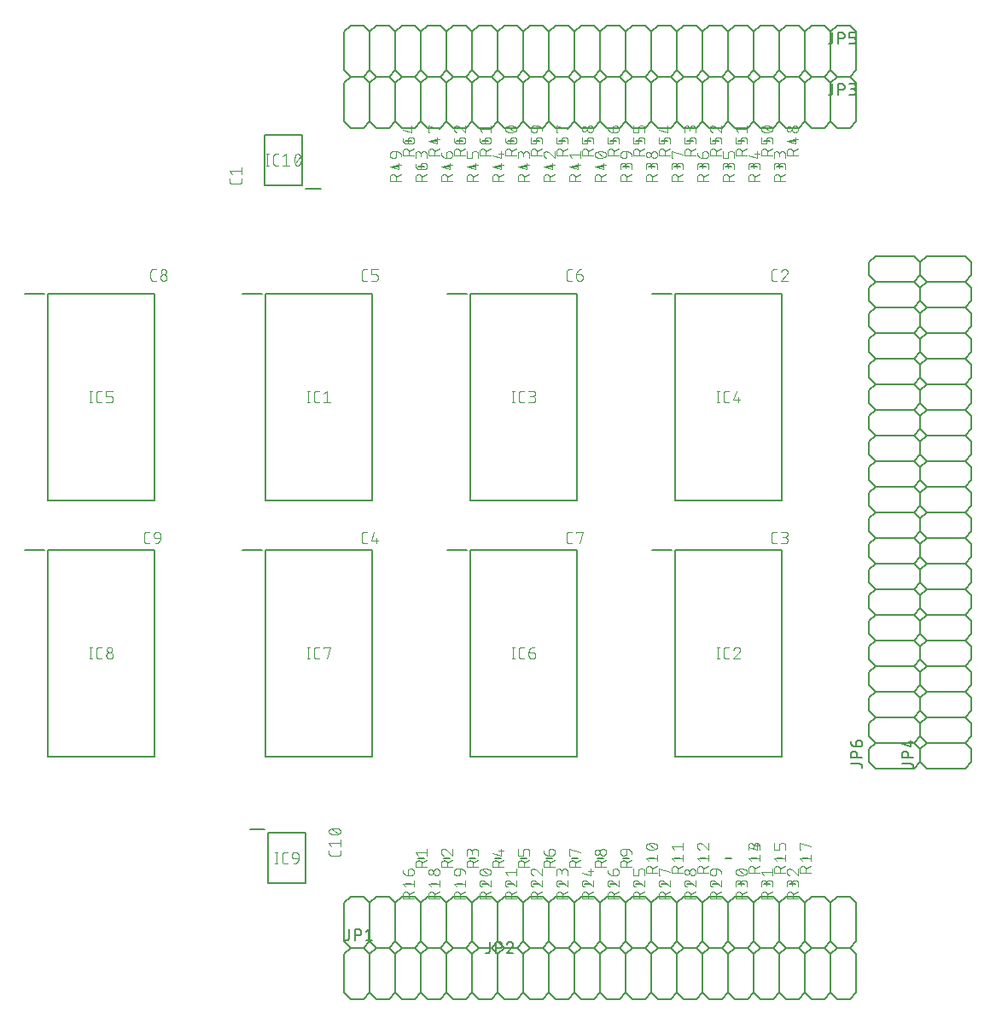
<source format=gto>
G04 EAGLE Gerber RS-274X export*
G75*
%MOMM*%
%FSLAX34Y34*%
%LPD*%
%INSilkscreen Top*%
%IPPOS*%
%AMOC8*
5,1,8,0,0,1.08239X$1,22.5*%
G01*
%ADD10C,0.101600*%
%ADD11C,0.200000*%
%ADD12C,0.152400*%
%ADD13C,0.127000*%


D10*
X266192Y825843D02*
X266192Y823247D01*
X266190Y823148D01*
X266184Y823048D01*
X266175Y822949D01*
X266162Y822851D01*
X266145Y822753D01*
X266124Y822655D01*
X266099Y822559D01*
X266071Y822464D01*
X266039Y822370D01*
X266004Y822277D01*
X265965Y822185D01*
X265922Y822095D01*
X265877Y822007D01*
X265827Y821920D01*
X265775Y821836D01*
X265719Y821753D01*
X265661Y821673D01*
X265599Y821595D01*
X265534Y821520D01*
X265466Y821447D01*
X265396Y821377D01*
X265323Y821309D01*
X265248Y821244D01*
X265170Y821182D01*
X265090Y821124D01*
X265007Y821068D01*
X264923Y821016D01*
X264836Y820966D01*
X264748Y820921D01*
X264658Y820878D01*
X264566Y820839D01*
X264473Y820804D01*
X264379Y820772D01*
X264284Y820744D01*
X264188Y820719D01*
X264090Y820698D01*
X263992Y820681D01*
X263894Y820668D01*
X263795Y820659D01*
X263695Y820653D01*
X263596Y820651D01*
X263596Y820650D02*
X257104Y820650D01*
X257005Y820652D01*
X256905Y820658D01*
X256806Y820667D01*
X256708Y820680D01*
X256610Y820698D01*
X256512Y820718D01*
X256416Y820743D01*
X256320Y820771D01*
X256226Y820803D01*
X256133Y820838D01*
X256042Y820877D01*
X255952Y820920D01*
X255863Y820965D01*
X255777Y821015D01*
X255692Y821067D01*
X255610Y821123D01*
X255530Y821182D01*
X255452Y821243D01*
X255376Y821308D01*
X255303Y821376D01*
X255233Y821446D01*
X255165Y821519D01*
X255100Y821595D01*
X255039Y821673D01*
X254980Y821753D01*
X254924Y821835D01*
X254872Y821920D01*
X254823Y822006D01*
X254777Y822095D01*
X254734Y822185D01*
X254695Y822276D01*
X254660Y822369D01*
X254628Y822463D01*
X254600Y822559D01*
X254575Y822655D01*
X254555Y822753D01*
X254537Y822851D01*
X254524Y822949D01*
X254515Y823048D01*
X254509Y823147D01*
X254507Y823247D01*
X254508Y823247D02*
X254508Y825843D01*
X257104Y830209D02*
X254508Y833454D01*
X266192Y833454D01*
X266192Y830209D02*
X266192Y836700D01*
X794672Y724408D02*
X797268Y724408D01*
X794672Y724408D02*
X794573Y724410D01*
X794473Y724416D01*
X794374Y724425D01*
X794276Y724438D01*
X794178Y724455D01*
X794080Y724476D01*
X793984Y724501D01*
X793889Y724529D01*
X793795Y724561D01*
X793702Y724596D01*
X793610Y724635D01*
X793520Y724678D01*
X793432Y724723D01*
X793345Y724773D01*
X793261Y724825D01*
X793178Y724881D01*
X793098Y724939D01*
X793020Y725001D01*
X792945Y725066D01*
X792872Y725134D01*
X792802Y725204D01*
X792734Y725277D01*
X792669Y725352D01*
X792607Y725430D01*
X792549Y725510D01*
X792493Y725593D01*
X792441Y725677D01*
X792391Y725764D01*
X792346Y725852D01*
X792303Y725942D01*
X792264Y726034D01*
X792229Y726127D01*
X792197Y726221D01*
X792169Y726316D01*
X792144Y726412D01*
X792123Y726510D01*
X792106Y726608D01*
X792093Y726706D01*
X792084Y726805D01*
X792078Y726905D01*
X792076Y727004D01*
X792075Y727004D02*
X792075Y733496D01*
X792076Y733496D02*
X792078Y733595D01*
X792084Y733695D01*
X792093Y733794D01*
X792106Y733892D01*
X792123Y733990D01*
X792144Y734088D01*
X792169Y734184D01*
X792197Y734279D01*
X792229Y734373D01*
X792264Y734466D01*
X792303Y734558D01*
X792346Y734648D01*
X792391Y734736D01*
X792441Y734823D01*
X792493Y734907D01*
X792549Y734990D01*
X792607Y735070D01*
X792669Y735148D01*
X792734Y735223D01*
X792802Y735296D01*
X792872Y735366D01*
X792945Y735434D01*
X793020Y735499D01*
X793098Y735561D01*
X793178Y735619D01*
X793261Y735675D01*
X793345Y735727D01*
X793432Y735777D01*
X793520Y735822D01*
X793610Y735865D01*
X793702Y735904D01*
X793794Y735939D01*
X793889Y735971D01*
X793984Y735999D01*
X794080Y736024D01*
X794178Y736045D01*
X794276Y736062D01*
X794374Y736075D01*
X794473Y736084D01*
X794573Y736090D01*
X794672Y736092D01*
X797268Y736092D01*
X805204Y736092D02*
X805311Y736090D01*
X805417Y736084D01*
X805523Y736074D01*
X805629Y736061D01*
X805735Y736043D01*
X805839Y736022D01*
X805943Y735997D01*
X806046Y735968D01*
X806147Y735936D01*
X806247Y735899D01*
X806346Y735859D01*
X806444Y735816D01*
X806540Y735769D01*
X806634Y735718D01*
X806726Y735664D01*
X806816Y735607D01*
X806904Y735547D01*
X806989Y735483D01*
X807072Y735416D01*
X807153Y735346D01*
X807231Y735274D01*
X807307Y735198D01*
X807379Y735120D01*
X807449Y735039D01*
X807516Y734956D01*
X807580Y734871D01*
X807640Y734783D01*
X807697Y734693D01*
X807751Y734601D01*
X807802Y734507D01*
X807849Y734411D01*
X807892Y734313D01*
X807932Y734214D01*
X807969Y734114D01*
X808001Y734013D01*
X808030Y733910D01*
X808055Y733806D01*
X808076Y733702D01*
X808094Y733596D01*
X808107Y733490D01*
X808117Y733384D01*
X808123Y733278D01*
X808125Y733171D01*
X805204Y736092D02*
X805083Y736090D01*
X804962Y736084D01*
X804842Y736074D01*
X804721Y736061D01*
X804602Y736043D01*
X804482Y736022D01*
X804364Y735997D01*
X804247Y735968D01*
X804130Y735935D01*
X804015Y735899D01*
X803901Y735858D01*
X803788Y735815D01*
X803676Y735767D01*
X803567Y735716D01*
X803459Y735661D01*
X803352Y735603D01*
X803248Y735542D01*
X803146Y735477D01*
X803046Y735409D01*
X802948Y735338D01*
X802852Y735264D01*
X802759Y735187D01*
X802669Y735106D01*
X802581Y735023D01*
X802496Y734937D01*
X802413Y734848D01*
X802334Y734757D01*
X802257Y734663D01*
X802184Y734567D01*
X802114Y734469D01*
X802047Y734368D01*
X801983Y734265D01*
X801923Y734160D01*
X801866Y734053D01*
X801812Y733945D01*
X801762Y733835D01*
X801716Y733723D01*
X801673Y733610D01*
X801634Y733495D01*
X807151Y730899D02*
X807230Y730976D01*
X807306Y731057D01*
X807379Y731140D01*
X807449Y731225D01*
X807516Y731313D01*
X807580Y731403D01*
X807640Y731495D01*
X807697Y731590D01*
X807751Y731686D01*
X807802Y731784D01*
X807849Y731884D01*
X807893Y731986D01*
X807933Y732089D01*
X807969Y732193D01*
X808001Y732299D01*
X808030Y732405D01*
X808055Y732513D01*
X808077Y732621D01*
X808094Y732731D01*
X808108Y732840D01*
X808117Y732950D01*
X808123Y733061D01*
X808125Y733171D01*
X807151Y730899D02*
X801634Y724408D01*
X808125Y724408D01*
X797268Y464058D02*
X794672Y464058D01*
X794573Y464060D01*
X794473Y464066D01*
X794374Y464075D01*
X794276Y464088D01*
X794178Y464105D01*
X794080Y464126D01*
X793984Y464151D01*
X793889Y464179D01*
X793795Y464211D01*
X793702Y464246D01*
X793610Y464285D01*
X793520Y464328D01*
X793432Y464373D01*
X793345Y464423D01*
X793261Y464475D01*
X793178Y464531D01*
X793098Y464589D01*
X793020Y464651D01*
X792945Y464716D01*
X792872Y464784D01*
X792802Y464854D01*
X792734Y464927D01*
X792669Y465002D01*
X792607Y465080D01*
X792549Y465160D01*
X792493Y465243D01*
X792441Y465327D01*
X792391Y465414D01*
X792346Y465502D01*
X792303Y465592D01*
X792264Y465684D01*
X792229Y465777D01*
X792197Y465871D01*
X792169Y465966D01*
X792144Y466062D01*
X792123Y466160D01*
X792106Y466258D01*
X792093Y466356D01*
X792084Y466455D01*
X792078Y466555D01*
X792076Y466654D01*
X792075Y466654D02*
X792075Y473146D01*
X792076Y473146D02*
X792078Y473245D01*
X792084Y473345D01*
X792093Y473444D01*
X792106Y473542D01*
X792123Y473640D01*
X792144Y473738D01*
X792169Y473834D01*
X792197Y473929D01*
X792229Y474023D01*
X792264Y474116D01*
X792303Y474208D01*
X792346Y474298D01*
X792391Y474386D01*
X792441Y474473D01*
X792493Y474557D01*
X792549Y474640D01*
X792607Y474720D01*
X792669Y474798D01*
X792734Y474873D01*
X792802Y474946D01*
X792872Y475016D01*
X792945Y475084D01*
X793020Y475149D01*
X793098Y475211D01*
X793178Y475269D01*
X793261Y475325D01*
X793345Y475377D01*
X793432Y475427D01*
X793520Y475472D01*
X793610Y475515D01*
X793702Y475554D01*
X793794Y475589D01*
X793889Y475621D01*
X793984Y475649D01*
X794080Y475674D01*
X794178Y475695D01*
X794276Y475712D01*
X794374Y475725D01*
X794473Y475734D01*
X794573Y475740D01*
X794672Y475742D01*
X797268Y475742D01*
X801634Y464058D02*
X804879Y464058D01*
X804992Y464060D01*
X805105Y464066D01*
X805218Y464076D01*
X805331Y464090D01*
X805443Y464107D01*
X805554Y464129D01*
X805664Y464154D01*
X805774Y464184D01*
X805882Y464217D01*
X805989Y464254D01*
X806095Y464294D01*
X806199Y464339D01*
X806302Y464387D01*
X806403Y464438D01*
X806502Y464493D01*
X806599Y464551D01*
X806694Y464613D01*
X806787Y464678D01*
X806877Y464746D01*
X806965Y464817D01*
X807051Y464892D01*
X807134Y464969D01*
X807214Y465049D01*
X807291Y465132D01*
X807366Y465218D01*
X807437Y465306D01*
X807505Y465396D01*
X807570Y465489D01*
X807632Y465584D01*
X807690Y465681D01*
X807745Y465780D01*
X807796Y465881D01*
X807844Y465984D01*
X807889Y466088D01*
X807929Y466194D01*
X807966Y466301D01*
X807999Y466409D01*
X808029Y466519D01*
X808054Y466629D01*
X808076Y466740D01*
X808093Y466852D01*
X808107Y466965D01*
X808117Y467078D01*
X808123Y467191D01*
X808125Y467304D01*
X808123Y467417D01*
X808117Y467530D01*
X808107Y467643D01*
X808093Y467756D01*
X808076Y467868D01*
X808054Y467979D01*
X808029Y468089D01*
X807999Y468199D01*
X807966Y468307D01*
X807929Y468414D01*
X807889Y468520D01*
X807844Y468624D01*
X807796Y468727D01*
X807745Y468828D01*
X807690Y468927D01*
X807632Y469024D01*
X807570Y469119D01*
X807505Y469212D01*
X807437Y469302D01*
X807366Y469390D01*
X807291Y469476D01*
X807214Y469559D01*
X807134Y469639D01*
X807051Y469716D01*
X806965Y469791D01*
X806877Y469862D01*
X806787Y469930D01*
X806694Y469995D01*
X806599Y470057D01*
X806502Y470115D01*
X806403Y470170D01*
X806302Y470221D01*
X806199Y470269D01*
X806095Y470314D01*
X805989Y470354D01*
X805882Y470391D01*
X805774Y470424D01*
X805664Y470454D01*
X805554Y470479D01*
X805443Y470501D01*
X805331Y470518D01*
X805218Y470532D01*
X805105Y470542D01*
X804992Y470548D01*
X804879Y470550D01*
X805528Y475742D02*
X801634Y475742D01*
X805528Y475742D02*
X805629Y475740D01*
X805729Y475734D01*
X805829Y475724D01*
X805929Y475711D01*
X806028Y475693D01*
X806127Y475672D01*
X806224Y475647D01*
X806321Y475618D01*
X806416Y475585D01*
X806510Y475549D01*
X806602Y475509D01*
X806693Y475466D01*
X806782Y475419D01*
X806869Y475369D01*
X806955Y475315D01*
X807038Y475258D01*
X807118Y475198D01*
X807197Y475135D01*
X807273Y475068D01*
X807346Y474999D01*
X807416Y474927D01*
X807484Y474853D01*
X807549Y474776D01*
X807610Y474696D01*
X807669Y474614D01*
X807724Y474530D01*
X807776Y474444D01*
X807825Y474356D01*
X807870Y474266D01*
X807912Y474174D01*
X807950Y474081D01*
X807984Y473986D01*
X808015Y473891D01*
X808042Y473794D01*
X808065Y473696D01*
X808085Y473597D01*
X808100Y473497D01*
X808112Y473397D01*
X808120Y473297D01*
X808124Y473196D01*
X808124Y473096D01*
X808120Y472995D01*
X808112Y472895D01*
X808100Y472795D01*
X808085Y472695D01*
X808065Y472596D01*
X808042Y472498D01*
X808015Y472401D01*
X807984Y472306D01*
X807950Y472211D01*
X807912Y472118D01*
X807870Y472026D01*
X807825Y471936D01*
X807776Y471848D01*
X807724Y471762D01*
X807669Y471678D01*
X807610Y471596D01*
X807549Y471516D01*
X807484Y471439D01*
X807416Y471365D01*
X807346Y471293D01*
X807273Y471224D01*
X807197Y471157D01*
X807118Y471094D01*
X807038Y471034D01*
X806955Y470977D01*
X806869Y470923D01*
X806782Y470873D01*
X806693Y470826D01*
X806602Y470783D01*
X806510Y470743D01*
X806416Y470707D01*
X806321Y470674D01*
X806224Y470645D01*
X806127Y470620D01*
X806028Y470599D01*
X805929Y470581D01*
X805829Y470568D01*
X805729Y470558D01*
X805629Y470552D01*
X805528Y470550D01*
X805528Y470549D02*
X802932Y470549D01*
X390868Y464058D02*
X388272Y464058D01*
X388173Y464060D01*
X388073Y464066D01*
X387974Y464075D01*
X387876Y464088D01*
X387778Y464105D01*
X387680Y464126D01*
X387584Y464151D01*
X387489Y464179D01*
X387395Y464211D01*
X387302Y464246D01*
X387210Y464285D01*
X387120Y464328D01*
X387032Y464373D01*
X386945Y464423D01*
X386861Y464475D01*
X386778Y464531D01*
X386698Y464589D01*
X386620Y464651D01*
X386545Y464716D01*
X386472Y464784D01*
X386402Y464854D01*
X386334Y464927D01*
X386269Y465002D01*
X386207Y465080D01*
X386149Y465160D01*
X386093Y465243D01*
X386041Y465327D01*
X385991Y465414D01*
X385946Y465502D01*
X385903Y465592D01*
X385864Y465684D01*
X385829Y465777D01*
X385797Y465871D01*
X385769Y465966D01*
X385744Y466062D01*
X385723Y466160D01*
X385706Y466258D01*
X385693Y466356D01*
X385684Y466455D01*
X385678Y466555D01*
X385676Y466654D01*
X385675Y466654D02*
X385675Y473146D01*
X385676Y473146D02*
X385678Y473245D01*
X385684Y473345D01*
X385693Y473444D01*
X385706Y473542D01*
X385723Y473640D01*
X385744Y473738D01*
X385769Y473834D01*
X385797Y473929D01*
X385829Y474023D01*
X385864Y474116D01*
X385903Y474208D01*
X385946Y474298D01*
X385991Y474386D01*
X386041Y474473D01*
X386093Y474557D01*
X386149Y474640D01*
X386207Y474720D01*
X386269Y474798D01*
X386334Y474873D01*
X386402Y474946D01*
X386472Y475016D01*
X386545Y475084D01*
X386620Y475149D01*
X386698Y475211D01*
X386778Y475269D01*
X386861Y475325D01*
X386945Y475377D01*
X387032Y475427D01*
X387120Y475472D01*
X387210Y475515D01*
X387302Y475554D01*
X387394Y475589D01*
X387489Y475621D01*
X387584Y475649D01*
X387680Y475674D01*
X387778Y475695D01*
X387876Y475712D01*
X387974Y475725D01*
X388073Y475734D01*
X388173Y475740D01*
X388272Y475742D01*
X390868Y475742D01*
X397830Y475742D02*
X395234Y466654D01*
X401725Y466654D01*
X399777Y464058D02*
X399777Y469251D01*
X390868Y724408D02*
X388272Y724408D01*
X388173Y724410D01*
X388073Y724416D01*
X387974Y724425D01*
X387876Y724438D01*
X387778Y724455D01*
X387680Y724476D01*
X387584Y724501D01*
X387489Y724529D01*
X387395Y724561D01*
X387302Y724596D01*
X387210Y724635D01*
X387120Y724678D01*
X387032Y724723D01*
X386945Y724773D01*
X386861Y724825D01*
X386778Y724881D01*
X386698Y724939D01*
X386620Y725001D01*
X386545Y725066D01*
X386472Y725134D01*
X386402Y725204D01*
X386334Y725277D01*
X386269Y725352D01*
X386207Y725430D01*
X386149Y725510D01*
X386093Y725593D01*
X386041Y725677D01*
X385991Y725764D01*
X385946Y725852D01*
X385903Y725942D01*
X385864Y726034D01*
X385829Y726127D01*
X385797Y726221D01*
X385769Y726316D01*
X385744Y726412D01*
X385723Y726510D01*
X385706Y726608D01*
X385693Y726706D01*
X385684Y726805D01*
X385678Y726905D01*
X385676Y727004D01*
X385675Y727004D02*
X385675Y733496D01*
X385676Y733496D02*
X385678Y733595D01*
X385684Y733695D01*
X385693Y733794D01*
X385706Y733892D01*
X385723Y733990D01*
X385744Y734088D01*
X385769Y734184D01*
X385797Y734279D01*
X385829Y734373D01*
X385864Y734466D01*
X385903Y734558D01*
X385946Y734648D01*
X385991Y734736D01*
X386041Y734823D01*
X386093Y734907D01*
X386149Y734990D01*
X386207Y735070D01*
X386269Y735148D01*
X386334Y735223D01*
X386402Y735296D01*
X386472Y735366D01*
X386545Y735434D01*
X386620Y735499D01*
X386698Y735561D01*
X386778Y735619D01*
X386861Y735675D01*
X386945Y735727D01*
X387032Y735777D01*
X387120Y735822D01*
X387210Y735865D01*
X387302Y735904D01*
X387394Y735939D01*
X387489Y735971D01*
X387584Y735999D01*
X387680Y736024D01*
X387778Y736045D01*
X387876Y736062D01*
X387974Y736075D01*
X388073Y736084D01*
X388173Y736090D01*
X388272Y736092D01*
X390868Y736092D01*
X395234Y724408D02*
X399128Y724408D01*
X399227Y724410D01*
X399327Y724416D01*
X399426Y724425D01*
X399524Y724438D01*
X399622Y724455D01*
X399720Y724476D01*
X399816Y724501D01*
X399911Y724529D01*
X400005Y724561D01*
X400098Y724596D01*
X400190Y724635D01*
X400280Y724678D01*
X400368Y724723D01*
X400455Y724773D01*
X400539Y724825D01*
X400622Y724881D01*
X400702Y724939D01*
X400780Y725001D01*
X400855Y725066D01*
X400928Y725134D01*
X400998Y725204D01*
X401066Y725277D01*
X401131Y725352D01*
X401193Y725430D01*
X401251Y725510D01*
X401307Y725593D01*
X401359Y725677D01*
X401409Y725764D01*
X401454Y725852D01*
X401497Y725942D01*
X401536Y726034D01*
X401571Y726127D01*
X401603Y726221D01*
X401631Y726316D01*
X401656Y726412D01*
X401677Y726510D01*
X401694Y726608D01*
X401707Y726706D01*
X401716Y726805D01*
X401722Y726905D01*
X401724Y727004D01*
X401725Y727004D02*
X401725Y728303D01*
X401724Y728303D02*
X401722Y728402D01*
X401716Y728502D01*
X401707Y728601D01*
X401694Y728699D01*
X401677Y728797D01*
X401656Y728895D01*
X401631Y728991D01*
X401603Y729086D01*
X401571Y729180D01*
X401536Y729273D01*
X401497Y729365D01*
X401454Y729455D01*
X401409Y729543D01*
X401359Y729630D01*
X401307Y729714D01*
X401251Y729797D01*
X401193Y729877D01*
X401131Y729955D01*
X401066Y730030D01*
X400998Y730103D01*
X400928Y730173D01*
X400855Y730241D01*
X400780Y730306D01*
X400702Y730368D01*
X400622Y730426D01*
X400539Y730482D01*
X400455Y730534D01*
X400368Y730584D01*
X400280Y730629D01*
X400190Y730672D01*
X400098Y730711D01*
X400005Y730746D01*
X399911Y730778D01*
X399816Y730806D01*
X399720Y730831D01*
X399622Y730852D01*
X399524Y730869D01*
X399426Y730882D01*
X399327Y730891D01*
X399227Y730897D01*
X399128Y730899D01*
X395234Y730899D01*
X395234Y736092D01*
X401725Y736092D01*
X591472Y724408D02*
X594068Y724408D01*
X591472Y724408D02*
X591373Y724410D01*
X591273Y724416D01*
X591174Y724425D01*
X591076Y724438D01*
X590978Y724455D01*
X590880Y724476D01*
X590784Y724501D01*
X590689Y724529D01*
X590595Y724561D01*
X590502Y724596D01*
X590410Y724635D01*
X590320Y724678D01*
X590232Y724723D01*
X590145Y724773D01*
X590061Y724825D01*
X589978Y724881D01*
X589898Y724939D01*
X589820Y725001D01*
X589745Y725066D01*
X589672Y725134D01*
X589602Y725204D01*
X589534Y725277D01*
X589469Y725352D01*
X589407Y725430D01*
X589349Y725510D01*
X589293Y725593D01*
X589241Y725677D01*
X589191Y725764D01*
X589146Y725852D01*
X589103Y725942D01*
X589064Y726034D01*
X589029Y726127D01*
X588997Y726221D01*
X588969Y726316D01*
X588944Y726412D01*
X588923Y726510D01*
X588906Y726608D01*
X588893Y726706D01*
X588884Y726805D01*
X588878Y726905D01*
X588876Y727004D01*
X588875Y727004D02*
X588875Y733496D01*
X588876Y733496D02*
X588878Y733595D01*
X588884Y733695D01*
X588893Y733794D01*
X588906Y733892D01*
X588923Y733990D01*
X588944Y734088D01*
X588969Y734184D01*
X588997Y734279D01*
X589029Y734373D01*
X589064Y734466D01*
X589103Y734558D01*
X589146Y734648D01*
X589191Y734736D01*
X589241Y734823D01*
X589293Y734907D01*
X589349Y734990D01*
X589407Y735070D01*
X589469Y735148D01*
X589534Y735223D01*
X589602Y735296D01*
X589672Y735366D01*
X589745Y735434D01*
X589820Y735499D01*
X589898Y735561D01*
X589978Y735619D01*
X590061Y735675D01*
X590145Y735727D01*
X590232Y735777D01*
X590320Y735822D01*
X590410Y735865D01*
X590502Y735904D01*
X590594Y735939D01*
X590689Y735971D01*
X590784Y735999D01*
X590880Y736024D01*
X590978Y736045D01*
X591076Y736062D01*
X591174Y736075D01*
X591273Y736084D01*
X591373Y736090D01*
X591472Y736092D01*
X594068Y736092D01*
X598434Y730899D02*
X602328Y730899D01*
X602427Y730897D01*
X602527Y730891D01*
X602626Y730882D01*
X602724Y730869D01*
X602822Y730852D01*
X602920Y730831D01*
X603016Y730806D01*
X603111Y730778D01*
X603205Y730746D01*
X603298Y730711D01*
X603390Y730672D01*
X603480Y730629D01*
X603568Y730584D01*
X603655Y730534D01*
X603739Y730482D01*
X603822Y730426D01*
X603902Y730368D01*
X603980Y730306D01*
X604055Y730241D01*
X604128Y730173D01*
X604198Y730103D01*
X604266Y730030D01*
X604331Y729955D01*
X604393Y729877D01*
X604451Y729797D01*
X604507Y729714D01*
X604559Y729630D01*
X604609Y729543D01*
X604654Y729455D01*
X604697Y729365D01*
X604736Y729273D01*
X604771Y729180D01*
X604803Y729086D01*
X604831Y728991D01*
X604856Y728895D01*
X604877Y728797D01*
X604894Y728699D01*
X604907Y728601D01*
X604916Y728502D01*
X604922Y728402D01*
X604924Y728303D01*
X604925Y728303D02*
X604925Y727654D01*
X604923Y727541D01*
X604917Y727428D01*
X604907Y727315D01*
X604893Y727202D01*
X604876Y727090D01*
X604854Y726979D01*
X604829Y726869D01*
X604799Y726759D01*
X604766Y726651D01*
X604729Y726544D01*
X604689Y726438D01*
X604644Y726334D01*
X604596Y726231D01*
X604545Y726130D01*
X604490Y726031D01*
X604432Y725934D01*
X604370Y725839D01*
X604305Y725746D01*
X604237Y725656D01*
X604166Y725568D01*
X604091Y725482D01*
X604014Y725399D01*
X603934Y725319D01*
X603851Y725242D01*
X603765Y725167D01*
X603677Y725096D01*
X603587Y725028D01*
X603494Y724963D01*
X603399Y724901D01*
X603302Y724843D01*
X603203Y724788D01*
X603102Y724737D01*
X602999Y724689D01*
X602895Y724644D01*
X602789Y724604D01*
X602682Y724567D01*
X602574Y724534D01*
X602464Y724504D01*
X602354Y724479D01*
X602243Y724457D01*
X602131Y724440D01*
X602018Y724426D01*
X601905Y724416D01*
X601792Y724410D01*
X601679Y724408D01*
X601566Y724410D01*
X601453Y724416D01*
X601340Y724426D01*
X601227Y724440D01*
X601115Y724457D01*
X601004Y724479D01*
X600894Y724504D01*
X600784Y724534D01*
X600676Y724567D01*
X600569Y724604D01*
X600463Y724644D01*
X600359Y724689D01*
X600256Y724737D01*
X600155Y724788D01*
X600056Y724843D01*
X599959Y724901D01*
X599864Y724963D01*
X599771Y725028D01*
X599681Y725096D01*
X599593Y725167D01*
X599507Y725242D01*
X599424Y725319D01*
X599344Y725399D01*
X599267Y725482D01*
X599192Y725568D01*
X599121Y725656D01*
X599053Y725746D01*
X598988Y725839D01*
X598926Y725934D01*
X598868Y726031D01*
X598813Y726130D01*
X598762Y726231D01*
X598714Y726334D01*
X598669Y726438D01*
X598629Y726544D01*
X598592Y726651D01*
X598559Y726759D01*
X598529Y726869D01*
X598504Y726979D01*
X598482Y727090D01*
X598465Y727202D01*
X598451Y727315D01*
X598441Y727428D01*
X598435Y727541D01*
X598433Y727654D01*
X598434Y727654D02*
X598434Y730899D01*
X598433Y730899D02*
X598435Y731042D01*
X598441Y731185D01*
X598451Y731328D01*
X598465Y731470D01*
X598482Y731612D01*
X598504Y731754D01*
X598529Y731895D01*
X598559Y732035D01*
X598592Y732174D01*
X598629Y732312D01*
X598670Y732449D01*
X598714Y732585D01*
X598763Y732720D01*
X598815Y732853D01*
X598870Y732985D01*
X598930Y733115D01*
X598993Y733244D01*
X599059Y733371D01*
X599129Y733495D01*
X599202Y733618D01*
X599279Y733739D01*
X599359Y733858D01*
X599442Y733974D01*
X599528Y734089D01*
X599617Y734200D01*
X599710Y734310D01*
X599805Y734416D01*
X599904Y734520D01*
X600005Y734621D01*
X600109Y734720D01*
X600215Y734815D01*
X600325Y734908D01*
X600436Y734997D01*
X600551Y735083D01*
X600667Y735166D01*
X600786Y735246D01*
X600907Y735323D01*
X601029Y735396D01*
X601154Y735466D01*
X601281Y735532D01*
X601410Y735595D01*
X601540Y735655D01*
X601672Y735710D01*
X601805Y735762D01*
X601940Y735811D01*
X602076Y735855D01*
X602213Y735896D01*
X602351Y735933D01*
X602490Y735966D01*
X602630Y735996D01*
X602771Y736021D01*
X602913Y736043D01*
X603055Y736060D01*
X603197Y736074D01*
X603340Y736084D01*
X603483Y736090D01*
X603626Y736092D01*
X594068Y464058D02*
X591472Y464058D01*
X591373Y464060D01*
X591273Y464066D01*
X591174Y464075D01*
X591076Y464088D01*
X590978Y464105D01*
X590880Y464126D01*
X590784Y464151D01*
X590689Y464179D01*
X590595Y464211D01*
X590502Y464246D01*
X590410Y464285D01*
X590320Y464328D01*
X590232Y464373D01*
X590145Y464423D01*
X590061Y464475D01*
X589978Y464531D01*
X589898Y464589D01*
X589820Y464651D01*
X589745Y464716D01*
X589672Y464784D01*
X589602Y464854D01*
X589534Y464927D01*
X589469Y465002D01*
X589407Y465080D01*
X589349Y465160D01*
X589293Y465243D01*
X589241Y465327D01*
X589191Y465414D01*
X589146Y465502D01*
X589103Y465592D01*
X589064Y465684D01*
X589029Y465777D01*
X588997Y465871D01*
X588969Y465966D01*
X588944Y466062D01*
X588923Y466160D01*
X588906Y466258D01*
X588893Y466356D01*
X588884Y466455D01*
X588878Y466555D01*
X588876Y466654D01*
X588875Y466654D02*
X588875Y473146D01*
X588876Y473146D02*
X588878Y473245D01*
X588884Y473345D01*
X588893Y473444D01*
X588906Y473542D01*
X588923Y473640D01*
X588944Y473738D01*
X588969Y473834D01*
X588997Y473929D01*
X589029Y474023D01*
X589064Y474116D01*
X589103Y474208D01*
X589146Y474298D01*
X589191Y474386D01*
X589241Y474473D01*
X589293Y474557D01*
X589349Y474640D01*
X589407Y474720D01*
X589469Y474798D01*
X589534Y474873D01*
X589602Y474946D01*
X589672Y475016D01*
X589745Y475084D01*
X589820Y475149D01*
X589898Y475211D01*
X589978Y475269D01*
X590061Y475325D01*
X590145Y475377D01*
X590232Y475427D01*
X590320Y475472D01*
X590410Y475515D01*
X590502Y475554D01*
X590594Y475589D01*
X590689Y475621D01*
X590784Y475649D01*
X590880Y475674D01*
X590978Y475695D01*
X591076Y475712D01*
X591174Y475725D01*
X591273Y475734D01*
X591373Y475740D01*
X591472Y475742D01*
X594068Y475742D01*
X598434Y475742D02*
X598434Y474444D01*
X598434Y475742D02*
X604925Y475742D01*
X601679Y464058D01*
X181318Y724408D02*
X178722Y724408D01*
X178623Y724410D01*
X178523Y724416D01*
X178424Y724425D01*
X178326Y724438D01*
X178228Y724455D01*
X178130Y724476D01*
X178034Y724501D01*
X177939Y724529D01*
X177845Y724561D01*
X177752Y724596D01*
X177660Y724635D01*
X177570Y724678D01*
X177482Y724723D01*
X177395Y724773D01*
X177311Y724825D01*
X177228Y724881D01*
X177148Y724939D01*
X177070Y725001D01*
X176995Y725066D01*
X176922Y725134D01*
X176852Y725204D01*
X176784Y725277D01*
X176719Y725352D01*
X176657Y725430D01*
X176599Y725510D01*
X176543Y725593D01*
X176491Y725677D01*
X176441Y725764D01*
X176396Y725852D01*
X176353Y725942D01*
X176314Y726034D01*
X176279Y726127D01*
X176247Y726221D01*
X176219Y726316D01*
X176194Y726412D01*
X176173Y726510D01*
X176156Y726608D01*
X176143Y726706D01*
X176134Y726805D01*
X176128Y726905D01*
X176126Y727004D01*
X176125Y727004D02*
X176125Y733496D01*
X176126Y733496D02*
X176128Y733595D01*
X176134Y733695D01*
X176143Y733794D01*
X176156Y733892D01*
X176173Y733990D01*
X176194Y734088D01*
X176219Y734184D01*
X176247Y734279D01*
X176279Y734373D01*
X176314Y734466D01*
X176353Y734558D01*
X176396Y734648D01*
X176441Y734736D01*
X176491Y734823D01*
X176543Y734907D01*
X176599Y734990D01*
X176657Y735070D01*
X176719Y735148D01*
X176784Y735223D01*
X176852Y735296D01*
X176922Y735366D01*
X176995Y735434D01*
X177070Y735499D01*
X177148Y735561D01*
X177228Y735619D01*
X177311Y735675D01*
X177395Y735727D01*
X177482Y735777D01*
X177570Y735822D01*
X177660Y735865D01*
X177752Y735904D01*
X177844Y735939D01*
X177939Y735971D01*
X178034Y735999D01*
X178130Y736024D01*
X178228Y736045D01*
X178326Y736062D01*
X178424Y736075D01*
X178523Y736084D01*
X178623Y736090D01*
X178722Y736092D01*
X181318Y736092D01*
X185683Y727654D02*
X185685Y727767D01*
X185691Y727880D01*
X185701Y727993D01*
X185715Y728106D01*
X185732Y728218D01*
X185754Y728329D01*
X185779Y728439D01*
X185809Y728549D01*
X185842Y728657D01*
X185879Y728764D01*
X185919Y728870D01*
X185964Y728974D01*
X186012Y729077D01*
X186063Y729178D01*
X186118Y729277D01*
X186176Y729374D01*
X186238Y729469D01*
X186303Y729562D01*
X186371Y729652D01*
X186442Y729740D01*
X186517Y729826D01*
X186594Y729909D01*
X186674Y729989D01*
X186757Y730066D01*
X186843Y730141D01*
X186931Y730212D01*
X187021Y730280D01*
X187114Y730345D01*
X187209Y730407D01*
X187306Y730465D01*
X187405Y730520D01*
X187506Y730571D01*
X187609Y730619D01*
X187713Y730664D01*
X187819Y730704D01*
X187926Y730741D01*
X188034Y730774D01*
X188144Y730804D01*
X188254Y730829D01*
X188365Y730851D01*
X188477Y730868D01*
X188590Y730882D01*
X188703Y730892D01*
X188816Y730898D01*
X188929Y730900D01*
X189042Y730898D01*
X189155Y730892D01*
X189268Y730882D01*
X189381Y730868D01*
X189493Y730851D01*
X189604Y730829D01*
X189714Y730804D01*
X189824Y730774D01*
X189932Y730741D01*
X190039Y730704D01*
X190145Y730664D01*
X190249Y730619D01*
X190352Y730571D01*
X190453Y730520D01*
X190552Y730465D01*
X190649Y730407D01*
X190744Y730345D01*
X190837Y730280D01*
X190927Y730212D01*
X191015Y730141D01*
X191101Y730066D01*
X191184Y729989D01*
X191264Y729909D01*
X191341Y729826D01*
X191416Y729740D01*
X191487Y729652D01*
X191555Y729562D01*
X191620Y729469D01*
X191682Y729374D01*
X191740Y729277D01*
X191795Y729178D01*
X191846Y729077D01*
X191894Y728974D01*
X191939Y728870D01*
X191979Y728764D01*
X192016Y728657D01*
X192049Y728549D01*
X192079Y728439D01*
X192104Y728329D01*
X192126Y728218D01*
X192143Y728106D01*
X192157Y727993D01*
X192167Y727880D01*
X192173Y727767D01*
X192175Y727654D01*
X192173Y727541D01*
X192167Y727428D01*
X192157Y727315D01*
X192143Y727202D01*
X192126Y727090D01*
X192104Y726979D01*
X192079Y726869D01*
X192049Y726759D01*
X192016Y726651D01*
X191979Y726544D01*
X191939Y726438D01*
X191894Y726334D01*
X191846Y726231D01*
X191795Y726130D01*
X191740Y726031D01*
X191682Y725934D01*
X191620Y725839D01*
X191555Y725746D01*
X191487Y725656D01*
X191416Y725568D01*
X191341Y725482D01*
X191264Y725399D01*
X191184Y725319D01*
X191101Y725242D01*
X191015Y725167D01*
X190927Y725096D01*
X190837Y725028D01*
X190744Y724963D01*
X190649Y724901D01*
X190552Y724843D01*
X190453Y724788D01*
X190352Y724737D01*
X190249Y724689D01*
X190145Y724644D01*
X190039Y724604D01*
X189932Y724567D01*
X189824Y724534D01*
X189714Y724504D01*
X189604Y724479D01*
X189493Y724457D01*
X189381Y724440D01*
X189268Y724426D01*
X189155Y724416D01*
X189042Y724410D01*
X188929Y724408D01*
X188816Y724410D01*
X188703Y724416D01*
X188590Y724426D01*
X188477Y724440D01*
X188365Y724457D01*
X188254Y724479D01*
X188144Y724504D01*
X188034Y724534D01*
X187926Y724567D01*
X187819Y724604D01*
X187713Y724644D01*
X187609Y724689D01*
X187506Y724737D01*
X187405Y724788D01*
X187306Y724843D01*
X187209Y724901D01*
X187114Y724963D01*
X187021Y725028D01*
X186931Y725096D01*
X186843Y725167D01*
X186757Y725242D01*
X186674Y725319D01*
X186594Y725399D01*
X186517Y725482D01*
X186442Y725568D01*
X186371Y725656D01*
X186303Y725746D01*
X186238Y725839D01*
X186176Y725934D01*
X186118Y726031D01*
X186063Y726130D01*
X186012Y726231D01*
X185964Y726334D01*
X185919Y726438D01*
X185879Y726544D01*
X185842Y726651D01*
X185809Y726759D01*
X185779Y726869D01*
X185754Y726979D01*
X185732Y727090D01*
X185715Y727202D01*
X185701Y727315D01*
X185691Y727428D01*
X185685Y727541D01*
X185683Y727654D01*
X186333Y733496D02*
X186335Y733597D01*
X186341Y733697D01*
X186351Y733797D01*
X186364Y733897D01*
X186382Y733996D01*
X186403Y734095D01*
X186428Y734192D01*
X186457Y734289D01*
X186490Y734384D01*
X186526Y734478D01*
X186566Y734570D01*
X186609Y734661D01*
X186656Y734750D01*
X186706Y734837D01*
X186760Y734923D01*
X186817Y735006D01*
X186877Y735086D01*
X186940Y735165D01*
X187007Y735241D01*
X187076Y735314D01*
X187148Y735384D01*
X187222Y735452D01*
X187299Y735517D01*
X187379Y735578D01*
X187461Y735637D01*
X187545Y735692D01*
X187631Y735744D01*
X187719Y735793D01*
X187809Y735838D01*
X187901Y735880D01*
X187994Y735918D01*
X188089Y735952D01*
X188184Y735983D01*
X188281Y736010D01*
X188379Y736033D01*
X188478Y736053D01*
X188578Y736068D01*
X188678Y736080D01*
X188778Y736088D01*
X188879Y736092D01*
X188979Y736092D01*
X189080Y736088D01*
X189180Y736080D01*
X189280Y736068D01*
X189380Y736053D01*
X189479Y736033D01*
X189577Y736010D01*
X189674Y735983D01*
X189769Y735952D01*
X189864Y735918D01*
X189957Y735880D01*
X190049Y735838D01*
X190139Y735793D01*
X190227Y735744D01*
X190313Y735692D01*
X190397Y735637D01*
X190479Y735578D01*
X190559Y735517D01*
X190636Y735452D01*
X190710Y735384D01*
X190782Y735314D01*
X190851Y735241D01*
X190918Y735165D01*
X190981Y735086D01*
X191041Y735006D01*
X191098Y734923D01*
X191152Y734837D01*
X191202Y734750D01*
X191249Y734661D01*
X191292Y734570D01*
X191332Y734478D01*
X191368Y734384D01*
X191401Y734289D01*
X191430Y734192D01*
X191455Y734095D01*
X191476Y733996D01*
X191494Y733897D01*
X191507Y733797D01*
X191517Y733697D01*
X191523Y733597D01*
X191525Y733496D01*
X191523Y733395D01*
X191517Y733295D01*
X191507Y733195D01*
X191494Y733095D01*
X191476Y732996D01*
X191455Y732897D01*
X191430Y732800D01*
X191401Y732703D01*
X191368Y732608D01*
X191332Y732514D01*
X191292Y732422D01*
X191249Y732331D01*
X191202Y732242D01*
X191152Y732155D01*
X191098Y732069D01*
X191041Y731986D01*
X190981Y731906D01*
X190918Y731827D01*
X190851Y731751D01*
X190782Y731678D01*
X190710Y731608D01*
X190636Y731540D01*
X190559Y731475D01*
X190479Y731414D01*
X190397Y731355D01*
X190313Y731300D01*
X190227Y731248D01*
X190139Y731199D01*
X190049Y731154D01*
X189957Y731112D01*
X189864Y731074D01*
X189769Y731040D01*
X189674Y731009D01*
X189577Y730982D01*
X189479Y730959D01*
X189380Y730939D01*
X189280Y730924D01*
X189180Y730912D01*
X189080Y730904D01*
X188979Y730900D01*
X188879Y730900D01*
X188778Y730904D01*
X188678Y730912D01*
X188578Y730924D01*
X188478Y730939D01*
X188379Y730959D01*
X188281Y730982D01*
X188184Y731009D01*
X188089Y731040D01*
X187994Y731074D01*
X187901Y731112D01*
X187809Y731154D01*
X187719Y731199D01*
X187631Y731248D01*
X187545Y731300D01*
X187461Y731355D01*
X187379Y731414D01*
X187299Y731475D01*
X187222Y731540D01*
X187148Y731608D01*
X187076Y731678D01*
X187007Y731751D01*
X186940Y731827D01*
X186877Y731906D01*
X186817Y731986D01*
X186760Y732069D01*
X186706Y732155D01*
X186656Y732242D01*
X186609Y732331D01*
X186566Y732422D01*
X186526Y732514D01*
X186490Y732608D01*
X186457Y732703D01*
X186428Y732800D01*
X186403Y732897D01*
X186382Y732996D01*
X186364Y733095D01*
X186351Y733195D01*
X186341Y733295D01*
X186335Y733395D01*
X186333Y733496D01*
X174968Y464058D02*
X172372Y464058D01*
X172273Y464060D01*
X172173Y464066D01*
X172074Y464075D01*
X171976Y464088D01*
X171878Y464105D01*
X171780Y464126D01*
X171684Y464151D01*
X171589Y464179D01*
X171495Y464211D01*
X171402Y464246D01*
X171310Y464285D01*
X171220Y464328D01*
X171132Y464373D01*
X171045Y464423D01*
X170961Y464475D01*
X170878Y464531D01*
X170798Y464589D01*
X170720Y464651D01*
X170645Y464716D01*
X170572Y464784D01*
X170502Y464854D01*
X170434Y464927D01*
X170369Y465002D01*
X170307Y465080D01*
X170249Y465160D01*
X170193Y465243D01*
X170141Y465327D01*
X170091Y465414D01*
X170046Y465502D01*
X170003Y465592D01*
X169964Y465684D01*
X169929Y465777D01*
X169897Y465871D01*
X169869Y465966D01*
X169844Y466062D01*
X169823Y466160D01*
X169806Y466258D01*
X169793Y466356D01*
X169784Y466455D01*
X169778Y466555D01*
X169776Y466654D01*
X169775Y466654D02*
X169775Y473146D01*
X169776Y473146D02*
X169778Y473245D01*
X169784Y473345D01*
X169793Y473444D01*
X169806Y473542D01*
X169823Y473640D01*
X169844Y473738D01*
X169869Y473834D01*
X169897Y473929D01*
X169929Y474023D01*
X169964Y474116D01*
X170003Y474208D01*
X170046Y474298D01*
X170091Y474386D01*
X170141Y474473D01*
X170193Y474557D01*
X170249Y474640D01*
X170307Y474720D01*
X170369Y474798D01*
X170434Y474873D01*
X170502Y474946D01*
X170572Y475016D01*
X170645Y475084D01*
X170720Y475149D01*
X170798Y475211D01*
X170878Y475269D01*
X170961Y475325D01*
X171045Y475377D01*
X171132Y475427D01*
X171220Y475472D01*
X171310Y475515D01*
X171402Y475554D01*
X171494Y475589D01*
X171589Y475621D01*
X171684Y475649D01*
X171780Y475674D01*
X171878Y475695D01*
X171976Y475712D01*
X172074Y475725D01*
X172173Y475734D01*
X172273Y475740D01*
X172372Y475742D01*
X174968Y475742D01*
X181930Y469251D02*
X185825Y469251D01*
X181930Y469251D02*
X181831Y469253D01*
X181731Y469259D01*
X181632Y469268D01*
X181534Y469281D01*
X181436Y469298D01*
X181338Y469319D01*
X181242Y469344D01*
X181147Y469372D01*
X181053Y469404D01*
X180960Y469439D01*
X180868Y469478D01*
X180778Y469521D01*
X180690Y469566D01*
X180603Y469616D01*
X180519Y469668D01*
X180436Y469724D01*
X180356Y469782D01*
X180278Y469844D01*
X180203Y469909D01*
X180130Y469977D01*
X180060Y470047D01*
X179992Y470120D01*
X179927Y470195D01*
X179865Y470273D01*
X179807Y470353D01*
X179751Y470436D01*
X179699Y470520D01*
X179649Y470607D01*
X179604Y470695D01*
X179561Y470785D01*
X179522Y470877D01*
X179487Y470970D01*
X179455Y471064D01*
X179427Y471159D01*
X179402Y471255D01*
X179381Y471353D01*
X179364Y471451D01*
X179351Y471549D01*
X179342Y471648D01*
X179336Y471748D01*
X179334Y471847D01*
X179334Y472496D01*
X179333Y472496D02*
X179335Y472609D01*
X179341Y472722D01*
X179351Y472835D01*
X179365Y472948D01*
X179382Y473060D01*
X179404Y473171D01*
X179429Y473281D01*
X179459Y473391D01*
X179492Y473499D01*
X179529Y473606D01*
X179569Y473712D01*
X179614Y473816D01*
X179662Y473919D01*
X179713Y474020D01*
X179768Y474119D01*
X179826Y474216D01*
X179888Y474311D01*
X179953Y474404D01*
X180021Y474494D01*
X180092Y474582D01*
X180167Y474668D01*
X180244Y474751D01*
X180324Y474831D01*
X180407Y474908D01*
X180493Y474983D01*
X180581Y475054D01*
X180671Y475122D01*
X180764Y475187D01*
X180859Y475249D01*
X180956Y475307D01*
X181055Y475362D01*
X181156Y475413D01*
X181259Y475461D01*
X181363Y475506D01*
X181469Y475546D01*
X181576Y475583D01*
X181684Y475616D01*
X181794Y475646D01*
X181904Y475671D01*
X182015Y475693D01*
X182127Y475710D01*
X182240Y475724D01*
X182353Y475734D01*
X182466Y475740D01*
X182579Y475742D01*
X182692Y475740D01*
X182805Y475734D01*
X182918Y475724D01*
X183031Y475710D01*
X183143Y475693D01*
X183254Y475671D01*
X183364Y475646D01*
X183474Y475616D01*
X183582Y475583D01*
X183689Y475546D01*
X183795Y475506D01*
X183899Y475461D01*
X184002Y475413D01*
X184103Y475362D01*
X184202Y475307D01*
X184299Y475249D01*
X184394Y475187D01*
X184487Y475122D01*
X184577Y475054D01*
X184665Y474983D01*
X184751Y474908D01*
X184834Y474831D01*
X184914Y474751D01*
X184991Y474668D01*
X185066Y474582D01*
X185137Y474494D01*
X185205Y474404D01*
X185270Y474311D01*
X185332Y474216D01*
X185390Y474119D01*
X185445Y474020D01*
X185496Y473919D01*
X185544Y473816D01*
X185589Y473712D01*
X185629Y473606D01*
X185666Y473499D01*
X185699Y473391D01*
X185729Y473281D01*
X185754Y473171D01*
X185776Y473060D01*
X185793Y472948D01*
X185807Y472835D01*
X185817Y472722D01*
X185823Y472609D01*
X185825Y472496D01*
X185825Y469251D01*
X185823Y469108D01*
X185817Y468965D01*
X185807Y468822D01*
X185793Y468680D01*
X185776Y468538D01*
X185754Y468396D01*
X185729Y468255D01*
X185699Y468115D01*
X185666Y467976D01*
X185629Y467838D01*
X185588Y467701D01*
X185544Y467565D01*
X185495Y467430D01*
X185443Y467297D01*
X185388Y467165D01*
X185328Y467035D01*
X185265Y466906D01*
X185199Y466779D01*
X185129Y466654D01*
X185056Y466532D01*
X184979Y466411D01*
X184899Y466292D01*
X184816Y466176D01*
X184730Y466061D01*
X184641Y465950D01*
X184548Y465840D01*
X184453Y465734D01*
X184354Y465630D01*
X184253Y465529D01*
X184149Y465430D01*
X184043Y465335D01*
X183933Y465242D01*
X183822Y465153D01*
X183707Y465067D01*
X183591Y464984D01*
X183472Y464904D01*
X183351Y464827D01*
X183228Y464754D01*
X183104Y464684D01*
X182977Y464618D01*
X182848Y464555D01*
X182718Y464495D01*
X182586Y464440D01*
X182453Y464388D01*
X182318Y464339D01*
X182182Y464295D01*
X182045Y464254D01*
X181907Y464217D01*
X181768Y464184D01*
X181628Y464154D01*
X181487Y464129D01*
X181345Y464107D01*
X181203Y464090D01*
X181061Y464076D01*
X180918Y464066D01*
X180775Y464060D01*
X180632Y464058D01*
D11*
X289880Y712080D02*
X395920Y712080D01*
X395920Y507120D01*
X289880Y507120D01*
X289880Y712080D01*
X286380Y711850D02*
X267150Y711850D01*
D10*
X332592Y615442D02*
X332592Y603758D01*
X331294Y603758D02*
X333890Y603758D01*
X333890Y615442D02*
X331294Y615442D01*
X341054Y603758D02*
X343650Y603758D01*
X341054Y603758D02*
X340955Y603760D01*
X340855Y603766D01*
X340756Y603775D01*
X340658Y603788D01*
X340560Y603805D01*
X340462Y603826D01*
X340366Y603851D01*
X340271Y603879D01*
X340177Y603911D01*
X340084Y603946D01*
X339992Y603985D01*
X339902Y604028D01*
X339814Y604073D01*
X339727Y604123D01*
X339643Y604175D01*
X339560Y604231D01*
X339480Y604289D01*
X339402Y604351D01*
X339327Y604416D01*
X339254Y604484D01*
X339184Y604554D01*
X339116Y604627D01*
X339051Y604702D01*
X338989Y604780D01*
X338931Y604860D01*
X338875Y604943D01*
X338823Y605027D01*
X338773Y605114D01*
X338728Y605202D01*
X338685Y605292D01*
X338646Y605384D01*
X338611Y605477D01*
X338579Y605571D01*
X338551Y605666D01*
X338526Y605762D01*
X338505Y605860D01*
X338488Y605958D01*
X338475Y606056D01*
X338466Y606155D01*
X338460Y606255D01*
X338458Y606354D01*
X338457Y606354D02*
X338457Y612846D01*
X338458Y612846D02*
X338460Y612945D01*
X338466Y613045D01*
X338475Y613144D01*
X338488Y613242D01*
X338505Y613340D01*
X338526Y613438D01*
X338551Y613534D01*
X338579Y613629D01*
X338611Y613723D01*
X338646Y613816D01*
X338685Y613908D01*
X338728Y613998D01*
X338773Y614086D01*
X338823Y614173D01*
X338875Y614257D01*
X338931Y614340D01*
X338989Y614420D01*
X339051Y614498D01*
X339116Y614573D01*
X339184Y614646D01*
X339254Y614716D01*
X339327Y614784D01*
X339402Y614849D01*
X339480Y614911D01*
X339560Y614969D01*
X339643Y615025D01*
X339727Y615077D01*
X339814Y615127D01*
X339902Y615172D01*
X339992Y615215D01*
X340084Y615254D01*
X340176Y615289D01*
X340271Y615321D01*
X340366Y615349D01*
X340462Y615374D01*
X340560Y615395D01*
X340658Y615412D01*
X340756Y615425D01*
X340855Y615434D01*
X340955Y615440D01*
X341054Y615442D01*
X343650Y615442D01*
X348015Y612846D02*
X351261Y615442D01*
X351261Y603758D01*
X354506Y603758D02*
X348015Y603758D01*
D11*
X326475Y819550D02*
X289475Y819550D01*
X289475Y869550D01*
X326475Y869550D01*
X326475Y819550D01*
X329975Y816050D02*
X344725Y816050D01*
D10*
X291952Y838708D02*
X291952Y850392D01*
X290654Y838708D02*
X293250Y838708D01*
X293250Y850392D02*
X290654Y850392D01*
X300414Y838708D02*
X303010Y838708D01*
X300414Y838708D02*
X300315Y838710D01*
X300215Y838716D01*
X300116Y838725D01*
X300018Y838738D01*
X299920Y838755D01*
X299822Y838776D01*
X299726Y838801D01*
X299631Y838829D01*
X299537Y838861D01*
X299444Y838896D01*
X299352Y838935D01*
X299262Y838978D01*
X299174Y839023D01*
X299087Y839073D01*
X299003Y839125D01*
X298920Y839181D01*
X298840Y839239D01*
X298762Y839301D01*
X298687Y839366D01*
X298614Y839434D01*
X298544Y839504D01*
X298476Y839577D01*
X298411Y839652D01*
X298349Y839730D01*
X298291Y839810D01*
X298235Y839893D01*
X298183Y839977D01*
X298133Y840064D01*
X298088Y840152D01*
X298045Y840242D01*
X298006Y840334D01*
X297971Y840427D01*
X297939Y840521D01*
X297911Y840616D01*
X297886Y840712D01*
X297865Y840810D01*
X297848Y840908D01*
X297835Y841006D01*
X297826Y841105D01*
X297820Y841205D01*
X297818Y841304D01*
X297817Y841304D02*
X297817Y847796D01*
X297818Y847796D02*
X297820Y847895D01*
X297826Y847995D01*
X297835Y848094D01*
X297848Y848192D01*
X297865Y848290D01*
X297886Y848388D01*
X297911Y848484D01*
X297939Y848579D01*
X297971Y848673D01*
X298006Y848766D01*
X298045Y848858D01*
X298088Y848948D01*
X298133Y849036D01*
X298183Y849123D01*
X298235Y849207D01*
X298291Y849290D01*
X298349Y849370D01*
X298411Y849448D01*
X298476Y849523D01*
X298544Y849596D01*
X298614Y849666D01*
X298687Y849734D01*
X298762Y849799D01*
X298840Y849861D01*
X298920Y849919D01*
X299003Y849975D01*
X299087Y850027D01*
X299174Y850077D01*
X299262Y850122D01*
X299352Y850165D01*
X299444Y850204D01*
X299536Y850239D01*
X299631Y850271D01*
X299726Y850299D01*
X299822Y850324D01*
X299920Y850345D01*
X300018Y850362D01*
X300116Y850375D01*
X300215Y850384D01*
X300315Y850390D01*
X300414Y850392D01*
X303010Y850392D01*
X307375Y847796D02*
X310621Y850392D01*
X310621Y838708D01*
X313866Y838708D02*
X307375Y838708D01*
X318806Y844550D02*
X318809Y844780D01*
X318817Y845010D01*
X318831Y845239D01*
X318850Y845468D01*
X318875Y845697D01*
X318905Y845924D01*
X318940Y846152D01*
X318981Y846378D01*
X319027Y846603D01*
X319079Y846827D01*
X319136Y847049D01*
X319198Y847271D01*
X319266Y847490D01*
X319339Y847708D01*
X319417Y847925D01*
X319500Y848139D01*
X319588Y848351D01*
X319681Y848561D01*
X319780Y848769D01*
X319779Y848769D02*
X319812Y848859D01*
X319848Y848948D01*
X319888Y849036D01*
X319932Y849121D01*
X319979Y849205D01*
X320029Y849287D01*
X320083Y849367D01*
X320139Y849444D01*
X320199Y849520D01*
X320262Y849593D01*
X320327Y849663D01*
X320396Y849731D01*
X320467Y849795D01*
X320540Y849857D01*
X320616Y849916D01*
X320694Y849972D01*
X320775Y850025D01*
X320857Y850074D01*
X320941Y850120D01*
X321028Y850163D01*
X321115Y850202D01*
X321205Y850238D01*
X321295Y850270D01*
X321387Y850298D01*
X321480Y850323D01*
X321574Y850344D01*
X321668Y850361D01*
X321763Y850375D01*
X321859Y850384D01*
X321955Y850390D01*
X322051Y850392D01*
X322147Y850390D01*
X322243Y850384D01*
X322339Y850375D01*
X322434Y850361D01*
X322528Y850344D01*
X322622Y850323D01*
X322715Y850298D01*
X322807Y850270D01*
X322897Y850238D01*
X322987Y850202D01*
X323074Y850163D01*
X323161Y850120D01*
X323245Y850074D01*
X323327Y850025D01*
X323408Y849972D01*
X323486Y849916D01*
X323562Y849857D01*
X323635Y849795D01*
X323706Y849731D01*
X323775Y849663D01*
X323840Y849593D01*
X323903Y849520D01*
X323963Y849444D01*
X324019Y849367D01*
X324073Y849287D01*
X324123Y849205D01*
X324170Y849121D01*
X324214Y849036D01*
X324254Y848948D01*
X324290Y848859D01*
X324323Y848769D01*
X324422Y848562D01*
X324515Y848352D01*
X324603Y848139D01*
X324686Y847925D01*
X324764Y847709D01*
X324837Y847491D01*
X324905Y847271D01*
X324967Y847050D01*
X325024Y846827D01*
X325076Y846603D01*
X325122Y846378D01*
X325163Y846152D01*
X325198Y845925D01*
X325228Y845697D01*
X325253Y845468D01*
X325272Y845239D01*
X325286Y845010D01*
X325294Y844780D01*
X325297Y844550D01*
X318805Y844550D02*
X318808Y844320D01*
X318816Y844090D01*
X318830Y843861D01*
X318849Y843632D01*
X318874Y843403D01*
X318904Y843175D01*
X318939Y842948D01*
X318980Y842722D01*
X319026Y842497D01*
X319078Y842273D01*
X319135Y842050D01*
X319197Y841829D01*
X319265Y841609D01*
X319338Y841391D01*
X319416Y841175D01*
X319499Y840961D01*
X319587Y840749D01*
X319680Y840538D01*
X319779Y840331D01*
X319812Y840241D01*
X319848Y840152D01*
X319889Y840064D01*
X319932Y839979D01*
X319979Y839895D01*
X320029Y839813D01*
X320083Y839733D01*
X320139Y839656D01*
X320199Y839580D01*
X320262Y839507D01*
X320327Y839437D01*
X320396Y839369D01*
X320467Y839305D01*
X320540Y839243D01*
X320616Y839184D01*
X320694Y839128D01*
X320775Y839075D01*
X320857Y839026D01*
X320941Y838980D01*
X321028Y838937D01*
X321115Y838898D01*
X321205Y838862D01*
X321295Y838830D01*
X321387Y838802D01*
X321480Y838777D01*
X321574Y838756D01*
X321668Y838739D01*
X321763Y838725D01*
X321859Y838716D01*
X321955Y838710D01*
X322051Y838708D01*
X324323Y840331D02*
X324422Y840538D01*
X324515Y840749D01*
X324603Y840961D01*
X324686Y841175D01*
X324764Y841391D01*
X324837Y841609D01*
X324905Y841829D01*
X324967Y842050D01*
X325024Y842273D01*
X325076Y842497D01*
X325122Y842722D01*
X325163Y842948D01*
X325198Y843175D01*
X325228Y843403D01*
X325253Y843632D01*
X325272Y843861D01*
X325286Y844090D01*
X325294Y844320D01*
X325297Y844550D01*
X324323Y840331D02*
X324290Y840241D01*
X324254Y840152D01*
X324214Y840064D01*
X324170Y839979D01*
X324123Y839895D01*
X324073Y839813D01*
X324019Y839733D01*
X323963Y839656D01*
X323903Y839580D01*
X323840Y839507D01*
X323775Y839437D01*
X323706Y839369D01*
X323635Y839305D01*
X323562Y839243D01*
X323486Y839184D01*
X323408Y839128D01*
X323327Y839075D01*
X323245Y839026D01*
X323161Y838980D01*
X323074Y838937D01*
X322987Y838898D01*
X322897Y838862D01*
X322807Y838830D01*
X322715Y838802D01*
X322622Y838777D01*
X322528Y838756D01*
X322434Y838739D01*
X322339Y838725D01*
X322243Y838716D01*
X322147Y838710D01*
X322051Y838708D01*
X319454Y841304D02*
X324647Y847796D01*
D11*
X696280Y458080D02*
X802320Y458080D01*
X802320Y253120D01*
X696280Y253120D01*
X696280Y458080D01*
X692780Y457850D02*
X673550Y457850D01*
D10*
X738992Y361442D02*
X738992Y349758D01*
X737694Y349758D02*
X740290Y349758D01*
X740290Y361442D02*
X737694Y361442D01*
X747454Y349758D02*
X750050Y349758D01*
X747454Y349758D02*
X747355Y349760D01*
X747255Y349766D01*
X747156Y349775D01*
X747058Y349788D01*
X746960Y349805D01*
X746862Y349826D01*
X746766Y349851D01*
X746671Y349879D01*
X746577Y349911D01*
X746484Y349946D01*
X746392Y349985D01*
X746302Y350028D01*
X746214Y350073D01*
X746127Y350123D01*
X746043Y350175D01*
X745960Y350231D01*
X745880Y350289D01*
X745802Y350351D01*
X745727Y350416D01*
X745654Y350484D01*
X745584Y350554D01*
X745516Y350627D01*
X745451Y350702D01*
X745389Y350780D01*
X745331Y350860D01*
X745275Y350943D01*
X745223Y351027D01*
X745173Y351114D01*
X745128Y351202D01*
X745085Y351292D01*
X745046Y351384D01*
X745011Y351477D01*
X744979Y351571D01*
X744951Y351666D01*
X744926Y351762D01*
X744905Y351860D01*
X744888Y351958D01*
X744875Y352056D01*
X744866Y352155D01*
X744860Y352255D01*
X744858Y352354D01*
X744857Y352354D02*
X744857Y358846D01*
X744858Y358846D02*
X744860Y358945D01*
X744866Y359045D01*
X744875Y359144D01*
X744888Y359242D01*
X744905Y359340D01*
X744926Y359438D01*
X744951Y359534D01*
X744979Y359629D01*
X745011Y359723D01*
X745046Y359816D01*
X745085Y359908D01*
X745128Y359998D01*
X745173Y360086D01*
X745223Y360173D01*
X745275Y360257D01*
X745331Y360340D01*
X745389Y360420D01*
X745451Y360498D01*
X745516Y360573D01*
X745584Y360646D01*
X745654Y360716D01*
X745727Y360784D01*
X745802Y360849D01*
X745880Y360911D01*
X745960Y360969D01*
X746043Y361025D01*
X746127Y361077D01*
X746214Y361127D01*
X746302Y361172D01*
X746392Y361215D01*
X746484Y361254D01*
X746576Y361289D01*
X746671Y361321D01*
X746766Y361349D01*
X746862Y361374D01*
X746960Y361395D01*
X747058Y361412D01*
X747156Y361425D01*
X747255Y361434D01*
X747355Y361440D01*
X747454Y361442D01*
X750050Y361442D01*
X757985Y361442D02*
X758092Y361440D01*
X758198Y361434D01*
X758304Y361424D01*
X758410Y361411D01*
X758516Y361393D01*
X758620Y361372D01*
X758724Y361347D01*
X758827Y361318D01*
X758928Y361286D01*
X759028Y361249D01*
X759127Y361209D01*
X759225Y361166D01*
X759321Y361119D01*
X759415Y361068D01*
X759507Y361014D01*
X759597Y360957D01*
X759685Y360897D01*
X759770Y360833D01*
X759853Y360766D01*
X759934Y360696D01*
X760012Y360624D01*
X760088Y360548D01*
X760160Y360470D01*
X760230Y360389D01*
X760297Y360306D01*
X760361Y360221D01*
X760421Y360133D01*
X760478Y360043D01*
X760532Y359951D01*
X760583Y359857D01*
X760630Y359761D01*
X760673Y359663D01*
X760713Y359564D01*
X760750Y359464D01*
X760782Y359363D01*
X760811Y359260D01*
X760836Y359156D01*
X760857Y359052D01*
X760875Y358946D01*
X760888Y358840D01*
X760898Y358734D01*
X760904Y358628D01*
X760906Y358521D01*
X757985Y361442D02*
X757864Y361440D01*
X757743Y361434D01*
X757623Y361424D01*
X757502Y361411D01*
X757383Y361393D01*
X757263Y361372D01*
X757145Y361347D01*
X757028Y361318D01*
X756911Y361285D01*
X756796Y361249D01*
X756682Y361208D01*
X756569Y361165D01*
X756457Y361117D01*
X756348Y361066D01*
X756240Y361011D01*
X756133Y360953D01*
X756029Y360892D01*
X755927Y360827D01*
X755827Y360759D01*
X755729Y360688D01*
X755633Y360614D01*
X755540Y360537D01*
X755450Y360456D01*
X755362Y360373D01*
X755277Y360287D01*
X755194Y360198D01*
X755115Y360107D01*
X755038Y360013D01*
X754965Y359917D01*
X754895Y359819D01*
X754828Y359718D01*
X754764Y359615D01*
X754704Y359510D01*
X754647Y359403D01*
X754593Y359295D01*
X754543Y359185D01*
X754497Y359073D01*
X754454Y358960D01*
X754415Y358845D01*
X759933Y356249D02*
X760012Y356326D01*
X760088Y356407D01*
X760161Y356490D01*
X760231Y356575D01*
X760298Y356663D01*
X760362Y356753D01*
X760422Y356845D01*
X760479Y356940D01*
X760533Y357036D01*
X760584Y357134D01*
X760631Y357234D01*
X760675Y357336D01*
X760715Y357439D01*
X760751Y357543D01*
X760783Y357649D01*
X760812Y357755D01*
X760837Y357863D01*
X760859Y357971D01*
X760876Y358081D01*
X760890Y358190D01*
X760899Y358300D01*
X760905Y358411D01*
X760907Y358521D01*
X759933Y356249D02*
X754415Y349758D01*
X760906Y349758D01*
D11*
X599120Y712080D02*
X493080Y712080D01*
X599120Y712080D02*
X599120Y507120D01*
X493080Y507120D01*
X493080Y712080D01*
X489580Y711850D02*
X470350Y711850D01*
D10*
X535792Y615442D02*
X535792Y603758D01*
X534494Y603758D02*
X537090Y603758D01*
X537090Y615442D02*
X534494Y615442D01*
X544254Y603758D02*
X546850Y603758D01*
X544254Y603758D02*
X544155Y603760D01*
X544055Y603766D01*
X543956Y603775D01*
X543858Y603788D01*
X543760Y603805D01*
X543662Y603826D01*
X543566Y603851D01*
X543471Y603879D01*
X543377Y603911D01*
X543284Y603946D01*
X543192Y603985D01*
X543102Y604028D01*
X543014Y604073D01*
X542927Y604123D01*
X542843Y604175D01*
X542760Y604231D01*
X542680Y604289D01*
X542602Y604351D01*
X542527Y604416D01*
X542454Y604484D01*
X542384Y604554D01*
X542316Y604627D01*
X542251Y604702D01*
X542189Y604780D01*
X542131Y604860D01*
X542075Y604943D01*
X542023Y605027D01*
X541973Y605114D01*
X541928Y605202D01*
X541885Y605292D01*
X541846Y605384D01*
X541811Y605477D01*
X541779Y605571D01*
X541751Y605666D01*
X541726Y605762D01*
X541705Y605860D01*
X541688Y605958D01*
X541675Y606056D01*
X541666Y606155D01*
X541660Y606255D01*
X541658Y606354D01*
X541657Y606354D02*
X541657Y612846D01*
X541658Y612846D02*
X541660Y612945D01*
X541666Y613045D01*
X541675Y613144D01*
X541688Y613242D01*
X541705Y613340D01*
X541726Y613438D01*
X541751Y613534D01*
X541779Y613629D01*
X541811Y613723D01*
X541846Y613816D01*
X541885Y613908D01*
X541928Y613998D01*
X541973Y614086D01*
X542023Y614173D01*
X542075Y614257D01*
X542131Y614340D01*
X542189Y614420D01*
X542251Y614498D01*
X542316Y614573D01*
X542384Y614646D01*
X542454Y614716D01*
X542527Y614784D01*
X542602Y614849D01*
X542680Y614911D01*
X542760Y614969D01*
X542843Y615025D01*
X542927Y615077D01*
X543014Y615127D01*
X543102Y615172D01*
X543192Y615215D01*
X543284Y615254D01*
X543376Y615289D01*
X543471Y615321D01*
X543566Y615349D01*
X543662Y615374D01*
X543760Y615395D01*
X543858Y615412D01*
X543956Y615425D01*
X544055Y615434D01*
X544155Y615440D01*
X544254Y615442D01*
X546850Y615442D01*
X551215Y603758D02*
X554461Y603758D01*
X554574Y603760D01*
X554687Y603766D01*
X554800Y603776D01*
X554913Y603790D01*
X555025Y603807D01*
X555136Y603829D01*
X555246Y603854D01*
X555356Y603884D01*
X555464Y603917D01*
X555571Y603954D01*
X555677Y603994D01*
X555781Y604039D01*
X555884Y604087D01*
X555985Y604138D01*
X556084Y604193D01*
X556181Y604251D01*
X556276Y604313D01*
X556369Y604378D01*
X556459Y604446D01*
X556547Y604517D01*
X556633Y604592D01*
X556716Y604669D01*
X556796Y604749D01*
X556873Y604832D01*
X556948Y604918D01*
X557019Y605006D01*
X557087Y605096D01*
X557152Y605189D01*
X557214Y605284D01*
X557272Y605381D01*
X557327Y605480D01*
X557378Y605581D01*
X557426Y605684D01*
X557471Y605788D01*
X557511Y605894D01*
X557548Y606001D01*
X557581Y606109D01*
X557611Y606219D01*
X557636Y606329D01*
X557658Y606440D01*
X557675Y606552D01*
X557689Y606665D01*
X557699Y606778D01*
X557705Y606891D01*
X557707Y607004D01*
X557705Y607117D01*
X557699Y607230D01*
X557689Y607343D01*
X557675Y607456D01*
X557658Y607568D01*
X557636Y607679D01*
X557611Y607789D01*
X557581Y607899D01*
X557548Y608007D01*
X557511Y608114D01*
X557471Y608220D01*
X557426Y608324D01*
X557378Y608427D01*
X557327Y608528D01*
X557272Y608627D01*
X557214Y608724D01*
X557152Y608819D01*
X557087Y608912D01*
X557019Y609002D01*
X556948Y609090D01*
X556873Y609176D01*
X556796Y609259D01*
X556716Y609339D01*
X556633Y609416D01*
X556547Y609491D01*
X556459Y609562D01*
X556369Y609630D01*
X556276Y609695D01*
X556181Y609757D01*
X556084Y609815D01*
X555985Y609870D01*
X555884Y609921D01*
X555781Y609969D01*
X555677Y610014D01*
X555571Y610054D01*
X555464Y610091D01*
X555356Y610124D01*
X555246Y610154D01*
X555136Y610179D01*
X555025Y610201D01*
X554913Y610218D01*
X554800Y610232D01*
X554687Y610242D01*
X554574Y610248D01*
X554461Y610250D01*
X555110Y615442D02*
X551215Y615442D01*
X555110Y615442D02*
X555211Y615440D01*
X555311Y615434D01*
X555411Y615424D01*
X555511Y615411D01*
X555610Y615393D01*
X555709Y615372D01*
X555806Y615347D01*
X555903Y615318D01*
X555998Y615285D01*
X556092Y615249D01*
X556184Y615209D01*
X556275Y615166D01*
X556364Y615119D01*
X556451Y615069D01*
X556537Y615015D01*
X556620Y614958D01*
X556700Y614898D01*
X556779Y614835D01*
X556855Y614768D01*
X556928Y614699D01*
X556998Y614627D01*
X557066Y614553D01*
X557131Y614476D01*
X557192Y614396D01*
X557251Y614314D01*
X557306Y614230D01*
X557358Y614144D01*
X557407Y614056D01*
X557452Y613966D01*
X557494Y613874D01*
X557532Y613781D01*
X557566Y613686D01*
X557597Y613591D01*
X557624Y613494D01*
X557647Y613396D01*
X557667Y613297D01*
X557682Y613197D01*
X557694Y613097D01*
X557702Y612997D01*
X557706Y612896D01*
X557706Y612796D01*
X557702Y612695D01*
X557694Y612595D01*
X557682Y612495D01*
X557667Y612395D01*
X557647Y612296D01*
X557624Y612198D01*
X557597Y612101D01*
X557566Y612006D01*
X557532Y611911D01*
X557494Y611818D01*
X557452Y611726D01*
X557407Y611636D01*
X557358Y611548D01*
X557306Y611462D01*
X557251Y611378D01*
X557192Y611296D01*
X557131Y611216D01*
X557066Y611139D01*
X556998Y611065D01*
X556928Y610993D01*
X556855Y610924D01*
X556779Y610857D01*
X556700Y610794D01*
X556620Y610734D01*
X556537Y610677D01*
X556451Y610623D01*
X556364Y610573D01*
X556275Y610526D01*
X556184Y610483D01*
X556092Y610443D01*
X555998Y610407D01*
X555903Y610374D01*
X555806Y610345D01*
X555709Y610320D01*
X555610Y610299D01*
X555511Y610281D01*
X555411Y610268D01*
X555311Y610258D01*
X555211Y610252D01*
X555110Y610250D01*
X555110Y610249D02*
X552514Y610249D01*
D11*
X696280Y712080D02*
X802320Y712080D01*
X802320Y507120D01*
X696280Y507120D01*
X696280Y712080D01*
X692780Y711850D02*
X673550Y711850D01*
D10*
X738992Y615442D02*
X738992Y603758D01*
X737694Y603758D02*
X740290Y603758D01*
X740290Y615442D02*
X737694Y615442D01*
X747454Y603758D02*
X750050Y603758D01*
X747454Y603758D02*
X747355Y603760D01*
X747255Y603766D01*
X747156Y603775D01*
X747058Y603788D01*
X746960Y603805D01*
X746862Y603826D01*
X746766Y603851D01*
X746671Y603879D01*
X746577Y603911D01*
X746484Y603946D01*
X746392Y603985D01*
X746302Y604028D01*
X746214Y604073D01*
X746127Y604123D01*
X746043Y604175D01*
X745960Y604231D01*
X745880Y604289D01*
X745802Y604351D01*
X745727Y604416D01*
X745654Y604484D01*
X745584Y604554D01*
X745516Y604627D01*
X745451Y604702D01*
X745389Y604780D01*
X745331Y604860D01*
X745275Y604943D01*
X745223Y605027D01*
X745173Y605114D01*
X745128Y605202D01*
X745085Y605292D01*
X745046Y605384D01*
X745011Y605477D01*
X744979Y605571D01*
X744951Y605666D01*
X744926Y605762D01*
X744905Y605860D01*
X744888Y605958D01*
X744875Y606056D01*
X744866Y606155D01*
X744860Y606255D01*
X744858Y606354D01*
X744857Y606354D02*
X744857Y612846D01*
X744858Y612846D02*
X744860Y612945D01*
X744866Y613045D01*
X744875Y613144D01*
X744888Y613242D01*
X744905Y613340D01*
X744926Y613438D01*
X744951Y613534D01*
X744979Y613629D01*
X745011Y613723D01*
X745046Y613816D01*
X745085Y613908D01*
X745128Y613998D01*
X745173Y614086D01*
X745223Y614173D01*
X745275Y614257D01*
X745331Y614340D01*
X745389Y614420D01*
X745451Y614498D01*
X745516Y614573D01*
X745584Y614646D01*
X745654Y614716D01*
X745727Y614784D01*
X745802Y614849D01*
X745880Y614911D01*
X745960Y614969D01*
X746043Y615025D01*
X746127Y615077D01*
X746214Y615127D01*
X746302Y615172D01*
X746392Y615215D01*
X746484Y615254D01*
X746576Y615289D01*
X746671Y615321D01*
X746766Y615349D01*
X746862Y615374D01*
X746960Y615395D01*
X747058Y615412D01*
X747156Y615425D01*
X747255Y615434D01*
X747355Y615440D01*
X747454Y615442D01*
X750050Y615442D01*
X757012Y615442D02*
X754415Y606354D01*
X760906Y606354D01*
X758959Y608951D02*
X758959Y603758D01*
D11*
X180020Y712080D02*
X73980Y712080D01*
X180020Y712080D02*
X180020Y507120D01*
X73980Y507120D01*
X73980Y712080D01*
X70480Y711850D02*
X51250Y711850D01*
D10*
X116692Y615442D02*
X116692Y603758D01*
X115394Y603758D02*
X117990Y603758D01*
X117990Y615442D02*
X115394Y615442D01*
X125154Y603758D02*
X127750Y603758D01*
X125154Y603758D02*
X125055Y603760D01*
X124955Y603766D01*
X124856Y603775D01*
X124758Y603788D01*
X124660Y603805D01*
X124562Y603826D01*
X124466Y603851D01*
X124371Y603879D01*
X124277Y603911D01*
X124184Y603946D01*
X124092Y603985D01*
X124002Y604028D01*
X123914Y604073D01*
X123827Y604123D01*
X123743Y604175D01*
X123660Y604231D01*
X123580Y604289D01*
X123502Y604351D01*
X123427Y604416D01*
X123354Y604484D01*
X123284Y604554D01*
X123216Y604627D01*
X123151Y604702D01*
X123089Y604780D01*
X123031Y604860D01*
X122975Y604943D01*
X122923Y605027D01*
X122873Y605114D01*
X122828Y605202D01*
X122785Y605292D01*
X122746Y605384D01*
X122711Y605477D01*
X122679Y605571D01*
X122651Y605666D01*
X122626Y605762D01*
X122605Y605860D01*
X122588Y605958D01*
X122575Y606056D01*
X122566Y606155D01*
X122560Y606255D01*
X122558Y606354D01*
X122557Y606354D02*
X122557Y612846D01*
X122558Y612846D02*
X122560Y612945D01*
X122566Y613045D01*
X122575Y613144D01*
X122588Y613242D01*
X122605Y613340D01*
X122626Y613438D01*
X122651Y613534D01*
X122679Y613629D01*
X122711Y613723D01*
X122746Y613816D01*
X122785Y613908D01*
X122828Y613998D01*
X122873Y614086D01*
X122923Y614173D01*
X122975Y614257D01*
X123031Y614340D01*
X123089Y614420D01*
X123151Y614498D01*
X123216Y614573D01*
X123284Y614646D01*
X123354Y614716D01*
X123427Y614784D01*
X123502Y614849D01*
X123580Y614911D01*
X123660Y614969D01*
X123743Y615025D01*
X123827Y615077D01*
X123914Y615127D01*
X124002Y615172D01*
X124092Y615215D01*
X124184Y615254D01*
X124276Y615289D01*
X124371Y615321D01*
X124466Y615349D01*
X124562Y615374D01*
X124660Y615395D01*
X124758Y615412D01*
X124856Y615425D01*
X124955Y615434D01*
X125055Y615440D01*
X125154Y615442D01*
X127750Y615442D01*
X132115Y603758D02*
X136010Y603758D01*
X136109Y603760D01*
X136209Y603766D01*
X136308Y603775D01*
X136406Y603788D01*
X136504Y603805D01*
X136602Y603826D01*
X136698Y603851D01*
X136793Y603879D01*
X136887Y603911D01*
X136980Y603946D01*
X137072Y603985D01*
X137162Y604028D01*
X137250Y604073D01*
X137337Y604123D01*
X137421Y604175D01*
X137504Y604231D01*
X137584Y604289D01*
X137662Y604351D01*
X137737Y604416D01*
X137810Y604484D01*
X137880Y604554D01*
X137948Y604627D01*
X138013Y604702D01*
X138075Y604780D01*
X138133Y604860D01*
X138189Y604943D01*
X138241Y605027D01*
X138291Y605114D01*
X138336Y605202D01*
X138379Y605292D01*
X138418Y605384D01*
X138453Y605477D01*
X138485Y605571D01*
X138513Y605666D01*
X138538Y605762D01*
X138559Y605860D01*
X138576Y605958D01*
X138589Y606056D01*
X138598Y606155D01*
X138604Y606255D01*
X138606Y606354D01*
X138606Y607653D01*
X138604Y607752D01*
X138598Y607852D01*
X138589Y607951D01*
X138576Y608049D01*
X138559Y608147D01*
X138538Y608245D01*
X138513Y608341D01*
X138485Y608436D01*
X138453Y608530D01*
X138418Y608623D01*
X138379Y608715D01*
X138336Y608805D01*
X138291Y608893D01*
X138241Y608980D01*
X138189Y609064D01*
X138133Y609147D01*
X138075Y609227D01*
X138013Y609305D01*
X137948Y609380D01*
X137880Y609453D01*
X137810Y609523D01*
X137737Y609591D01*
X137662Y609656D01*
X137584Y609718D01*
X137504Y609776D01*
X137421Y609832D01*
X137337Y609884D01*
X137250Y609934D01*
X137162Y609979D01*
X137072Y610022D01*
X136980Y610061D01*
X136887Y610096D01*
X136793Y610128D01*
X136698Y610156D01*
X136602Y610181D01*
X136504Y610202D01*
X136406Y610219D01*
X136308Y610232D01*
X136209Y610241D01*
X136109Y610247D01*
X136010Y610249D01*
X132115Y610249D01*
X132115Y615442D01*
X138606Y615442D01*
D11*
X493080Y458080D02*
X599120Y458080D01*
X599120Y253120D01*
X493080Y253120D01*
X493080Y458080D01*
X489580Y457850D02*
X470350Y457850D01*
D10*
X535792Y361442D02*
X535792Y349758D01*
X534494Y349758D02*
X537090Y349758D01*
X537090Y361442D02*
X534494Y361442D01*
X544254Y349758D02*
X546850Y349758D01*
X544254Y349758D02*
X544155Y349760D01*
X544055Y349766D01*
X543956Y349775D01*
X543858Y349788D01*
X543760Y349805D01*
X543662Y349826D01*
X543566Y349851D01*
X543471Y349879D01*
X543377Y349911D01*
X543284Y349946D01*
X543192Y349985D01*
X543102Y350028D01*
X543014Y350073D01*
X542927Y350123D01*
X542843Y350175D01*
X542760Y350231D01*
X542680Y350289D01*
X542602Y350351D01*
X542527Y350416D01*
X542454Y350484D01*
X542384Y350554D01*
X542316Y350627D01*
X542251Y350702D01*
X542189Y350780D01*
X542131Y350860D01*
X542075Y350943D01*
X542023Y351027D01*
X541973Y351114D01*
X541928Y351202D01*
X541885Y351292D01*
X541846Y351384D01*
X541811Y351477D01*
X541779Y351571D01*
X541751Y351666D01*
X541726Y351762D01*
X541705Y351860D01*
X541688Y351958D01*
X541675Y352056D01*
X541666Y352155D01*
X541660Y352255D01*
X541658Y352354D01*
X541657Y352354D02*
X541657Y358846D01*
X541658Y358846D02*
X541660Y358945D01*
X541666Y359045D01*
X541675Y359144D01*
X541688Y359242D01*
X541705Y359340D01*
X541726Y359438D01*
X541751Y359534D01*
X541779Y359629D01*
X541811Y359723D01*
X541846Y359816D01*
X541885Y359908D01*
X541928Y359998D01*
X541973Y360086D01*
X542023Y360173D01*
X542075Y360257D01*
X542131Y360340D01*
X542189Y360420D01*
X542251Y360498D01*
X542316Y360573D01*
X542384Y360646D01*
X542454Y360716D01*
X542527Y360784D01*
X542602Y360849D01*
X542680Y360911D01*
X542760Y360969D01*
X542843Y361025D01*
X542927Y361077D01*
X543014Y361127D01*
X543102Y361172D01*
X543192Y361215D01*
X543284Y361254D01*
X543376Y361289D01*
X543471Y361321D01*
X543566Y361349D01*
X543662Y361374D01*
X543760Y361395D01*
X543858Y361412D01*
X543956Y361425D01*
X544055Y361434D01*
X544155Y361440D01*
X544254Y361442D01*
X546850Y361442D01*
X551215Y356249D02*
X555110Y356249D01*
X555209Y356247D01*
X555309Y356241D01*
X555408Y356232D01*
X555506Y356219D01*
X555604Y356202D01*
X555702Y356181D01*
X555798Y356156D01*
X555893Y356128D01*
X555987Y356096D01*
X556080Y356061D01*
X556172Y356022D01*
X556262Y355979D01*
X556350Y355934D01*
X556437Y355884D01*
X556521Y355832D01*
X556604Y355776D01*
X556684Y355718D01*
X556762Y355656D01*
X556837Y355591D01*
X556910Y355523D01*
X556980Y355453D01*
X557048Y355380D01*
X557113Y355305D01*
X557175Y355227D01*
X557233Y355147D01*
X557289Y355064D01*
X557341Y354980D01*
X557391Y354893D01*
X557436Y354805D01*
X557479Y354715D01*
X557518Y354623D01*
X557553Y354530D01*
X557585Y354436D01*
X557613Y354341D01*
X557638Y354245D01*
X557659Y354147D01*
X557676Y354049D01*
X557689Y353951D01*
X557698Y353852D01*
X557704Y353752D01*
X557706Y353653D01*
X557706Y353004D01*
X557707Y353004D02*
X557705Y352891D01*
X557699Y352778D01*
X557689Y352665D01*
X557675Y352552D01*
X557658Y352440D01*
X557636Y352329D01*
X557611Y352219D01*
X557581Y352109D01*
X557548Y352001D01*
X557511Y351894D01*
X557471Y351788D01*
X557426Y351684D01*
X557378Y351581D01*
X557327Y351480D01*
X557272Y351381D01*
X557214Y351284D01*
X557152Y351189D01*
X557087Y351096D01*
X557019Y351006D01*
X556948Y350918D01*
X556873Y350832D01*
X556796Y350749D01*
X556716Y350669D01*
X556633Y350592D01*
X556547Y350517D01*
X556459Y350446D01*
X556369Y350378D01*
X556276Y350313D01*
X556181Y350251D01*
X556084Y350193D01*
X555985Y350138D01*
X555884Y350087D01*
X555781Y350039D01*
X555677Y349994D01*
X555571Y349954D01*
X555464Y349917D01*
X555356Y349884D01*
X555246Y349854D01*
X555136Y349829D01*
X555025Y349807D01*
X554913Y349790D01*
X554800Y349776D01*
X554687Y349766D01*
X554574Y349760D01*
X554461Y349758D01*
X554348Y349760D01*
X554235Y349766D01*
X554122Y349776D01*
X554009Y349790D01*
X553897Y349807D01*
X553786Y349829D01*
X553676Y349854D01*
X553566Y349884D01*
X553458Y349917D01*
X553351Y349954D01*
X553245Y349994D01*
X553141Y350039D01*
X553038Y350087D01*
X552937Y350138D01*
X552838Y350193D01*
X552741Y350251D01*
X552646Y350313D01*
X552553Y350378D01*
X552463Y350446D01*
X552375Y350517D01*
X552289Y350592D01*
X552206Y350669D01*
X552126Y350749D01*
X552049Y350832D01*
X551974Y350918D01*
X551903Y351006D01*
X551835Y351096D01*
X551770Y351189D01*
X551708Y351284D01*
X551650Y351381D01*
X551595Y351480D01*
X551544Y351581D01*
X551496Y351684D01*
X551451Y351788D01*
X551411Y351894D01*
X551374Y352001D01*
X551341Y352109D01*
X551311Y352219D01*
X551286Y352329D01*
X551264Y352440D01*
X551247Y352552D01*
X551233Y352665D01*
X551223Y352778D01*
X551217Y352891D01*
X551215Y353004D01*
X551215Y356249D01*
X551217Y356392D01*
X551223Y356535D01*
X551233Y356678D01*
X551247Y356820D01*
X551264Y356962D01*
X551286Y357104D01*
X551311Y357245D01*
X551341Y357385D01*
X551374Y357524D01*
X551411Y357662D01*
X551452Y357799D01*
X551496Y357935D01*
X551545Y358070D01*
X551597Y358203D01*
X551652Y358335D01*
X551712Y358465D01*
X551775Y358594D01*
X551841Y358721D01*
X551911Y358845D01*
X551984Y358968D01*
X552061Y359089D01*
X552141Y359208D01*
X552224Y359324D01*
X552310Y359439D01*
X552399Y359550D01*
X552492Y359660D01*
X552587Y359766D01*
X552686Y359870D01*
X552787Y359971D01*
X552891Y360070D01*
X552997Y360165D01*
X553107Y360258D01*
X553218Y360347D01*
X553333Y360433D01*
X553449Y360516D01*
X553568Y360596D01*
X553689Y360673D01*
X553811Y360746D01*
X553936Y360816D01*
X554063Y360882D01*
X554192Y360945D01*
X554322Y361005D01*
X554454Y361060D01*
X554587Y361112D01*
X554722Y361161D01*
X554858Y361205D01*
X554995Y361246D01*
X555133Y361283D01*
X555272Y361316D01*
X555412Y361346D01*
X555553Y361371D01*
X555695Y361393D01*
X555837Y361410D01*
X555979Y361424D01*
X556122Y361434D01*
X556265Y361440D01*
X556408Y361442D01*
D11*
X395920Y458080D02*
X289880Y458080D01*
X395920Y458080D02*
X395920Y253120D01*
X289880Y253120D01*
X289880Y458080D01*
X286380Y457850D02*
X267150Y457850D01*
D10*
X332592Y361442D02*
X332592Y349758D01*
X331294Y349758D02*
X333890Y349758D01*
X333890Y361442D02*
X331294Y361442D01*
X341054Y349758D02*
X343650Y349758D01*
X341054Y349758D02*
X340955Y349760D01*
X340855Y349766D01*
X340756Y349775D01*
X340658Y349788D01*
X340560Y349805D01*
X340462Y349826D01*
X340366Y349851D01*
X340271Y349879D01*
X340177Y349911D01*
X340084Y349946D01*
X339992Y349985D01*
X339902Y350028D01*
X339814Y350073D01*
X339727Y350123D01*
X339643Y350175D01*
X339560Y350231D01*
X339480Y350289D01*
X339402Y350351D01*
X339327Y350416D01*
X339254Y350484D01*
X339184Y350554D01*
X339116Y350627D01*
X339051Y350702D01*
X338989Y350780D01*
X338931Y350860D01*
X338875Y350943D01*
X338823Y351027D01*
X338773Y351114D01*
X338728Y351202D01*
X338685Y351292D01*
X338646Y351384D01*
X338611Y351477D01*
X338579Y351571D01*
X338551Y351666D01*
X338526Y351762D01*
X338505Y351860D01*
X338488Y351958D01*
X338475Y352056D01*
X338466Y352155D01*
X338460Y352255D01*
X338458Y352354D01*
X338457Y352354D02*
X338457Y358846D01*
X338458Y358846D02*
X338460Y358945D01*
X338466Y359045D01*
X338475Y359144D01*
X338488Y359242D01*
X338505Y359340D01*
X338526Y359438D01*
X338551Y359534D01*
X338579Y359629D01*
X338611Y359723D01*
X338646Y359816D01*
X338685Y359908D01*
X338728Y359998D01*
X338773Y360086D01*
X338823Y360173D01*
X338875Y360257D01*
X338931Y360340D01*
X338989Y360420D01*
X339051Y360498D01*
X339116Y360573D01*
X339184Y360646D01*
X339254Y360716D01*
X339327Y360784D01*
X339402Y360849D01*
X339480Y360911D01*
X339560Y360969D01*
X339643Y361025D01*
X339727Y361077D01*
X339814Y361127D01*
X339902Y361172D01*
X339992Y361215D01*
X340084Y361254D01*
X340176Y361289D01*
X340271Y361321D01*
X340366Y361349D01*
X340462Y361374D01*
X340560Y361395D01*
X340658Y361412D01*
X340756Y361425D01*
X340855Y361434D01*
X340955Y361440D01*
X341054Y361442D01*
X343650Y361442D01*
X348015Y361442D02*
X348015Y360144D01*
X348015Y361442D02*
X354506Y361442D01*
X351261Y349758D01*
D11*
X180020Y458080D02*
X73980Y458080D01*
X180020Y458080D02*
X180020Y253120D01*
X73980Y253120D01*
X73980Y458080D01*
X70480Y457850D02*
X51250Y457850D01*
D10*
X116692Y361442D02*
X116692Y349758D01*
X115394Y349758D02*
X117990Y349758D01*
X117990Y361442D02*
X115394Y361442D01*
X125154Y349758D02*
X127750Y349758D01*
X125154Y349758D02*
X125055Y349760D01*
X124955Y349766D01*
X124856Y349775D01*
X124758Y349788D01*
X124660Y349805D01*
X124562Y349826D01*
X124466Y349851D01*
X124371Y349879D01*
X124277Y349911D01*
X124184Y349946D01*
X124092Y349985D01*
X124002Y350028D01*
X123914Y350073D01*
X123827Y350123D01*
X123743Y350175D01*
X123660Y350231D01*
X123580Y350289D01*
X123502Y350351D01*
X123427Y350416D01*
X123354Y350484D01*
X123284Y350554D01*
X123216Y350627D01*
X123151Y350702D01*
X123089Y350780D01*
X123031Y350860D01*
X122975Y350943D01*
X122923Y351027D01*
X122873Y351114D01*
X122828Y351202D01*
X122785Y351292D01*
X122746Y351384D01*
X122711Y351477D01*
X122679Y351571D01*
X122651Y351666D01*
X122626Y351762D01*
X122605Y351860D01*
X122588Y351958D01*
X122575Y352056D01*
X122566Y352155D01*
X122560Y352255D01*
X122558Y352354D01*
X122557Y352354D02*
X122557Y358846D01*
X122558Y358846D02*
X122560Y358945D01*
X122566Y359045D01*
X122575Y359144D01*
X122588Y359242D01*
X122605Y359340D01*
X122626Y359438D01*
X122651Y359534D01*
X122679Y359629D01*
X122711Y359723D01*
X122746Y359816D01*
X122785Y359908D01*
X122828Y359998D01*
X122873Y360086D01*
X122923Y360173D01*
X122975Y360257D01*
X123031Y360340D01*
X123089Y360420D01*
X123151Y360498D01*
X123216Y360573D01*
X123284Y360646D01*
X123354Y360716D01*
X123427Y360784D01*
X123502Y360849D01*
X123580Y360911D01*
X123660Y360969D01*
X123743Y361025D01*
X123827Y361077D01*
X123914Y361127D01*
X124002Y361172D01*
X124092Y361215D01*
X124184Y361254D01*
X124276Y361289D01*
X124371Y361321D01*
X124466Y361349D01*
X124562Y361374D01*
X124660Y361395D01*
X124758Y361412D01*
X124856Y361425D01*
X124955Y361434D01*
X125055Y361440D01*
X125154Y361442D01*
X127750Y361442D01*
X132115Y353004D02*
X132117Y353117D01*
X132123Y353230D01*
X132133Y353343D01*
X132147Y353456D01*
X132164Y353568D01*
X132186Y353679D01*
X132211Y353789D01*
X132241Y353899D01*
X132274Y354007D01*
X132311Y354114D01*
X132351Y354220D01*
X132396Y354324D01*
X132444Y354427D01*
X132495Y354528D01*
X132550Y354627D01*
X132608Y354724D01*
X132670Y354819D01*
X132735Y354912D01*
X132803Y355002D01*
X132874Y355090D01*
X132949Y355176D01*
X133026Y355259D01*
X133106Y355339D01*
X133189Y355416D01*
X133275Y355491D01*
X133363Y355562D01*
X133453Y355630D01*
X133546Y355695D01*
X133641Y355757D01*
X133738Y355815D01*
X133837Y355870D01*
X133938Y355921D01*
X134041Y355969D01*
X134145Y356014D01*
X134251Y356054D01*
X134358Y356091D01*
X134466Y356124D01*
X134576Y356154D01*
X134686Y356179D01*
X134797Y356201D01*
X134909Y356218D01*
X135022Y356232D01*
X135135Y356242D01*
X135248Y356248D01*
X135361Y356250D01*
X135474Y356248D01*
X135587Y356242D01*
X135700Y356232D01*
X135813Y356218D01*
X135925Y356201D01*
X136036Y356179D01*
X136146Y356154D01*
X136256Y356124D01*
X136364Y356091D01*
X136471Y356054D01*
X136577Y356014D01*
X136681Y355969D01*
X136784Y355921D01*
X136885Y355870D01*
X136984Y355815D01*
X137081Y355757D01*
X137176Y355695D01*
X137269Y355630D01*
X137359Y355562D01*
X137447Y355491D01*
X137533Y355416D01*
X137616Y355339D01*
X137696Y355259D01*
X137773Y355176D01*
X137848Y355090D01*
X137919Y355002D01*
X137987Y354912D01*
X138052Y354819D01*
X138114Y354724D01*
X138172Y354627D01*
X138227Y354528D01*
X138278Y354427D01*
X138326Y354324D01*
X138371Y354220D01*
X138411Y354114D01*
X138448Y354007D01*
X138481Y353899D01*
X138511Y353789D01*
X138536Y353679D01*
X138558Y353568D01*
X138575Y353456D01*
X138589Y353343D01*
X138599Y353230D01*
X138605Y353117D01*
X138607Y353004D01*
X138605Y352891D01*
X138599Y352778D01*
X138589Y352665D01*
X138575Y352552D01*
X138558Y352440D01*
X138536Y352329D01*
X138511Y352219D01*
X138481Y352109D01*
X138448Y352001D01*
X138411Y351894D01*
X138371Y351788D01*
X138326Y351684D01*
X138278Y351581D01*
X138227Y351480D01*
X138172Y351381D01*
X138114Y351284D01*
X138052Y351189D01*
X137987Y351096D01*
X137919Y351006D01*
X137848Y350918D01*
X137773Y350832D01*
X137696Y350749D01*
X137616Y350669D01*
X137533Y350592D01*
X137447Y350517D01*
X137359Y350446D01*
X137269Y350378D01*
X137176Y350313D01*
X137081Y350251D01*
X136984Y350193D01*
X136885Y350138D01*
X136784Y350087D01*
X136681Y350039D01*
X136577Y349994D01*
X136471Y349954D01*
X136364Y349917D01*
X136256Y349884D01*
X136146Y349854D01*
X136036Y349829D01*
X135925Y349807D01*
X135813Y349790D01*
X135700Y349776D01*
X135587Y349766D01*
X135474Y349760D01*
X135361Y349758D01*
X135248Y349760D01*
X135135Y349766D01*
X135022Y349776D01*
X134909Y349790D01*
X134797Y349807D01*
X134686Y349829D01*
X134576Y349854D01*
X134466Y349884D01*
X134358Y349917D01*
X134251Y349954D01*
X134145Y349994D01*
X134041Y350039D01*
X133938Y350087D01*
X133837Y350138D01*
X133738Y350193D01*
X133641Y350251D01*
X133546Y350313D01*
X133453Y350378D01*
X133363Y350446D01*
X133275Y350517D01*
X133189Y350592D01*
X133106Y350669D01*
X133026Y350749D01*
X132949Y350832D01*
X132874Y350918D01*
X132803Y351006D01*
X132735Y351096D01*
X132670Y351189D01*
X132608Y351284D01*
X132550Y351381D01*
X132495Y351480D01*
X132444Y351581D01*
X132396Y351684D01*
X132351Y351788D01*
X132311Y351894D01*
X132274Y352001D01*
X132241Y352109D01*
X132211Y352219D01*
X132186Y352329D01*
X132164Y352440D01*
X132147Y352552D01*
X132133Y352665D01*
X132123Y352778D01*
X132117Y352891D01*
X132115Y353004D01*
X132765Y358846D02*
X132767Y358947D01*
X132773Y359047D01*
X132783Y359147D01*
X132796Y359247D01*
X132814Y359346D01*
X132835Y359445D01*
X132860Y359542D01*
X132889Y359639D01*
X132922Y359734D01*
X132958Y359828D01*
X132998Y359920D01*
X133041Y360011D01*
X133088Y360100D01*
X133138Y360187D01*
X133192Y360273D01*
X133249Y360356D01*
X133309Y360436D01*
X133372Y360515D01*
X133439Y360591D01*
X133508Y360664D01*
X133580Y360734D01*
X133654Y360802D01*
X133731Y360867D01*
X133811Y360928D01*
X133893Y360987D01*
X133977Y361042D01*
X134063Y361094D01*
X134151Y361143D01*
X134241Y361188D01*
X134333Y361230D01*
X134426Y361268D01*
X134521Y361302D01*
X134616Y361333D01*
X134713Y361360D01*
X134811Y361383D01*
X134910Y361403D01*
X135010Y361418D01*
X135110Y361430D01*
X135210Y361438D01*
X135311Y361442D01*
X135411Y361442D01*
X135512Y361438D01*
X135612Y361430D01*
X135712Y361418D01*
X135812Y361403D01*
X135911Y361383D01*
X136009Y361360D01*
X136106Y361333D01*
X136201Y361302D01*
X136296Y361268D01*
X136389Y361230D01*
X136481Y361188D01*
X136571Y361143D01*
X136659Y361094D01*
X136745Y361042D01*
X136829Y360987D01*
X136911Y360928D01*
X136991Y360867D01*
X137068Y360802D01*
X137142Y360734D01*
X137214Y360664D01*
X137283Y360591D01*
X137350Y360515D01*
X137413Y360436D01*
X137473Y360356D01*
X137530Y360273D01*
X137584Y360187D01*
X137634Y360100D01*
X137681Y360011D01*
X137724Y359920D01*
X137764Y359828D01*
X137800Y359734D01*
X137833Y359639D01*
X137862Y359542D01*
X137887Y359445D01*
X137908Y359346D01*
X137926Y359247D01*
X137939Y359147D01*
X137949Y359047D01*
X137955Y358947D01*
X137957Y358846D01*
X137955Y358745D01*
X137949Y358645D01*
X137939Y358545D01*
X137926Y358445D01*
X137908Y358346D01*
X137887Y358247D01*
X137862Y358150D01*
X137833Y358053D01*
X137800Y357958D01*
X137764Y357864D01*
X137724Y357772D01*
X137681Y357681D01*
X137634Y357592D01*
X137584Y357505D01*
X137530Y357419D01*
X137473Y357336D01*
X137413Y357256D01*
X137350Y357177D01*
X137283Y357101D01*
X137214Y357028D01*
X137142Y356958D01*
X137068Y356890D01*
X136991Y356825D01*
X136911Y356764D01*
X136829Y356705D01*
X136745Y356650D01*
X136659Y356598D01*
X136571Y356549D01*
X136481Y356504D01*
X136389Y356462D01*
X136296Y356424D01*
X136201Y356390D01*
X136106Y356359D01*
X136009Y356332D01*
X135911Y356309D01*
X135812Y356289D01*
X135712Y356274D01*
X135612Y356262D01*
X135512Y356254D01*
X135411Y356250D01*
X135311Y356250D01*
X135210Y356254D01*
X135110Y356262D01*
X135010Y356274D01*
X134910Y356289D01*
X134811Y356309D01*
X134713Y356332D01*
X134616Y356359D01*
X134521Y356390D01*
X134426Y356424D01*
X134333Y356462D01*
X134241Y356504D01*
X134151Y356549D01*
X134063Y356598D01*
X133977Y356650D01*
X133893Y356705D01*
X133811Y356764D01*
X133731Y356825D01*
X133654Y356890D01*
X133580Y356958D01*
X133508Y357028D01*
X133439Y357101D01*
X133372Y357177D01*
X133309Y357256D01*
X133249Y357336D01*
X133192Y357419D01*
X133138Y357505D01*
X133088Y357592D01*
X133041Y357681D01*
X132998Y357772D01*
X132958Y357864D01*
X132922Y357958D01*
X132889Y358053D01*
X132860Y358150D01*
X132835Y358247D01*
X132814Y358346D01*
X132796Y358445D01*
X132783Y358545D01*
X132773Y358645D01*
X132767Y358745D01*
X132765Y358846D01*
D11*
X292650Y177400D02*
X329650Y177400D01*
X329650Y127400D01*
X292650Y127400D01*
X292650Y177400D01*
X289150Y180900D02*
X274400Y180900D01*
D10*
X300842Y158242D02*
X300842Y146558D01*
X299544Y146558D02*
X302140Y146558D01*
X302140Y158242D02*
X299544Y158242D01*
X309304Y146558D02*
X311900Y146558D01*
X309304Y146558D02*
X309205Y146560D01*
X309105Y146566D01*
X309006Y146575D01*
X308908Y146588D01*
X308810Y146605D01*
X308712Y146626D01*
X308616Y146651D01*
X308521Y146679D01*
X308427Y146711D01*
X308334Y146746D01*
X308242Y146785D01*
X308152Y146828D01*
X308064Y146873D01*
X307977Y146923D01*
X307893Y146975D01*
X307810Y147031D01*
X307730Y147089D01*
X307652Y147151D01*
X307577Y147216D01*
X307504Y147284D01*
X307434Y147354D01*
X307366Y147427D01*
X307301Y147502D01*
X307239Y147580D01*
X307181Y147660D01*
X307125Y147743D01*
X307073Y147827D01*
X307023Y147914D01*
X306978Y148002D01*
X306935Y148092D01*
X306896Y148184D01*
X306861Y148277D01*
X306829Y148371D01*
X306801Y148466D01*
X306776Y148562D01*
X306755Y148660D01*
X306738Y148758D01*
X306725Y148856D01*
X306716Y148955D01*
X306710Y149055D01*
X306708Y149154D01*
X306707Y149154D02*
X306707Y155646D01*
X306708Y155646D02*
X306710Y155745D01*
X306716Y155845D01*
X306725Y155944D01*
X306738Y156042D01*
X306755Y156140D01*
X306776Y156238D01*
X306801Y156334D01*
X306829Y156429D01*
X306861Y156523D01*
X306896Y156616D01*
X306935Y156708D01*
X306978Y156798D01*
X307023Y156886D01*
X307073Y156973D01*
X307125Y157057D01*
X307181Y157140D01*
X307239Y157220D01*
X307301Y157298D01*
X307366Y157373D01*
X307434Y157446D01*
X307504Y157516D01*
X307577Y157584D01*
X307652Y157649D01*
X307730Y157711D01*
X307810Y157769D01*
X307893Y157825D01*
X307977Y157877D01*
X308064Y157927D01*
X308152Y157972D01*
X308242Y158015D01*
X308334Y158054D01*
X308426Y158089D01*
X308521Y158121D01*
X308616Y158149D01*
X308712Y158174D01*
X308810Y158195D01*
X308908Y158212D01*
X309006Y158225D01*
X309105Y158234D01*
X309205Y158240D01*
X309304Y158242D01*
X311900Y158242D01*
X318862Y151751D02*
X322756Y151751D01*
X318862Y151751D02*
X318763Y151753D01*
X318663Y151759D01*
X318564Y151768D01*
X318466Y151781D01*
X318368Y151798D01*
X318270Y151819D01*
X318174Y151844D01*
X318079Y151872D01*
X317985Y151904D01*
X317892Y151939D01*
X317800Y151978D01*
X317710Y152021D01*
X317622Y152066D01*
X317535Y152116D01*
X317451Y152168D01*
X317368Y152224D01*
X317288Y152282D01*
X317210Y152344D01*
X317135Y152409D01*
X317062Y152477D01*
X316992Y152547D01*
X316924Y152620D01*
X316859Y152695D01*
X316797Y152773D01*
X316739Y152853D01*
X316683Y152936D01*
X316631Y153020D01*
X316581Y153107D01*
X316536Y153195D01*
X316493Y153285D01*
X316454Y153377D01*
X316419Y153470D01*
X316387Y153564D01*
X316359Y153659D01*
X316334Y153755D01*
X316313Y153853D01*
X316296Y153951D01*
X316283Y154049D01*
X316274Y154148D01*
X316268Y154248D01*
X316266Y154347D01*
X316265Y154347D02*
X316265Y154996D01*
X316267Y155109D01*
X316273Y155222D01*
X316283Y155335D01*
X316297Y155448D01*
X316314Y155560D01*
X316336Y155671D01*
X316361Y155781D01*
X316391Y155891D01*
X316424Y155999D01*
X316461Y156106D01*
X316501Y156212D01*
X316546Y156316D01*
X316594Y156419D01*
X316645Y156520D01*
X316700Y156619D01*
X316758Y156716D01*
X316820Y156811D01*
X316885Y156904D01*
X316953Y156994D01*
X317024Y157082D01*
X317099Y157168D01*
X317176Y157251D01*
X317256Y157331D01*
X317339Y157408D01*
X317425Y157483D01*
X317513Y157554D01*
X317603Y157622D01*
X317696Y157687D01*
X317791Y157749D01*
X317888Y157807D01*
X317987Y157862D01*
X318088Y157913D01*
X318191Y157961D01*
X318295Y158006D01*
X318401Y158046D01*
X318508Y158083D01*
X318616Y158116D01*
X318726Y158146D01*
X318836Y158171D01*
X318947Y158193D01*
X319059Y158210D01*
X319172Y158224D01*
X319285Y158234D01*
X319398Y158240D01*
X319511Y158242D01*
X319624Y158240D01*
X319737Y158234D01*
X319850Y158224D01*
X319963Y158210D01*
X320075Y158193D01*
X320186Y158171D01*
X320296Y158146D01*
X320406Y158116D01*
X320514Y158083D01*
X320621Y158046D01*
X320727Y158006D01*
X320831Y157961D01*
X320934Y157913D01*
X321035Y157862D01*
X321134Y157807D01*
X321231Y157749D01*
X321326Y157687D01*
X321419Y157622D01*
X321509Y157554D01*
X321597Y157483D01*
X321683Y157408D01*
X321766Y157331D01*
X321846Y157251D01*
X321923Y157168D01*
X321998Y157082D01*
X322069Y156994D01*
X322137Y156904D01*
X322202Y156811D01*
X322264Y156716D01*
X322322Y156619D01*
X322377Y156520D01*
X322428Y156419D01*
X322476Y156316D01*
X322521Y156212D01*
X322561Y156106D01*
X322598Y155999D01*
X322631Y155891D01*
X322661Y155781D01*
X322686Y155671D01*
X322708Y155560D01*
X322725Y155448D01*
X322739Y155335D01*
X322749Y155222D01*
X322755Y155109D01*
X322757Y154996D01*
X322756Y154996D02*
X322756Y151751D01*
X322757Y151751D02*
X322755Y151608D01*
X322749Y151465D01*
X322739Y151322D01*
X322725Y151180D01*
X322708Y151038D01*
X322686Y150896D01*
X322661Y150755D01*
X322631Y150615D01*
X322598Y150476D01*
X322561Y150338D01*
X322520Y150201D01*
X322476Y150065D01*
X322427Y149930D01*
X322375Y149797D01*
X322320Y149665D01*
X322260Y149535D01*
X322197Y149406D01*
X322131Y149279D01*
X322061Y149154D01*
X321988Y149032D01*
X321911Y148911D01*
X321831Y148792D01*
X321748Y148676D01*
X321662Y148561D01*
X321573Y148450D01*
X321480Y148340D01*
X321385Y148234D01*
X321286Y148130D01*
X321185Y148029D01*
X321081Y147930D01*
X320975Y147835D01*
X320865Y147742D01*
X320754Y147653D01*
X320639Y147567D01*
X320523Y147484D01*
X320404Y147404D01*
X320283Y147327D01*
X320161Y147254D01*
X320036Y147184D01*
X319909Y147118D01*
X319780Y147055D01*
X319650Y146995D01*
X319518Y146940D01*
X319385Y146888D01*
X319250Y146839D01*
X319114Y146795D01*
X318977Y146754D01*
X318839Y146717D01*
X318700Y146684D01*
X318560Y146654D01*
X318419Y146629D01*
X318277Y146607D01*
X318135Y146590D01*
X317993Y146576D01*
X317850Y146566D01*
X317707Y146560D01*
X317564Y146558D01*
D12*
X368300Y19050D02*
X374650Y12700D01*
X387350Y12700D01*
X393700Y19050D01*
X400050Y12700D01*
X412750Y12700D01*
X419100Y19050D01*
X425450Y12700D01*
X438150Y12700D01*
X444500Y19050D01*
X450850Y12700D01*
X463550Y12700D01*
X469900Y19050D01*
X476250Y12700D01*
X488950Y12700D01*
X495300Y19050D01*
X501650Y12700D01*
X514350Y12700D01*
X520700Y19050D01*
X368300Y19050D02*
X368300Y57150D01*
X374650Y63500D01*
X387350Y63500D01*
X393700Y57150D01*
X400050Y63500D01*
X412750Y63500D01*
X419100Y57150D01*
X425450Y63500D01*
X438150Y63500D01*
X444500Y57150D01*
X450850Y63500D01*
X463550Y63500D01*
X469900Y57150D01*
X476250Y63500D01*
X488950Y63500D01*
X495300Y57150D01*
X501650Y63500D01*
X514350Y63500D01*
X520700Y57150D01*
X527050Y63500D01*
X539750Y63500D01*
X546100Y57150D01*
X552450Y63500D01*
X565150Y63500D01*
X571500Y57150D01*
X577850Y63500D01*
X590550Y63500D01*
X596900Y57150D01*
X603250Y63500D01*
X615950Y63500D01*
X622300Y57150D01*
X628650Y63500D01*
X641350Y63500D01*
X647700Y57150D01*
X654050Y63500D01*
X666750Y63500D01*
X673100Y57150D01*
X679450Y63500D01*
X692150Y63500D01*
X698500Y57150D01*
X704850Y63500D01*
X717550Y63500D01*
X723900Y57150D01*
X730250Y63500D01*
X742950Y63500D01*
X749300Y57150D01*
X755650Y63500D01*
X768350Y63500D01*
X774700Y57150D01*
X781050Y63500D01*
X793750Y63500D01*
X800100Y57150D01*
X806450Y63500D01*
X819150Y63500D01*
X825500Y57150D01*
X831850Y63500D01*
X844550Y63500D01*
X850900Y57150D01*
X850900Y19050D02*
X844550Y12700D01*
X831850Y12700D01*
X825500Y19050D01*
X819150Y12700D01*
X806450Y12700D01*
X800100Y19050D01*
X793750Y12700D01*
X781050Y12700D01*
X774700Y19050D01*
X768350Y12700D01*
X755650Y12700D01*
X749300Y19050D01*
X742950Y12700D01*
X730250Y12700D01*
X723900Y19050D01*
X717550Y12700D01*
X704850Y12700D01*
X698500Y19050D01*
X692150Y12700D01*
X679450Y12700D01*
X673100Y19050D01*
X666750Y12700D01*
X654050Y12700D01*
X647700Y19050D01*
X641350Y12700D01*
X628650Y12700D01*
X622300Y19050D01*
X615950Y12700D01*
X603250Y12700D01*
X596900Y19050D01*
X590550Y12700D01*
X577850Y12700D01*
X571500Y19050D01*
X565150Y12700D01*
X552450Y12700D01*
X546100Y19050D01*
X539750Y12700D01*
X527050Y12700D01*
X520700Y19050D01*
X393700Y19050D02*
X393700Y57150D01*
X419100Y57150D02*
X419100Y19050D01*
X444500Y19050D02*
X444500Y57150D01*
X469900Y57150D02*
X469900Y19050D01*
X495300Y19050D02*
X495300Y57150D01*
X520700Y57150D02*
X520700Y19050D01*
X546100Y19050D02*
X546100Y57150D01*
X571500Y57150D02*
X571500Y19050D01*
X596900Y19050D02*
X596900Y57150D01*
X622300Y57150D02*
X622300Y19050D01*
X647700Y19050D02*
X647700Y57150D01*
X673100Y57150D02*
X673100Y19050D01*
X698500Y19050D02*
X698500Y57150D01*
X723900Y57150D02*
X723900Y19050D01*
X749300Y19050D02*
X749300Y57150D01*
X774700Y57150D02*
X774700Y19050D01*
X800100Y19050D02*
X800100Y57150D01*
X825500Y57150D02*
X825500Y19050D01*
X850900Y19050D02*
X850900Y57150D01*
X857250Y63500D01*
X869950Y63500D01*
X876300Y57150D01*
X876300Y19050D02*
X869950Y12700D01*
X857250Y12700D01*
X850900Y19050D01*
X876300Y19050D02*
X876300Y57150D01*
D13*
X372745Y73025D02*
X372745Y81915D01*
X372745Y73025D02*
X372743Y72925D01*
X372737Y72826D01*
X372727Y72726D01*
X372714Y72628D01*
X372696Y72529D01*
X372675Y72432D01*
X372650Y72336D01*
X372621Y72240D01*
X372588Y72146D01*
X372552Y72053D01*
X372512Y71962D01*
X372468Y71872D01*
X372421Y71784D01*
X372371Y71698D01*
X372317Y71614D01*
X372260Y71532D01*
X372200Y71453D01*
X372136Y71375D01*
X372070Y71301D01*
X372001Y71229D01*
X371929Y71160D01*
X371855Y71094D01*
X371777Y71030D01*
X371698Y70970D01*
X371616Y70913D01*
X371532Y70859D01*
X371446Y70809D01*
X371358Y70762D01*
X371268Y70718D01*
X371177Y70678D01*
X371084Y70642D01*
X370990Y70609D01*
X370894Y70580D01*
X370798Y70555D01*
X370701Y70534D01*
X370602Y70516D01*
X370504Y70503D01*
X370404Y70493D01*
X370305Y70487D01*
X370205Y70485D01*
X368935Y70485D01*
X378725Y70485D02*
X378725Y81915D01*
X381900Y81915D01*
X382011Y81913D01*
X382121Y81907D01*
X382232Y81898D01*
X382342Y81884D01*
X382451Y81867D01*
X382560Y81846D01*
X382668Y81821D01*
X382775Y81792D01*
X382881Y81760D01*
X382986Y81724D01*
X383089Y81684D01*
X383191Y81641D01*
X383292Y81594D01*
X383391Y81543D01*
X383488Y81490D01*
X383582Y81433D01*
X383675Y81372D01*
X383766Y81309D01*
X383855Y81242D01*
X383941Y81172D01*
X384024Y81099D01*
X384106Y81024D01*
X384184Y80946D01*
X384259Y80864D01*
X384332Y80781D01*
X384402Y80695D01*
X384469Y80606D01*
X384532Y80515D01*
X384593Y80422D01*
X384650Y80327D01*
X384703Y80231D01*
X384754Y80132D01*
X384801Y80031D01*
X384844Y79929D01*
X384884Y79826D01*
X384920Y79721D01*
X384952Y79615D01*
X384981Y79508D01*
X385006Y79400D01*
X385027Y79291D01*
X385044Y79182D01*
X385058Y79072D01*
X385067Y78961D01*
X385073Y78851D01*
X385075Y78740D01*
X385073Y78629D01*
X385067Y78519D01*
X385058Y78408D01*
X385044Y78298D01*
X385027Y78189D01*
X385006Y78080D01*
X384981Y77972D01*
X384952Y77865D01*
X384920Y77759D01*
X384884Y77654D01*
X384844Y77551D01*
X384801Y77449D01*
X384754Y77348D01*
X384703Y77249D01*
X384650Y77152D01*
X384593Y77058D01*
X384532Y76965D01*
X384469Y76874D01*
X384402Y76785D01*
X384332Y76699D01*
X384259Y76616D01*
X384184Y76534D01*
X384106Y76456D01*
X384024Y76381D01*
X383941Y76308D01*
X383855Y76238D01*
X383766Y76171D01*
X383675Y76108D01*
X383582Y76047D01*
X383488Y75990D01*
X383391Y75937D01*
X383292Y75886D01*
X383191Y75839D01*
X383089Y75796D01*
X382986Y75756D01*
X382881Y75720D01*
X382775Y75688D01*
X382668Y75659D01*
X382560Y75634D01*
X382451Y75613D01*
X382342Y75596D01*
X382232Y75582D01*
X382121Y75573D01*
X382011Y75567D01*
X381900Y75565D01*
X378725Y75565D01*
X389584Y79375D02*
X392759Y81915D01*
X392759Y70485D01*
X389584Y70485D02*
X395934Y70485D01*
D12*
X374650Y63500D02*
X368300Y69850D01*
X374650Y63500D02*
X387350Y63500D01*
X393700Y69850D01*
X400050Y63500D01*
X412750Y63500D01*
X419100Y69850D01*
X425450Y63500D01*
X438150Y63500D01*
X444500Y69850D01*
X450850Y63500D01*
X463550Y63500D01*
X469900Y69850D01*
X476250Y63500D01*
X488950Y63500D01*
X495300Y69850D01*
X501650Y63500D01*
X514350Y63500D01*
X520700Y69850D01*
X368300Y69850D02*
X368300Y107950D01*
X374650Y114300D01*
X387350Y114300D01*
X393700Y107950D01*
X400050Y114300D01*
X412750Y114300D01*
X419100Y107950D01*
X425450Y114300D01*
X438150Y114300D01*
X444500Y107950D01*
X450850Y114300D01*
X463550Y114300D01*
X469900Y107950D01*
X476250Y114300D01*
X488950Y114300D01*
X495300Y107950D01*
X501650Y114300D01*
X514350Y114300D01*
X520700Y107950D01*
X527050Y114300D01*
X539750Y114300D01*
X546100Y107950D01*
X552450Y114300D01*
X565150Y114300D01*
X571500Y107950D01*
X577850Y114300D01*
X590550Y114300D01*
X596900Y107950D01*
X603250Y114300D01*
X615950Y114300D01*
X622300Y107950D01*
X628650Y114300D01*
X641350Y114300D01*
X647700Y107950D01*
X654050Y114300D01*
X666750Y114300D01*
X673100Y107950D01*
X679450Y114300D01*
X692150Y114300D01*
X698500Y107950D01*
X704850Y114300D01*
X717550Y114300D01*
X723900Y107950D01*
X730250Y114300D01*
X742950Y114300D01*
X749300Y107950D01*
X755650Y114300D01*
X768350Y114300D01*
X774700Y107950D01*
X781050Y114300D01*
X793750Y114300D01*
X800100Y107950D01*
X806450Y114300D01*
X819150Y114300D01*
X825500Y107950D01*
X831850Y114300D01*
X844550Y114300D01*
X850900Y107950D01*
X850900Y69850D02*
X844550Y63500D01*
X831850Y63500D01*
X825500Y69850D01*
X819150Y63500D01*
X806450Y63500D01*
X800100Y69850D01*
X793750Y63500D01*
X781050Y63500D01*
X774700Y69850D01*
X768350Y63500D01*
X755650Y63500D01*
X749300Y69850D01*
X742950Y63500D01*
X730250Y63500D01*
X723900Y69850D01*
X717550Y63500D01*
X704850Y63500D01*
X698500Y69850D01*
X692150Y63500D01*
X679450Y63500D01*
X673100Y69850D01*
X666750Y63500D01*
X654050Y63500D01*
X647700Y69850D01*
X641350Y63500D01*
X628650Y63500D01*
X622300Y69850D01*
X615950Y63500D01*
X603250Y63500D01*
X596900Y69850D01*
X590550Y63500D01*
X577850Y63500D01*
X571500Y69850D01*
X565150Y63500D01*
X552450Y63500D01*
X546100Y69850D01*
X539750Y63500D01*
X527050Y63500D01*
X520700Y69850D01*
X393700Y69850D02*
X393700Y107950D01*
X419100Y107950D02*
X419100Y69850D01*
X444500Y69850D02*
X444500Y107950D01*
X469900Y107950D02*
X469900Y69850D01*
X495300Y69850D02*
X495300Y107950D01*
X520700Y107950D02*
X520700Y69850D01*
X546100Y69850D02*
X546100Y107950D01*
X571500Y107950D02*
X571500Y69850D01*
X596900Y69850D02*
X596900Y107950D01*
X622300Y107950D02*
X622300Y69850D01*
X647700Y69850D02*
X647700Y107950D01*
X673100Y107950D02*
X673100Y69850D01*
X698500Y69850D02*
X698500Y107950D01*
X723900Y107950D02*
X723900Y69850D01*
X749300Y69850D02*
X749300Y107950D01*
X774700Y107950D02*
X774700Y69850D01*
X800100Y69850D02*
X800100Y107950D01*
X825500Y107950D02*
X825500Y69850D01*
X850900Y69850D02*
X850900Y107950D01*
X857250Y114300D01*
X869950Y114300D01*
X876300Y107950D01*
X876300Y69850D02*
X869950Y63500D01*
X857250Y63500D01*
X850900Y69850D01*
X876300Y69850D02*
X876300Y107950D01*
D13*
X512445Y69215D02*
X512445Y60325D01*
X512443Y60225D01*
X512437Y60126D01*
X512427Y60026D01*
X512414Y59928D01*
X512396Y59829D01*
X512375Y59732D01*
X512350Y59636D01*
X512321Y59540D01*
X512288Y59446D01*
X512252Y59353D01*
X512212Y59262D01*
X512168Y59172D01*
X512121Y59084D01*
X512071Y58998D01*
X512017Y58914D01*
X511960Y58832D01*
X511900Y58753D01*
X511836Y58675D01*
X511770Y58601D01*
X511701Y58529D01*
X511629Y58460D01*
X511555Y58394D01*
X511477Y58330D01*
X511398Y58270D01*
X511316Y58213D01*
X511232Y58159D01*
X511146Y58109D01*
X511058Y58062D01*
X510968Y58018D01*
X510877Y57978D01*
X510784Y57942D01*
X510690Y57909D01*
X510594Y57880D01*
X510498Y57855D01*
X510401Y57834D01*
X510302Y57816D01*
X510204Y57803D01*
X510104Y57793D01*
X510005Y57787D01*
X509905Y57785D01*
X508635Y57785D01*
X518425Y57785D02*
X518425Y69215D01*
X521600Y69215D01*
X521711Y69213D01*
X521821Y69207D01*
X521932Y69198D01*
X522042Y69184D01*
X522151Y69167D01*
X522260Y69146D01*
X522368Y69121D01*
X522475Y69092D01*
X522581Y69060D01*
X522686Y69024D01*
X522789Y68984D01*
X522891Y68941D01*
X522992Y68894D01*
X523091Y68843D01*
X523188Y68790D01*
X523282Y68733D01*
X523375Y68672D01*
X523466Y68609D01*
X523555Y68542D01*
X523641Y68472D01*
X523724Y68399D01*
X523806Y68324D01*
X523884Y68246D01*
X523959Y68164D01*
X524032Y68081D01*
X524102Y67995D01*
X524169Y67906D01*
X524232Y67815D01*
X524293Y67722D01*
X524350Y67627D01*
X524403Y67531D01*
X524454Y67432D01*
X524501Y67331D01*
X524544Y67229D01*
X524584Y67126D01*
X524620Y67021D01*
X524652Y66915D01*
X524681Y66808D01*
X524706Y66700D01*
X524727Y66591D01*
X524744Y66482D01*
X524758Y66372D01*
X524767Y66261D01*
X524773Y66151D01*
X524775Y66040D01*
X524773Y65929D01*
X524767Y65819D01*
X524758Y65708D01*
X524744Y65598D01*
X524727Y65489D01*
X524706Y65380D01*
X524681Y65272D01*
X524652Y65165D01*
X524620Y65059D01*
X524584Y64954D01*
X524544Y64851D01*
X524501Y64749D01*
X524454Y64648D01*
X524403Y64549D01*
X524350Y64452D01*
X524293Y64358D01*
X524232Y64265D01*
X524169Y64174D01*
X524102Y64085D01*
X524032Y63999D01*
X523959Y63916D01*
X523884Y63834D01*
X523806Y63756D01*
X523724Y63681D01*
X523641Y63608D01*
X523555Y63538D01*
X523466Y63471D01*
X523375Y63408D01*
X523282Y63347D01*
X523188Y63290D01*
X523091Y63237D01*
X522992Y63186D01*
X522891Y63139D01*
X522789Y63096D01*
X522686Y63056D01*
X522581Y63020D01*
X522475Y62988D01*
X522368Y62959D01*
X522260Y62934D01*
X522151Y62913D01*
X522042Y62896D01*
X521932Y62882D01*
X521821Y62873D01*
X521711Y62867D01*
X521600Y62865D01*
X518425Y62865D01*
X532776Y69216D02*
X532880Y69214D01*
X532985Y69208D01*
X533089Y69199D01*
X533192Y69186D01*
X533295Y69168D01*
X533397Y69148D01*
X533499Y69123D01*
X533599Y69095D01*
X533699Y69063D01*
X533797Y69027D01*
X533894Y68988D01*
X533989Y68946D01*
X534083Y68900D01*
X534175Y68850D01*
X534265Y68798D01*
X534353Y68742D01*
X534439Y68682D01*
X534523Y68620D01*
X534604Y68555D01*
X534683Y68487D01*
X534760Y68415D01*
X534833Y68342D01*
X534905Y68265D01*
X534973Y68186D01*
X535038Y68105D01*
X535100Y68021D01*
X535160Y67935D01*
X535216Y67847D01*
X535268Y67757D01*
X535318Y67665D01*
X535364Y67571D01*
X535406Y67476D01*
X535445Y67379D01*
X535481Y67281D01*
X535513Y67181D01*
X535541Y67081D01*
X535566Y66979D01*
X535586Y66877D01*
X535604Y66774D01*
X535617Y66671D01*
X535626Y66567D01*
X535632Y66462D01*
X535634Y66358D01*
X532776Y69215D02*
X532658Y69213D01*
X532539Y69207D01*
X532421Y69198D01*
X532304Y69185D01*
X532187Y69167D01*
X532070Y69147D01*
X531954Y69122D01*
X531839Y69094D01*
X531726Y69061D01*
X531613Y69026D01*
X531501Y68986D01*
X531391Y68944D01*
X531282Y68897D01*
X531174Y68847D01*
X531069Y68794D01*
X530965Y68737D01*
X530863Y68677D01*
X530763Y68614D01*
X530665Y68547D01*
X530569Y68478D01*
X530476Y68405D01*
X530385Y68329D01*
X530296Y68251D01*
X530210Y68169D01*
X530127Y68085D01*
X530046Y67999D01*
X529969Y67909D01*
X529894Y67818D01*
X529822Y67724D01*
X529753Y67627D01*
X529688Y67529D01*
X529625Y67428D01*
X529566Y67325D01*
X529510Y67221D01*
X529458Y67115D01*
X529409Y67007D01*
X529364Y66898D01*
X529322Y66787D01*
X529284Y66675D01*
X534682Y64136D02*
X534758Y64211D01*
X534833Y64290D01*
X534904Y64371D01*
X534973Y64455D01*
X535038Y64541D01*
X535100Y64629D01*
X535160Y64719D01*
X535216Y64811D01*
X535269Y64906D01*
X535318Y65002D01*
X535364Y65100D01*
X535407Y65199D01*
X535446Y65300D01*
X535481Y65402D01*
X535513Y65505D01*
X535541Y65609D01*
X535566Y65714D01*
X535587Y65821D01*
X535604Y65927D01*
X535617Y66034D01*
X535626Y66142D01*
X535632Y66250D01*
X535634Y66358D01*
X534681Y64135D02*
X529284Y57785D01*
X535634Y57785D01*
D12*
X876300Y971550D02*
X869950Y977900D01*
X857250Y977900D01*
X850900Y971550D01*
X844550Y977900D01*
X831850Y977900D01*
X825500Y971550D01*
X819150Y977900D01*
X806450Y977900D01*
X800100Y971550D01*
X793750Y977900D01*
X781050Y977900D01*
X774700Y971550D01*
X768350Y977900D01*
X755650Y977900D01*
X749300Y971550D01*
X742950Y977900D01*
X730250Y977900D01*
X723900Y971550D01*
X876300Y971550D02*
X876300Y933450D01*
X869950Y927100D01*
X857250Y927100D01*
X850900Y933450D01*
X844550Y927100D01*
X831850Y927100D01*
X825500Y933450D01*
X819150Y927100D01*
X806450Y927100D01*
X800100Y933450D01*
X793750Y927100D01*
X781050Y927100D01*
X774700Y933450D01*
X768350Y927100D01*
X755650Y927100D01*
X749300Y933450D01*
X742950Y927100D01*
X730250Y927100D01*
X723900Y933450D01*
X717550Y927100D01*
X704850Y927100D01*
X698500Y933450D01*
X692150Y927100D01*
X679450Y927100D01*
X673100Y933450D01*
X666750Y927100D01*
X654050Y927100D01*
X647700Y933450D01*
X641350Y927100D01*
X628650Y927100D01*
X622300Y933450D01*
X615950Y927100D01*
X603250Y927100D01*
X596900Y933450D01*
X590550Y927100D01*
X577850Y927100D01*
X571500Y933450D01*
X565150Y927100D01*
X552450Y927100D01*
X546100Y933450D01*
X539750Y927100D01*
X527050Y927100D01*
X520700Y933450D01*
X514350Y927100D01*
X501650Y927100D01*
X495300Y933450D01*
X488950Y927100D01*
X476250Y927100D01*
X469900Y933450D01*
X463550Y927100D01*
X450850Y927100D01*
X444500Y933450D01*
X438150Y927100D01*
X425450Y927100D01*
X419100Y933450D01*
X412750Y927100D01*
X400050Y927100D01*
X393700Y933450D01*
X393700Y971550D02*
X400050Y977900D01*
X412750Y977900D01*
X419100Y971550D01*
X425450Y977900D01*
X438150Y977900D01*
X444500Y971550D01*
X450850Y977900D01*
X463550Y977900D01*
X469900Y971550D01*
X476250Y977900D01*
X488950Y977900D01*
X495300Y971550D01*
X501650Y977900D01*
X514350Y977900D01*
X520700Y971550D01*
X527050Y977900D01*
X539750Y977900D01*
X546100Y971550D01*
X552450Y977900D01*
X565150Y977900D01*
X571500Y971550D01*
X577850Y977900D01*
X590550Y977900D01*
X596900Y971550D01*
X603250Y977900D01*
X615950Y977900D01*
X622300Y971550D01*
X628650Y977900D01*
X641350Y977900D01*
X647700Y971550D01*
X654050Y977900D01*
X666750Y977900D01*
X673100Y971550D01*
X679450Y977900D01*
X692150Y977900D01*
X698500Y971550D01*
X704850Y977900D01*
X717550Y977900D01*
X723900Y971550D01*
X850900Y971550D02*
X850900Y933450D01*
X825500Y933450D02*
X825500Y971550D01*
X800100Y971550D02*
X800100Y933450D01*
X774700Y933450D02*
X774700Y971550D01*
X749300Y971550D02*
X749300Y933450D01*
X723900Y933450D02*
X723900Y971550D01*
X698500Y971550D02*
X698500Y933450D01*
X673100Y933450D02*
X673100Y971550D01*
X647700Y971550D02*
X647700Y933450D01*
X622300Y933450D02*
X622300Y971550D01*
X596900Y971550D02*
X596900Y933450D01*
X571500Y933450D02*
X571500Y971550D01*
X546100Y971550D02*
X546100Y933450D01*
X520700Y933450D02*
X520700Y971550D01*
X495300Y971550D02*
X495300Y933450D01*
X469900Y933450D02*
X469900Y971550D01*
X444500Y971550D02*
X444500Y933450D01*
X419100Y933450D02*
X419100Y971550D01*
X393700Y971550D02*
X393700Y933450D01*
X387350Y927100D01*
X374650Y927100D01*
X368300Y933450D01*
X368300Y971550D02*
X374650Y977900D01*
X387350Y977900D01*
X393700Y971550D01*
X368300Y971550D02*
X368300Y933450D01*
D13*
X852476Y920115D02*
X852476Y911225D01*
X852474Y911125D01*
X852468Y911026D01*
X852458Y910926D01*
X852445Y910828D01*
X852427Y910729D01*
X852406Y910632D01*
X852381Y910536D01*
X852352Y910440D01*
X852319Y910346D01*
X852283Y910253D01*
X852243Y910162D01*
X852199Y910072D01*
X852152Y909984D01*
X852102Y909898D01*
X852048Y909814D01*
X851991Y909732D01*
X851931Y909653D01*
X851867Y909575D01*
X851801Y909501D01*
X851732Y909429D01*
X851660Y909360D01*
X851586Y909294D01*
X851508Y909230D01*
X851429Y909170D01*
X851347Y909113D01*
X851263Y909059D01*
X851177Y909009D01*
X851089Y908962D01*
X850999Y908918D01*
X850908Y908878D01*
X850815Y908842D01*
X850721Y908809D01*
X850625Y908780D01*
X850529Y908755D01*
X850432Y908734D01*
X850333Y908716D01*
X850235Y908703D01*
X850135Y908693D01*
X850036Y908687D01*
X849936Y908685D01*
X848666Y908685D01*
X858457Y908685D02*
X858457Y920115D01*
X861632Y920115D01*
X861743Y920113D01*
X861853Y920107D01*
X861964Y920098D01*
X862074Y920084D01*
X862183Y920067D01*
X862292Y920046D01*
X862400Y920021D01*
X862507Y919992D01*
X862613Y919960D01*
X862718Y919924D01*
X862821Y919884D01*
X862923Y919841D01*
X863024Y919794D01*
X863123Y919743D01*
X863220Y919690D01*
X863314Y919633D01*
X863407Y919572D01*
X863498Y919509D01*
X863587Y919442D01*
X863673Y919372D01*
X863756Y919299D01*
X863838Y919224D01*
X863916Y919146D01*
X863991Y919064D01*
X864064Y918981D01*
X864134Y918895D01*
X864201Y918806D01*
X864264Y918715D01*
X864325Y918622D01*
X864382Y918527D01*
X864435Y918431D01*
X864486Y918332D01*
X864533Y918231D01*
X864576Y918129D01*
X864616Y918026D01*
X864652Y917921D01*
X864684Y917815D01*
X864713Y917708D01*
X864738Y917600D01*
X864759Y917491D01*
X864776Y917382D01*
X864790Y917272D01*
X864799Y917161D01*
X864805Y917051D01*
X864807Y916940D01*
X864805Y916829D01*
X864799Y916719D01*
X864790Y916608D01*
X864776Y916498D01*
X864759Y916389D01*
X864738Y916280D01*
X864713Y916172D01*
X864684Y916065D01*
X864652Y915959D01*
X864616Y915854D01*
X864576Y915751D01*
X864533Y915649D01*
X864486Y915548D01*
X864435Y915449D01*
X864382Y915353D01*
X864325Y915258D01*
X864264Y915165D01*
X864201Y915074D01*
X864134Y914985D01*
X864064Y914899D01*
X863991Y914816D01*
X863916Y914734D01*
X863838Y914656D01*
X863756Y914581D01*
X863673Y914508D01*
X863587Y914438D01*
X863498Y914371D01*
X863407Y914308D01*
X863314Y914247D01*
X863220Y914190D01*
X863123Y914137D01*
X863024Y914086D01*
X862923Y914039D01*
X862821Y913996D01*
X862718Y913956D01*
X862613Y913920D01*
X862507Y913888D01*
X862400Y913859D01*
X862292Y913834D01*
X862183Y913813D01*
X862074Y913796D01*
X861964Y913782D01*
X861853Y913773D01*
X861743Y913767D01*
X861632Y913765D01*
X858457Y913765D01*
X869315Y908685D02*
X872490Y908685D01*
X872601Y908687D01*
X872711Y908693D01*
X872822Y908702D01*
X872932Y908716D01*
X873041Y908733D01*
X873150Y908754D01*
X873258Y908779D01*
X873365Y908808D01*
X873471Y908840D01*
X873576Y908876D01*
X873679Y908916D01*
X873781Y908959D01*
X873882Y909006D01*
X873981Y909057D01*
X874078Y909110D01*
X874172Y909167D01*
X874265Y909228D01*
X874356Y909291D01*
X874445Y909358D01*
X874531Y909428D01*
X874614Y909501D01*
X874696Y909576D01*
X874774Y909654D01*
X874849Y909736D01*
X874922Y909819D01*
X874992Y909905D01*
X875059Y909994D01*
X875122Y910085D01*
X875183Y910178D01*
X875240Y910273D01*
X875293Y910369D01*
X875344Y910468D01*
X875391Y910569D01*
X875434Y910671D01*
X875474Y910774D01*
X875510Y910879D01*
X875542Y910985D01*
X875571Y911092D01*
X875596Y911200D01*
X875617Y911309D01*
X875634Y911418D01*
X875648Y911528D01*
X875657Y911639D01*
X875663Y911749D01*
X875665Y911860D01*
X875663Y911971D01*
X875657Y912081D01*
X875648Y912192D01*
X875634Y912302D01*
X875617Y912411D01*
X875596Y912520D01*
X875571Y912628D01*
X875542Y912735D01*
X875510Y912841D01*
X875474Y912946D01*
X875434Y913049D01*
X875391Y913151D01*
X875344Y913252D01*
X875293Y913351D01*
X875240Y913447D01*
X875183Y913542D01*
X875122Y913635D01*
X875059Y913726D01*
X874992Y913815D01*
X874922Y913901D01*
X874849Y913984D01*
X874774Y914066D01*
X874696Y914144D01*
X874614Y914219D01*
X874531Y914292D01*
X874445Y914362D01*
X874356Y914429D01*
X874265Y914492D01*
X874172Y914553D01*
X874078Y914610D01*
X873981Y914663D01*
X873882Y914714D01*
X873781Y914761D01*
X873679Y914804D01*
X873576Y914844D01*
X873471Y914880D01*
X873365Y914912D01*
X873258Y914941D01*
X873150Y914966D01*
X873041Y914987D01*
X872932Y915004D01*
X872822Y915018D01*
X872711Y915027D01*
X872601Y915033D01*
X872490Y915035D01*
X873125Y920115D02*
X869315Y920115D01*
X873125Y920115D02*
X873225Y920113D01*
X873324Y920107D01*
X873424Y920097D01*
X873522Y920084D01*
X873621Y920066D01*
X873718Y920045D01*
X873814Y920020D01*
X873910Y919991D01*
X874004Y919958D01*
X874097Y919922D01*
X874188Y919882D01*
X874278Y919838D01*
X874366Y919791D01*
X874452Y919741D01*
X874536Y919687D01*
X874618Y919630D01*
X874697Y919570D01*
X874775Y919506D01*
X874849Y919440D01*
X874921Y919371D01*
X874990Y919299D01*
X875056Y919225D01*
X875120Y919147D01*
X875180Y919068D01*
X875237Y918986D01*
X875291Y918902D01*
X875341Y918816D01*
X875388Y918728D01*
X875432Y918638D01*
X875472Y918547D01*
X875508Y918454D01*
X875541Y918360D01*
X875570Y918264D01*
X875595Y918168D01*
X875616Y918071D01*
X875634Y917972D01*
X875647Y917874D01*
X875657Y917774D01*
X875663Y917675D01*
X875665Y917575D01*
X875663Y917475D01*
X875657Y917376D01*
X875647Y917276D01*
X875634Y917178D01*
X875616Y917079D01*
X875595Y916982D01*
X875570Y916886D01*
X875541Y916790D01*
X875508Y916696D01*
X875472Y916603D01*
X875432Y916512D01*
X875388Y916422D01*
X875341Y916334D01*
X875291Y916248D01*
X875237Y916164D01*
X875180Y916082D01*
X875120Y916003D01*
X875056Y915925D01*
X874990Y915851D01*
X874921Y915779D01*
X874849Y915710D01*
X874775Y915644D01*
X874697Y915580D01*
X874618Y915520D01*
X874536Y915463D01*
X874452Y915409D01*
X874366Y915359D01*
X874278Y915312D01*
X874188Y915268D01*
X874097Y915228D01*
X874004Y915192D01*
X873910Y915159D01*
X873814Y915130D01*
X873718Y915105D01*
X873621Y915084D01*
X873522Y915066D01*
X873424Y915053D01*
X873324Y915043D01*
X873225Y915037D01*
X873125Y915035D01*
X870585Y915035D01*
D12*
X990600Y247650D02*
X984250Y241300D01*
X990600Y247650D02*
X990600Y260350D01*
X984250Y266700D01*
X990600Y273050D01*
X990600Y285750D01*
X984250Y292100D01*
X990600Y298450D01*
X990600Y311150D01*
X984250Y317500D01*
X990600Y323850D01*
X990600Y336550D01*
X984250Y342900D01*
X990600Y349250D01*
X990600Y361950D01*
X984250Y368300D01*
X990600Y374650D01*
X990600Y387350D01*
X984250Y393700D01*
X984250Y241300D02*
X946150Y241300D01*
X939800Y247650D01*
X939800Y260350D01*
X946150Y266700D01*
X939800Y273050D01*
X939800Y285750D01*
X946150Y292100D01*
X939800Y298450D01*
X939800Y311150D01*
X946150Y317500D01*
X939800Y323850D01*
X939800Y336550D01*
X946150Y342900D01*
X939800Y349250D01*
X939800Y361950D01*
X946150Y368300D01*
X939800Y374650D01*
X939800Y387350D01*
X946150Y393700D01*
X939800Y400050D01*
X939800Y412750D01*
X946150Y419100D01*
X939800Y425450D01*
X939800Y438150D01*
X946150Y444500D01*
X939800Y450850D01*
X939800Y463550D01*
X946150Y469900D01*
X939800Y476250D01*
X939800Y488950D01*
X946150Y495300D01*
X939800Y501650D01*
X939800Y514350D01*
X946150Y520700D01*
X939800Y527050D01*
X939800Y539750D01*
X946150Y546100D01*
X939800Y552450D01*
X939800Y565150D01*
X946150Y571500D01*
X939800Y577850D01*
X939800Y590550D01*
X946150Y596900D01*
X939800Y603250D01*
X939800Y615950D01*
X946150Y622300D01*
X939800Y628650D01*
X939800Y641350D01*
X946150Y647700D01*
X939800Y654050D01*
X939800Y666750D01*
X946150Y673100D01*
X939800Y679450D01*
X939800Y692150D01*
X946150Y698500D01*
X939800Y704850D01*
X939800Y717550D01*
X946150Y723900D01*
X984250Y723900D02*
X990600Y717550D01*
X990600Y704850D01*
X984250Y698500D01*
X990600Y692150D01*
X990600Y679450D01*
X984250Y673100D01*
X990600Y666750D01*
X990600Y654050D01*
X984250Y647700D01*
X990600Y641350D01*
X990600Y628650D01*
X984250Y622300D01*
X990600Y615950D01*
X990600Y603250D01*
X984250Y596900D01*
X990600Y590550D01*
X990600Y577850D01*
X984250Y571500D01*
X990600Y565150D01*
X990600Y552450D01*
X984250Y546100D01*
X990600Y539750D01*
X990600Y527050D01*
X984250Y520700D01*
X990600Y514350D01*
X990600Y501650D01*
X984250Y495300D01*
X990600Y488950D01*
X990600Y476250D01*
X984250Y469900D01*
X990600Y463550D01*
X990600Y450850D01*
X984250Y444500D01*
X990600Y438150D01*
X990600Y425450D01*
X984250Y419100D01*
X990600Y412750D01*
X990600Y400050D01*
X984250Y393700D01*
X984250Y266700D02*
X946150Y266700D01*
X946150Y292100D02*
X984250Y292100D01*
X984250Y317500D02*
X946150Y317500D01*
X946150Y342900D02*
X984250Y342900D01*
X984250Y368300D02*
X946150Y368300D01*
X946150Y393700D02*
X984250Y393700D01*
X984250Y419100D02*
X946150Y419100D01*
X946150Y444500D02*
X984250Y444500D01*
X984250Y469900D02*
X946150Y469900D01*
X946150Y495300D02*
X984250Y495300D01*
X984250Y520700D02*
X946150Y520700D01*
X946150Y546100D02*
X984250Y546100D01*
X984250Y571500D02*
X946150Y571500D01*
X946150Y596900D02*
X984250Y596900D01*
X984250Y622300D02*
X946150Y622300D01*
X946150Y647700D02*
X984250Y647700D01*
X984250Y673100D02*
X946150Y673100D01*
X946150Y698500D02*
X984250Y698500D01*
X984250Y723900D02*
X946150Y723900D01*
X939800Y730250D01*
X939800Y742950D01*
X946150Y749300D01*
X984250Y749300D02*
X990600Y742950D01*
X990600Y730250D01*
X984250Y723900D01*
X984250Y749300D02*
X946150Y749300D01*
D13*
X930275Y245745D02*
X921385Y245745D01*
X930275Y245745D02*
X930375Y245743D01*
X930474Y245737D01*
X930574Y245727D01*
X930672Y245714D01*
X930771Y245696D01*
X930868Y245675D01*
X930964Y245650D01*
X931060Y245621D01*
X931154Y245588D01*
X931247Y245552D01*
X931338Y245512D01*
X931428Y245468D01*
X931516Y245421D01*
X931602Y245371D01*
X931686Y245317D01*
X931768Y245260D01*
X931847Y245200D01*
X931925Y245136D01*
X931999Y245070D01*
X932071Y245001D01*
X932140Y244929D01*
X932206Y244855D01*
X932270Y244777D01*
X932330Y244698D01*
X932387Y244616D01*
X932441Y244532D01*
X932491Y244446D01*
X932538Y244358D01*
X932582Y244268D01*
X932622Y244177D01*
X932658Y244084D01*
X932691Y243990D01*
X932720Y243894D01*
X932745Y243798D01*
X932766Y243701D01*
X932784Y243602D01*
X932797Y243504D01*
X932807Y243404D01*
X932813Y243305D01*
X932815Y243205D01*
X932815Y241935D01*
X932815Y251725D02*
X921385Y251725D01*
X921385Y254900D01*
X921387Y255011D01*
X921393Y255121D01*
X921402Y255232D01*
X921416Y255342D01*
X921433Y255451D01*
X921454Y255560D01*
X921479Y255668D01*
X921508Y255775D01*
X921540Y255881D01*
X921576Y255986D01*
X921616Y256089D01*
X921659Y256191D01*
X921706Y256292D01*
X921757Y256391D01*
X921810Y256488D01*
X921867Y256582D01*
X921928Y256675D01*
X921991Y256766D01*
X922058Y256855D01*
X922128Y256941D01*
X922201Y257024D01*
X922276Y257106D01*
X922354Y257184D01*
X922436Y257259D01*
X922519Y257332D01*
X922605Y257402D01*
X922694Y257469D01*
X922785Y257532D01*
X922878Y257593D01*
X922973Y257650D01*
X923069Y257703D01*
X923168Y257754D01*
X923269Y257801D01*
X923371Y257844D01*
X923474Y257884D01*
X923579Y257920D01*
X923685Y257952D01*
X923792Y257981D01*
X923900Y258006D01*
X924009Y258027D01*
X924118Y258044D01*
X924228Y258058D01*
X924339Y258067D01*
X924449Y258073D01*
X924560Y258075D01*
X924671Y258073D01*
X924781Y258067D01*
X924892Y258058D01*
X925002Y258044D01*
X925111Y258027D01*
X925220Y258006D01*
X925328Y257981D01*
X925435Y257952D01*
X925541Y257920D01*
X925646Y257884D01*
X925749Y257844D01*
X925851Y257801D01*
X925952Y257754D01*
X926051Y257703D01*
X926148Y257650D01*
X926242Y257593D01*
X926335Y257532D01*
X926426Y257469D01*
X926515Y257402D01*
X926601Y257332D01*
X926684Y257259D01*
X926766Y257184D01*
X926844Y257106D01*
X926919Y257024D01*
X926992Y256941D01*
X927062Y256855D01*
X927129Y256766D01*
X927192Y256675D01*
X927253Y256582D01*
X927310Y256488D01*
X927363Y256391D01*
X927414Y256292D01*
X927461Y256191D01*
X927504Y256089D01*
X927544Y255986D01*
X927580Y255881D01*
X927612Y255775D01*
X927641Y255668D01*
X927666Y255560D01*
X927687Y255451D01*
X927704Y255342D01*
X927718Y255232D01*
X927727Y255121D01*
X927733Y255011D01*
X927735Y254900D01*
X927735Y251725D01*
X930275Y262584D02*
X921385Y265124D01*
X930275Y262584D02*
X930275Y268934D01*
X927735Y267029D02*
X932815Y267029D01*
D12*
X876300Y920750D02*
X869950Y927100D01*
X857250Y927100D01*
X850900Y920750D01*
X844550Y927100D01*
X831850Y927100D01*
X825500Y920750D01*
X819150Y927100D01*
X806450Y927100D01*
X800100Y920750D01*
X793750Y927100D01*
X781050Y927100D01*
X774700Y920750D01*
X768350Y927100D01*
X755650Y927100D01*
X749300Y920750D01*
X742950Y927100D01*
X730250Y927100D01*
X723900Y920750D01*
X876300Y920750D02*
X876300Y882650D01*
X869950Y876300D01*
X857250Y876300D01*
X850900Y882650D01*
X844550Y876300D01*
X831850Y876300D01*
X825500Y882650D01*
X819150Y876300D01*
X806450Y876300D01*
X800100Y882650D01*
X793750Y876300D01*
X781050Y876300D01*
X774700Y882650D01*
X768350Y876300D01*
X755650Y876300D01*
X749300Y882650D01*
X742950Y876300D01*
X730250Y876300D01*
X723900Y882650D01*
X717550Y876300D01*
X704850Y876300D01*
X698500Y882650D01*
X692150Y876300D01*
X679450Y876300D01*
X673100Y882650D01*
X666750Y876300D01*
X654050Y876300D01*
X647700Y882650D01*
X641350Y876300D01*
X628650Y876300D01*
X622300Y882650D01*
X615950Y876300D01*
X603250Y876300D01*
X596900Y882650D01*
X590550Y876300D01*
X577850Y876300D01*
X571500Y882650D01*
X565150Y876300D01*
X552450Y876300D01*
X546100Y882650D01*
X539750Y876300D01*
X527050Y876300D01*
X520700Y882650D01*
X514350Y876300D01*
X501650Y876300D01*
X495300Y882650D01*
X488950Y876300D01*
X476250Y876300D01*
X469900Y882650D01*
X463550Y876300D01*
X450850Y876300D01*
X444500Y882650D01*
X438150Y876300D01*
X425450Y876300D01*
X419100Y882650D01*
X412750Y876300D01*
X400050Y876300D01*
X393700Y882650D01*
X393700Y920750D02*
X400050Y927100D01*
X412750Y927100D01*
X419100Y920750D01*
X425450Y927100D01*
X438150Y927100D01*
X444500Y920750D01*
X450850Y927100D01*
X463550Y927100D01*
X469900Y920750D01*
X476250Y927100D01*
X488950Y927100D01*
X495300Y920750D01*
X501650Y927100D01*
X514350Y927100D01*
X520700Y920750D01*
X527050Y927100D01*
X539750Y927100D01*
X546100Y920750D01*
X552450Y927100D01*
X565150Y927100D01*
X571500Y920750D01*
X577850Y927100D01*
X590550Y927100D01*
X596900Y920750D01*
X603250Y927100D01*
X615950Y927100D01*
X622300Y920750D01*
X628650Y927100D01*
X641350Y927100D01*
X647700Y920750D01*
X654050Y927100D01*
X666750Y927100D01*
X673100Y920750D01*
X679450Y927100D01*
X692150Y927100D01*
X698500Y920750D01*
X704850Y927100D01*
X717550Y927100D01*
X723900Y920750D01*
X850900Y920750D02*
X850900Y882650D01*
X825500Y882650D02*
X825500Y920750D01*
X800100Y920750D02*
X800100Y882650D01*
X774700Y882650D02*
X774700Y920750D01*
X749300Y920750D02*
X749300Y882650D01*
X723900Y882650D02*
X723900Y920750D01*
X698500Y920750D02*
X698500Y882650D01*
X673100Y882650D02*
X673100Y920750D01*
X647700Y920750D02*
X647700Y882650D01*
X622300Y882650D02*
X622300Y920750D01*
X596900Y920750D02*
X596900Y882650D01*
X571500Y882650D02*
X571500Y920750D01*
X546100Y920750D02*
X546100Y882650D01*
X520700Y882650D02*
X520700Y920750D01*
X495300Y920750D02*
X495300Y882650D01*
X469900Y882650D02*
X469900Y920750D01*
X444500Y920750D02*
X444500Y882650D01*
X419100Y882650D02*
X419100Y920750D01*
X393700Y920750D02*
X393700Y882650D01*
X387350Y876300D01*
X374650Y876300D01*
X368300Y882650D01*
X368300Y920750D02*
X374650Y927100D01*
X387350Y927100D01*
X393700Y920750D01*
X368300Y920750D02*
X368300Y882650D01*
D13*
X852476Y962025D02*
X852476Y970915D01*
X852476Y962025D02*
X852474Y961925D01*
X852468Y961826D01*
X852458Y961726D01*
X852445Y961628D01*
X852427Y961529D01*
X852406Y961432D01*
X852381Y961336D01*
X852352Y961240D01*
X852319Y961146D01*
X852283Y961053D01*
X852243Y960962D01*
X852199Y960872D01*
X852152Y960784D01*
X852102Y960698D01*
X852048Y960614D01*
X851991Y960532D01*
X851931Y960453D01*
X851867Y960375D01*
X851801Y960301D01*
X851732Y960229D01*
X851660Y960160D01*
X851586Y960094D01*
X851508Y960030D01*
X851429Y959970D01*
X851347Y959913D01*
X851263Y959859D01*
X851177Y959809D01*
X851089Y959762D01*
X850999Y959718D01*
X850908Y959678D01*
X850815Y959642D01*
X850721Y959609D01*
X850625Y959580D01*
X850529Y959555D01*
X850432Y959534D01*
X850333Y959516D01*
X850235Y959503D01*
X850135Y959493D01*
X850036Y959487D01*
X849936Y959485D01*
X848666Y959485D01*
X858457Y959485D02*
X858457Y970915D01*
X861632Y970915D01*
X861743Y970913D01*
X861853Y970907D01*
X861964Y970898D01*
X862074Y970884D01*
X862183Y970867D01*
X862292Y970846D01*
X862400Y970821D01*
X862507Y970792D01*
X862613Y970760D01*
X862718Y970724D01*
X862821Y970684D01*
X862923Y970641D01*
X863024Y970594D01*
X863123Y970543D01*
X863220Y970490D01*
X863314Y970433D01*
X863407Y970372D01*
X863498Y970309D01*
X863587Y970242D01*
X863673Y970172D01*
X863756Y970099D01*
X863838Y970024D01*
X863916Y969946D01*
X863991Y969864D01*
X864064Y969781D01*
X864134Y969695D01*
X864201Y969606D01*
X864264Y969515D01*
X864325Y969422D01*
X864382Y969327D01*
X864435Y969231D01*
X864486Y969132D01*
X864533Y969031D01*
X864576Y968929D01*
X864616Y968826D01*
X864652Y968721D01*
X864684Y968615D01*
X864713Y968508D01*
X864738Y968400D01*
X864759Y968291D01*
X864776Y968182D01*
X864790Y968072D01*
X864799Y967961D01*
X864805Y967851D01*
X864807Y967740D01*
X864805Y967629D01*
X864799Y967519D01*
X864790Y967408D01*
X864776Y967298D01*
X864759Y967189D01*
X864738Y967080D01*
X864713Y966972D01*
X864684Y966865D01*
X864652Y966759D01*
X864616Y966654D01*
X864576Y966551D01*
X864533Y966449D01*
X864486Y966348D01*
X864435Y966249D01*
X864382Y966153D01*
X864325Y966058D01*
X864264Y965965D01*
X864201Y965874D01*
X864134Y965785D01*
X864064Y965699D01*
X863991Y965616D01*
X863916Y965534D01*
X863838Y965456D01*
X863756Y965381D01*
X863673Y965308D01*
X863587Y965238D01*
X863498Y965171D01*
X863407Y965108D01*
X863314Y965047D01*
X863220Y964990D01*
X863123Y964937D01*
X863024Y964886D01*
X862923Y964839D01*
X862821Y964796D01*
X862718Y964756D01*
X862613Y964720D01*
X862507Y964688D01*
X862400Y964659D01*
X862292Y964634D01*
X862183Y964613D01*
X862074Y964596D01*
X861964Y964582D01*
X861853Y964573D01*
X861743Y964567D01*
X861632Y964565D01*
X858457Y964565D01*
X869315Y959485D02*
X873125Y959485D01*
X873225Y959487D01*
X873324Y959493D01*
X873424Y959503D01*
X873522Y959516D01*
X873621Y959534D01*
X873718Y959555D01*
X873814Y959580D01*
X873910Y959609D01*
X874004Y959642D01*
X874097Y959678D01*
X874188Y959718D01*
X874278Y959762D01*
X874366Y959809D01*
X874452Y959859D01*
X874536Y959913D01*
X874618Y959970D01*
X874697Y960030D01*
X874775Y960094D01*
X874849Y960160D01*
X874921Y960229D01*
X874990Y960301D01*
X875056Y960375D01*
X875120Y960453D01*
X875180Y960532D01*
X875237Y960614D01*
X875291Y960698D01*
X875341Y960784D01*
X875388Y960872D01*
X875432Y960962D01*
X875472Y961053D01*
X875508Y961146D01*
X875541Y961240D01*
X875570Y961336D01*
X875595Y961432D01*
X875616Y961529D01*
X875634Y961628D01*
X875647Y961726D01*
X875657Y961826D01*
X875663Y961925D01*
X875665Y962025D01*
X875665Y963295D01*
X875663Y963395D01*
X875657Y963494D01*
X875647Y963594D01*
X875634Y963692D01*
X875616Y963791D01*
X875595Y963888D01*
X875570Y963984D01*
X875541Y964080D01*
X875508Y964174D01*
X875472Y964267D01*
X875432Y964358D01*
X875388Y964448D01*
X875341Y964536D01*
X875291Y964622D01*
X875237Y964706D01*
X875180Y964788D01*
X875120Y964867D01*
X875056Y964945D01*
X874990Y965019D01*
X874921Y965091D01*
X874849Y965160D01*
X874775Y965226D01*
X874697Y965290D01*
X874618Y965350D01*
X874536Y965407D01*
X874452Y965461D01*
X874366Y965511D01*
X874278Y965558D01*
X874188Y965602D01*
X874097Y965642D01*
X874004Y965678D01*
X873910Y965711D01*
X873814Y965740D01*
X873718Y965765D01*
X873621Y965786D01*
X873522Y965804D01*
X873424Y965817D01*
X873324Y965827D01*
X873225Y965833D01*
X873125Y965835D01*
X869315Y965835D01*
X869315Y970915D01*
X875665Y970915D01*
D12*
X939800Y247650D02*
X933450Y241300D01*
X939800Y247650D02*
X939800Y260350D01*
X933450Y266700D01*
X939800Y273050D01*
X939800Y285750D01*
X933450Y292100D01*
X939800Y298450D01*
X939800Y311150D01*
X933450Y317500D01*
X939800Y323850D01*
X939800Y336550D01*
X933450Y342900D01*
X939800Y349250D01*
X939800Y361950D01*
X933450Y368300D01*
X939800Y374650D01*
X939800Y387350D01*
X933450Y393700D01*
X933450Y241300D02*
X895350Y241300D01*
X889000Y247650D01*
X889000Y260350D01*
X895350Y266700D01*
X889000Y273050D01*
X889000Y285750D01*
X895350Y292100D01*
X889000Y298450D01*
X889000Y311150D01*
X895350Y317500D01*
X889000Y323850D01*
X889000Y336550D01*
X895350Y342900D01*
X889000Y349250D01*
X889000Y361950D01*
X895350Y368300D01*
X889000Y374650D01*
X889000Y387350D01*
X895350Y393700D01*
X889000Y400050D01*
X889000Y412750D01*
X895350Y419100D01*
X889000Y425450D01*
X889000Y438150D01*
X895350Y444500D01*
X889000Y450850D01*
X889000Y463550D01*
X895350Y469900D01*
X889000Y476250D01*
X889000Y488950D01*
X895350Y495300D01*
X889000Y501650D01*
X889000Y514350D01*
X895350Y520700D01*
X889000Y527050D01*
X889000Y539750D01*
X895350Y546100D01*
X889000Y552450D01*
X889000Y565150D01*
X895350Y571500D01*
X889000Y577850D01*
X889000Y590550D01*
X895350Y596900D01*
X889000Y603250D01*
X889000Y615950D01*
X895350Y622300D01*
X889000Y628650D01*
X889000Y641350D01*
X895350Y647700D01*
X889000Y654050D01*
X889000Y666750D01*
X895350Y673100D01*
X889000Y679450D01*
X889000Y692150D01*
X895350Y698500D01*
X889000Y704850D01*
X889000Y717550D01*
X895350Y723900D01*
X933450Y723900D02*
X939800Y717550D01*
X939800Y704850D01*
X933450Y698500D01*
X939800Y692150D01*
X939800Y679450D01*
X933450Y673100D01*
X939800Y666750D01*
X939800Y654050D01*
X933450Y647700D01*
X939800Y641350D01*
X939800Y628650D01*
X933450Y622300D01*
X939800Y615950D01*
X939800Y603250D01*
X933450Y596900D01*
X939800Y590550D01*
X939800Y577850D01*
X933450Y571500D01*
X939800Y565150D01*
X939800Y552450D01*
X933450Y546100D01*
X939800Y539750D01*
X939800Y527050D01*
X933450Y520700D01*
X939800Y514350D01*
X939800Y501650D01*
X933450Y495300D01*
X939800Y488950D01*
X939800Y476250D01*
X933450Y469900D01*
X939800Y463550D01*
X939800Y450850D01*
X933450Y444500D01*
X939800Y438150D01*
X939800Y425450D01*
X933450Y419100D01*
X939800Y412750D01*
X939800Y400050D01*
X933450Y393700D01*
X933450Y266700D02*
X895350Y266700D01*
X895350Y292100D02*
X933450Y292100D01*
X933450Y317500D02*
X895350Y317500D01*
X895350Y342900D02*
X933450Y342900D01*
X933450Y368300D02*
X895350Y368300D01*
X895350Y393700D02*
X933450Y393700D01*
X933450Y419100D02*
X895350Y419100D01*
X895350Y444500D02*
X933450Y444500D01*
X933450Y469900D02*
X895350Y469900D01*
X895350Y495300D02*
X933450Y495300D01*
X933450Y520700D02*
X895350Y520700D01*
X895350Y546100D02*
X933450Y546100D01*
X933450Y571500D02*
X895350Y571500D01*
X895350Y596900D02*
X933450Y596900D01*
X933450Y622300D02*
X895350Y622300D01*
X895350Y647700D02*
X933450Y647700D01*
X933450Y673100D02*
X895350Y673100D01*
X895350Y698500D02*
X933450Y698500D01*
X933450Y723900D02*
X895350Y723900D01*
X889000Y730250D01*
X889000Y742950D01*
X895350Y749300D01*
X933450Y749300D02*
X939800Y742950D01*
X939800Y730250D01*
X933450Y723900D01*
X933450Y749300D02*
X895350Y749300D01*
D13*
X879475Y245745D02*
X870585Y245745D01*
X879475Y245745D02*
X879575Y245743D01*
X879674Y245737D01*
X879774Y245727D01*
X879872Y245714D01*
X879971Y245696D01*
X880068Y245675D01*
X880164Y245650D01*
X880260Y245621D01*
X880354Y245588D01*
X880447Y245552D01*
X880538Y245512D01*
X880628Y245468D01*
X880716Y245421D01*
X880802Y245371D01*
X880886Y245317D01*
X880968Y245260D01*
X881047Y245200D01*
X881125Y245136D01*
X881199Y245070D01*
X881271Y245001D01*
X881340Y244929D01*
X881406Y244855D01*
X881470Y244777D01*
X881530Y244698D01*
X881587Y244616D01*
X881641Y244532D01*
X881691Y244446D01*
X881738Y244358D01*
X881782Y244268D01*
X881822Y244177D01*
X881858Y244084D01*
X881891Y243990D01*
X881920Y243894D01*
X881945Y243798D01*
X881966Y243701D01*
X881984Y243602D01*
X881997Y243504D01*
X882007Y243404D01*
X882013Y243305D01*
X882015Y243205D01*
X882015Y241935D01*
X882015Y251725D02*
X870585Y251725D01*
X870585Y254900D01*
X870587Y255011D01*
X870593Y255121D01*
X870602Y255232D01*
X870616Y255342D01*
X870633Y255451D01*
X870654Y255560D01*
X870679Y255668D01*
X870708Y255775D01*
X870740Y255881D01*
X870776Y255986D01*
X870816Y256089D01*
X870859Y256191D01*
X870906Y256292D01*
X870957Y256391D01*
X871010Y256488D01*
X871067Y256582D01*
X871128Y256675D01*
X871191Y256766D01*
X871258Y256855D01*
X871328Y256941D01*
X871401Y257024D01*
X871476Y257106D01*
X871554Y257184D01*
X871636Y257259D01*
X871719Y257332D01*
X871805Y257402D01*
X871894Y257469D01*
X871985Y257532D01*
X872078Y257593D01*
X872173Y257650D01*
X872269Y257703D01*
X872368Y257754D01*
X872469Y257801D01*
X872571Y257844D01*
X872674Y257884D01*
X872779Y257920D01*
X872885Y257952D01*
X872992Y257981D01*
X873100Y258006D01*
X873209Y258027D01*
X873318Y258044D01*
X873428Y258058D01*
X873539Y258067D01*
X873649Y258073D01*
X873760Y258075D01*
X873871Y258073D01*
X873981Y258067D01*
X874092Y258058D01*
X874202Y258044D01*
X874311Y258027D01*
X874420Y258006D01*
X874528Y257981D01*
X874635Y257952D01*
X874741Y257920D01*
X874846Y257884D01*
X874949Y257844D01*
X875051Y257801D01*
X875152Y257754D01*
X875251Y257703D01*
X875348Y257650D01*
X875442Y257593D01*
X875535Y257532D01*
X875626Y257469D01*
X875715Y257402D01*
X875801Y257332D01*
X875884Y257259D01*
X875966Y257184D01*
X876044Y257106D01*
X876119Y257024D01*
X876192Y256941D01*
X876262Y256855D01*
X876329Y256766D01*
X876392Y256675D01*
X876453Y256582D01*
X876510Y256488D01*
X876563Y256391D01*
X876614Y256292D01*
X876661Y256191D01*
X876704Y256089D01*
X876744Y255986D01*
X876780Y255881D01*
X876812Y255775D01*
X876841Y255668D01*
X876866Y255560D01*
X876887Y255451D01*
X876904Y255342D01*
X876918Y255232D01*
X876927Y255121D01*
X876933Y255011D01*
X876935Y254900D01*
X876935Y251725D01*
X875665Y262584D02*
X875665Y266394D01*
X875667Y266494D01*
X875673Y266593D01*
X875683Y266693D01*
X875696Y266791D01*
X875714Y266890D01*
X875735Y266987D01*
X875760Y267083D01*
X875789Y267179D01*
X875822Y267273D01*
X875858Y267366D01*
X875898Y267457D01*
X875942Y267547D01*
X875989Y267635D01*
X876039Y267721D01*
X876093Y267805D01*
X876150Y267887D01*
X876210Y267966D01*
X876274Y268044D01*
X876340Y268118D01*
X876409Y268190D01*
X876481Y268259D01*
X876555Y268325D01*
X876633Y268389D01*
X876712Y268449D01*
X876794Y268506D01*
X876878Y268560D01*
X876964Y268610D01*
X877052Y268657D01*
X877142Y268701D01*
X877233Y268741D01*
X877326Y268777D01*
X877420Y268810D01*
X877516Y268839D01*
X877612Y268864D01*
X877709Y268885D01*
X877808Y268903D01*
X877906Y268916D01*
X878006Y268926D01*
X878105Y268932D01*
X878205Y268934D01*
X878840Y268934D01*
X878951Y268932D01*
X879061Y268926D01*
X879172Y268917D01*
X879282Y268903D01*
X879391Y268886D01*
X879500Y268865D01*
X879608Y268840D01*
X879715Y268811D01*
X879821Y268779D01*
X879926Y268743D01*
X880029Y268703D01*
X880131Y268660D01*
X880232Y268613D01*
X880331Y268562D01*
X880428Y268509D01*
X880522Y268452D01*
X880615Y268391D01*
X880706Y268328D01*
X880795Y268261D01*
X880881Y268191D01*
X880964Y268118D01*
X881046Y268043D01*
X881124Y267965D01*
X881199Y267883D01*
X881272Y267800D01*
X881342Y267714D01*
X881409Y267625D01*
X881472Y267534D01*
X881533Y267441D01*
X881590Y267346D01*
X881643Y267250D01*
X881694Y267151D01*
X881741Y267050D01*
X881784Y266948D01*
X881824Y266845D01*
X881860Y266740D01*
X881892Y266634D01*
X881921Y266527D01*
X881946Y266419D01*
X881967Y266310D01*
X881984Y266201D01*
X881998Y266091D01*
X882007Y265980D01*
X882013Y265870D01*
X882015Y265759D01*
X882013Y265648D01*
X882007Y265538D01*
X881998Y265427D01*
X881984Y265317D01*
X881967Y265208D01*
X881946Y265099D01*
X881921Y264991D01*
X881892Y264884D01*
X881860Y264778D01*
X881824Y264673D01*
X881784Y264570D01*
X881741Y264468D01*
X881694Y264367D01*
X881643Y264268D01*
X881590Y264171D01*
X881533Y264077D01*
X881472Y263984D01*
X881409Y263893D01*
X881342Y263804D01*
X881272Y263718D01*
X881199Y263635D01*
X881124Y263553D01*
X881046Y263475D01*
X880964Y263400D01*
X880881Y263327D01*
X880795Y263257D01*
X880706Y263190D01*
X880615Y263127D01*
X880522Y263066D01*
X880428Y263009D01*
X880331Y262956D01*
X880232Y262905D01*
X880131Y262858D01*
X880029Y262815D01*
X879926Y262775D01*
X879821Y262739D01*
X879715Y262707D01*
X879608Y262678D01*
X879500Y262653D01*
X879391Y262632D01*
X879282Y262615D01*
X879172Y262601D01*
X879061Y262592D01*
X878951Y262586D01*
X878840Y262584D01*
X875665Y262584D01*
X875525Y262586D01*
X875385Y262592D01*
X875245Y262601D01*
X875106Y262615D01*
X874967Y262632D01*
X874829Y262653D01*
X874691Y262678D01*
X874554Y262707D01*
X874418Y262739D01*
X874283Y262776D01*
X874149Y262816D01*
X874016Y262859D01*
X873884Y262907D01*
X873753Y262957D01*
X873624Y263012D01*
X873497Y263070D01*
X873371Y263131D01*
X873247Y263196D01*
X873125Y263265D01*
X873005Y263336D01*
X872887Y263411D01*
X872770Y263489D01*
X872656Y263571D01*
X872545Y263655D01*
X872436Y263743D01*
X872329Y263833D01*
X872224Y263927D01*
X872123Y264023D01*
X872024Y264122D01*
X871928Y264223D01*
X871834Y264328D01*
X871744Y264435D01*
X871656Y264544D01*
X871572Y264655D01*
X871490Y264769D01*
X871412Y264886D01*
X871337Y265004D01*
X871266Y265124D01*
X871197Y265246D01*
X871132Y265370D01*
X871071Y265496D01*
X871013Y265623D01*
X870958Y265752D01*
X870908Y265883D01*
X870860Y266015D01*
X870817Y266148D01*
X870777Y266282D01*
X870740Y266417D01*
X870708Y266553D01*
X870679Y266690D01*
X870654Y266828D01*
X870633Y266966D01*
X870616Y267105D01*
X870602Y267244D01*
X870593Y267384D01*
X870587Y267524D01*
X870585Y267664D01*
D11*
X447500Y152400D02*
X441500Y152400D01*
D10*
X438658Y143476D02*
X450342Y143476D01*
X438658Y143476D02*
X438658Y146722D01*
X438660Y146835D01*
X438666Y146948D01*
X438676Y147061D01*
X438690Y147174D01*
X438707Y147286D01*
X438729Y147397D01*
X438754Y147507D01*
X438784Y147617D01*
X438817Y147725D01*
X438854Y147832D01*
X438894Y147938D01*
X438939Y148042D01*
X438987Y148145D01*
X439038Y148246D01*
X439093Y148345D01*
X439151Y148442D01*
X439213Y148537D01*
X439278Y148630D01*
X439346Y148720D01*
X439417Y148808D01*
X439492Y148894D01*
X439569Y148977D01*
X439649Y149057D01*
X439732Y149134D01*
X439818Y149209D01*
X439906Y149280D01*
X439996Y149348D01*
X440089Y149413D01*
X440184Y149475D01*
X440281Y149533D01*
X440380Y149588D01*
X440481Y149639D01*
X440584Y149687D01*
X440688Y149732D01*
X440794Y149772D01*
X440901Y149809D01*
X441009Y149842D01*
X441119Y149872D01*
X441229Y149897D01*
X441340Y149919D01*
X441452Y149936D01*
X441565Y149950D01*
X441678Y149960D01*
X441791Y149966D01*
X441904Y149968D01*
X442017Y149966D01*
X442130Y149960D01*
X442243Y149950D01*
X442356Y149936D01*
X442468Y149919D01*
X442579Y149897D01*
X442689Y149872D01*
X442799Y149842D01*
X442907Y149809D01*
X443014Y149772D01*
X443120Y149732D01*
X443224Y149687D01*
X443327Y149639D01*
X443428Y149588D01*
X443527Y149533D01*
X443624Y149475D01*
X443719Y149413D01*
X443812Y149348D01*
X443902Y149280D01*
X443990Y149209D01*
X444076Y149134D01*
X444159Y149057D01*
X444239Y148977D01*
X444316Y148894D01*
X444391Y148808D01*
X444462Y148720D01*
X444530Y148630D01*
X444595Y148537D01*
X444657Y148442D01*
X444715Y148345D01*
X444770Y148246D01*
X444821Y148145D01*
X444869Y148042D01*
X444914Y147938D01*
X444954Y147832D01*
X444991Y147725D01*
X445024Y147617D01*
X445054Y147507D01*
X445079Y147397D01*
X445101Y147286D01*
X445118Y147174D01*
X445132Y147061D01*
X445142Y146948D01*
X445148Y146835D01*
X445150Y146722D01*
X445149Y146722D02*
X445149Y143476D01*
X445149Y147371D02*
X450342Y149967D01*
X441254Y154833D02*
X438658Y158078D01*
X450342Y158078D01*
X450342Y154833D02*
X450342Y161324D01*
D11*
X670100Y152400D02*
X676100Y152400D01*
D10*
X678942Y137761D02*
X667258Y137761D01*
X667258Y141007D01*
X667260Y141120D01*
X667266Y141233D01*
X667276Y141346D01*
X667290Y141459D01*
X667307Y141571D01*
X667329Y141682D01*
X667354Y141792D01*
X667384Y141902D01*
X667417Y142010D01*
X667454Y142117D01*
X667494Y142223D01*
X667539Y142327D01*
X667587Y142430D01*
X667638Y142531D01*
X667693Y142630D01*
X667751Y142727D01*
X667813Y142822D01*
X667878Y142915D01*
X667946Y143005D01*
X668017Y143093D01*
X668092Y143179D01*
X668169Y143262D01*
X668249Y143342D01*
X668332Y143419D01*
X668418Y143494D01*
X668506Y143565D01*
X668596Y143633D01*
X668689Y143698D01*
X668784Y143760D01*
X668881Y143818D01*
X668980Y143873D01*
X669081Y143924D01*
X669184Y143972D01*
X669288Y144017D01*
X669394Y144057D01*
X669501Y144094D01*
X669609Y144127D01*
X669719Y144157D01*
X669829Y144182D01*
X669940Y144204D01*
X670052Y144221D01*
X670165Y144235D01*
X670278Y144245D01*
X670391Y144251D01*
X670504Y144253D01*
X670617Y144251D01*
X670730Y144245D01*
X670843Y144235D01*
X670956Y144221D01*
X671068Y144204D01*
X671179Y144182D01*
X671289Y144157D01*
X671399Y144127D01*
X671507Y144094D01*
X671614Y144057D01*
X671720Y144017D01*
X671824Y143972D01*
X671927Y143924D01*
X672028Y143873D01*
X672127Y143818D01*
X672224Y143760D01*
X672319Y143698D01*
X672412Y143633D01*
X672502Y143565D01*
X672590Y143494D01*
X672676Y143419D01*
X672759Y143342D01*
X672839Y143262D01*
X672916Y143179D01*
X672991Y143093D01*
X673062Y143005D01*
X673130Y142915D01*
X673195Y142822D01*
X673257Y142727D01*
X673315Y142630D01*
X673370Y142531D01*
X673421Y142430D01*
X673469Y142327D01*
X673514Y142223D01*
X673554Y142117D01*
X673591Y142010D01*
X673624Y141902D01*
X673654Y141792D01*
X673679Y141682D01*
X673701Y141571D01*
X673718Y141459D01*
X673732Y141346D01*
X673742Y141233D01*
X673748Y141120D01*
X673750Y141007D01*
X673749Y141007D02*
X673749Y137761D01*
X673749Y141656D02*
X678942Y144252D01*
X669854Y149118D02*
X667258Y152363D01*
X678942Y152363D01*
X678942Y149118D02*
X678942Y155609D01*
X673100Y160547D02*
X672870Y160550D01*
X672640Y160558D01*
X672411Y160572D01*
X672182Y160591D01*
X671953Y160616D01*
X671725Y160646D01*
X671498Y160681D01*
X671272Y160722D01*
X671047Y160768D01*
X670823Y160820D01*
X670600Y160877D01*
X670379Y160939D01*
X670159Y161007D01*
X669941Y161080D01*
X669725Y161158D01*
X669511Y161241D01*
X669299Y161329D01*
X669088Y161422D01*
X668881Y161521D01*
X668791Y161554D01*
X668702Y161590D01*
X668614Y161630D01*
X668529Y161674D01*
X668445Y161721D01*
X668363Y161771D01*
X668283Y161825D01*
X668206Y161881D01*
X668130Y161941D01*
X668057Y162004D01*
X667987Y162069D01*
X667919Y162138D01*
X667855Y162209D01*
X667793Y162282D01*
X667734Y162358D01*
X667678Y162436D01*
X667625Y162517D01*
X667576Y162599D01*
X667530Y162683D01*
X667487Y162770D01*
X667448Y162857D01*
X667412Y162947D01*
X667380Y163037D01*
X667352Y163129D01*
X667327Y163222D01*
X667306Y163316D01*
X667289Y163410D01*
X667275Y163505D01*
X667266Y163601D01*
X667260Y163697D01*
X667258Y163793D01*
X667260Y163889D01*
X667266Y163985D01*
X667275Y164081D01*
X667289Y164176D01*
X667306Y164270D01*
X667327Y164364D01*
X667352Y164457D01*
X667380Y164549D01*
X667412Y164639D01*
X667448Y164729D01*
X667487Y164817D01*
X667530Y164903D01*
X667576Y164987D01*
X667625Y165069D01*
X667678Y165150D01*
X667734Y165228D01*
X667793Y165304D01*
X667855Y165377D01*
X667919Y165448D01*
X667987Y165517D01*
X668057Y165582D01*
X668130Y165645D01*
X668206Y165705D01*
X668283Y165761D01*
X668363Y165815D01*
X668445Y165865D01*
X668529Y165912D01*
X668614Y165956D01*
X668702Y165996D01*
X668791Y166032D01*
X668881Y166065D01*
X669088Y166164D01*
X669299Y166257D01*
X669511Y166345D01*
X669725Y166428D01*
X669941Y166506D01*
X670159Y166579D01*
X670379Y166647D01*
X670600Y166709D01*
X670823Y166766D01*
X671047Y166818D01*
X671272Y166864D01*
X671498Y166905D01*
X671725Y166940D01*
X671953Y166970D01*
X672182Y166995D01*
X672411Y167014D01*
X672640Y167028D01*
X672870Y167036D01*
X673100Y167039D01*
X673100Y160547D02*
X673330Y160550D01*
X673560Y160558D01*
X673789Y160572D01*
X674018Y160591D01*
X674247Y160616D01*
X674475Y160646D01*
X674702Y160681D01*
X674928Y160722D01*
X675153Y160768D01*
X675377Y160820D01*
X675600Y160877D01*
X675821Y160939D01*
X676041Y161007D01*
X676259Y161080D01*
X676475Y161158D01*
X676689Y161241D01*
X676901Y161329D01*
X677112Y161422D01*
X677319Y161521D01*
X677409Y161554D01*
X677498Y161590D01*
X677586Y161631D01*
X677671Y161674D01*
X677755Y161721D01*
X677837Y161771D01*
X677917Y161825D01*
X677994Y161881D01*
X678070Y161941D01*
X678143Y162004D01*
X678213Y162069D01*
X678281Y162138D01*
X678345Y162209D01*
X678407Y162282D01*
X678466Y162358D01*
X678522Y162436D01*
X678575Y162517D01*
X678624Y162599D01*
X678670Y162683D01*
X678713Y162770D01*
X678752Y162857D01*
X678788Y162947D01*
X678820Y163037D01*
X678848Y163129D01*
X678873Y163222D01*
X678894Y163316D01*
X678911Y163410D01*
X678925Y163505D01*
X678934Y163601D01*
X678940Y163697D01*
X678942Y163793D01*
X677319Y166065D02*
X677112Y166164D01*
X676901Y166257D01*
X676689Y166345D01*
X676475Y166428D01*
X676259Y166506D01*
X676041Y166579D01*
X675821Y166647D01*
X675600Y166709D01*
X675377Y166766D01*
X675153Y166818D01*
X674928Y166864D01*
X674702Y166905D01*
X674475Y166940D01*
X674247Y166970D01*
X674018Y166995D01*
X673789Y167014D01*
X673560Y167028D01*
X673330Y167036D01*
X673100Y167039D01*
X677319Y166065D02*
X677409Y166032D01*
X677498Y165996D01*
X677586Y165956D01*
X677671Y165912D01*
X677755Y165865D01*
X677837Y165815D01*
X677917Y165761D01*
X677994Y165705D01*
X678070Y165645D01*
X678143Y165582D01*
X678213Y165517D01*
X678281Y165448D01*
X678345Y165377D01*
X678407Y165304D01*
X678466Y165228D01*
X678522Y165150D01*
X678575Y165069D01*
X678624Y164987D01*
X678670Y164903D01*
X678713Y164816D01*
X678752Y164729D01*
X678788Y164639D01*
X678820Y164549D01*
X678848Y164457D01*
X678873Y164364D01*
X678894Y164270D01*
X678911Y164176D01*
X678925Y164081D01*
X678934Y163985D01*
X678940Y163889D01*
X678942Y163793D01*
X676346Y161197D02*
X669854Y166390D01*
D11*
X695500Y152400D02*
X701500Y152400D01*
D10*
X704342Y137761D02*
X692658Y137761D01*
X692658Y141007D01*
X692660Y141120D01*
X692666Y141233D01*
X692676Y141346D01*
X692690Y141459D01*
X692707Y141571D01*
X692729Y141682D01*
X692754Y141792D01*
X692784Y141902D01*
X692817Y142010D01*
X692854Y142117D01*
X692894Y142223D01*
X692939Y142327D01*
X692987Y142430D01*
X693038Y142531D01*
X693093Y142630D01*
X693151Y142727D01*
X693213Y142822D01*
X693278Y142915D01*
X693346Y143005D01*
X693417Y143093D01*
X693492Y143179D01*
X693569Y143262D01*
X693649Y143342D01*
X693732Y143419D01*
X693818Y143494D01*
X693906Y143565D01*
X693996Y143633D01*
X694089Y143698D01*
X694184Y143760D01*
X694281Y143818D01*
X694380Y143873D01*
X694481Y143924D01*
X694584Y143972D01*
X694688Y144017D01*
X694794Y144057D01*
X694901Y144094D01*
X695009Y144127D01*
X695119Y144157D01*
X695229Y144182D01*
X695340Y144204D01*
X695452Y144221D01*
X695565Y144235D01*
X695678Y144245D01*
X695791Y144251D01*
X695904Y144253D01*
X696017Y144251D01*
X696130Y144245D01*
X696243Y144235D01*
X696356Y144221D01*
X696468Y144204D01*
X696579Y144182D01*
X696689Y144157D01*
X696799Y144127D01*
X696907Y144094D01*
X697014Y144057D01*
X697120Y144017D01*
X697224Y143972D01*
X697327Y143924D01*
X697428Y143873D01*
X697527Y143818D01*
X697624Y143760D01*
X697719Y143698D01*
X697812Y143633D01*
X697902Y143565D01*
X697990Y143494D01*
X698076Y143419D01*
X698159Y143342D01*
X698239Y143262D01*
X698316Y143179D01*
X698391Y143093D01*
X698462Y143005D01*
X698530Y142915D01*
X698595Y142822D01*
X698657Y142727D01*
X698715Y142630D01*
X698770Y142531D01*
X698821Y142430D01*
X698869Y142327D01*
X698914Y142223D01*
X698954Y142117D01*
X698991Y142010D01*
X699024Y141902D01*
X699054Y141792D01*
X699079Y141682D01*
X699101Y141571D01*
X699118Y141459D01*
X699132Y141346D01*
X699142Y141233D01*
X699148Y141120D01*
X699150Y141007D01*
X699149Y141007D02*
X699149Y137761D01*
X699149Y141656D02*
X704342Y144252D01*
X695254Y149118D02*
X692658Y152363D01*
X704342Y152363D01*
X704342Y149118D02*
X704342Y155609D01*
X695254Y160548D02*
X692658Y163793D01*
X704342Y163793D01*
X704342Y160548D02*
X704342Y167039D01*
D11*
X720900Y152400D02*
X726900Y152400D01*
D10*
X729742Y137761D02*
X718058Y137761D01*
X718058Y141007D01*
X718060Y141120D01*
X718066Y141233D01*
X718076Y141346D01*
X718090Y141459D01*
X718107Y141571D01*
X718129Y141682D01*
X718154Y141792D01*
X718184Y141902D01*
X718217Y142010D01*
X718254Y142117D01*
X718294Y142223D01*
X718339Y142327D01*
X718387Y142430D01*
X718438Y142531D01*
X718493Y142630D01*
X718551Y142727D01*
X718613Y142822D01*
X718678Y142915D01*
X718746Y143005D01*
X718817Y143093D01*
X718892Y143179D01*
X718969Y143262D01*
X719049Y143342D01*
X719132Y143419D01*
X719218Y143494D01*
X719306Y143565D01*
X719396Y143633D01*
X719489Y143698D01*
X719584Y143760D01*
X719681Y143818D01*
X719780Y143873D01*
X719881Y143924D01*
X719984Y143972D01*
X720088Y144017D01*
X720194Y144057D01*
X720301Y144094D01*
X720409Y144127D01*
X720519Y144157D01*
X720629Y144182D01*
X720740Y144204D01*
X720852Y144221D01*
X720965Y144235D01*
X721078Y144245D01*
X721191Y144251D01*
X721304Y144253D01*
X721417Y144251D01*
X721530Y144245D01*
X721643Y144235D01*
X721756Y144221D01*
X721868Y144204D01*
X721979Y144182D01*
X722089Y144157D01*
X722199Y144127D01*
X722307Y144094D01*
X722414Y144057D01*
X722520Y144017D01*
X722624Y143972D01*
X722727Y143924D01*
X722828Y143873D01*
X722927Y143818D01*
X723024Y143760D01*
X723119Y143698D01*
X723212Y143633D01*
X723302Y143565D01*
X723390Y143494D01*
X723476Y143419D01*
X723559Y143342D01*
X723639Y143262D01*
X723716Y143179D01*
X723791Y143093D01*
X723862Y143005D01*
X723930Y142915D01*
X723995Y142822D01*
X724057Y142727D01*
X724115Y142630D01*
X724170Y142531D01*
X724221Y142430D01*
X724269Y142327D01*
X724314Y142223D01*
X724354Y142117D01*
X724391Y142010D01*
X724424Y141902D01*
X724454Y141792D01*
X724479Y141682D01*
X724501Y141571D01*
X724518Y141459D01*
X724532Y141346D01*
X724542Y141233D01*
X724548Y141120D01*
X724550Y141007D01*
X724549Y141007D02*
X724549Y137761D01*
X724549Y141656D02*
X729742Y144252D01*
X720654Y149118D02*
X718058Y152363D01*
X729742Y152363D01*
X729742Y149118D02*
X729742Y155609D01*
X720979Y167039D02*
X720872Y167037D01*
X720766Y167031D01*
X720660Y167021D01*
X720554Y167008D01*
X720448Y166990D01*
X720344Y166969D01*
X720240Y166944D01*
X720137Y166915D01*
X720036Y166883D01*
X719936Y166846D01*
X719837Y166806D01*
X719739Y166763D01*
X719643Y166716D01*
X719549Y166665D01*
X719457Y166611D01*
X719367Y166554D01*
X719279Y166494D01*
X719194Y166430D01*
X719111Y166363D01*
X719030Y166293D01*
X718952Y166221D01*
X718876Y166145D01*
X718804Y166067D01*
X718734Y165986D01*
X718667Y165903D01*
X718603Y165818D01*
X718543Y165730D01*
X718486Y165640D01*
X718432Y165548D01*
X718381Y165454D01*
X718334Y165358D01*
X718291Y165260D01*
X718251Y165161D01*
X718214Y165061D01*
X718182Y164960D01*
X718153Y164857D01*
X718128Y164753D01*
X718107Y164649D01*
X718089Y164543D01*
X718076Y164437D01*
X718066Y164331D01*
X718060Y164225D01*
X718058Y164118D01*
X718060Y163997D01*
X718066Y163876D01*
X718076Y163756D01*
X718089Y163635D01*
X718107Y163516D01*
X718128Y163396D01*
X718153Y163278D01*
X718182Y163161D01*
X718215Y163044D01*
X718251Y162929D01*
X718292Y162815D01*
X718335Y162702D01*
X718383Y162590D01*
X718434Y162481D01*
X718489Y162373D01*
X718547Y162266D01*
X718608Y162162D01*
X718673Y162060D01*
X718741Y161960D01*
X718812Y161862D01*
X718886Y161766D01*
X718963Y161673D01*
X719044Y161583D01*
X719127Y161495D01*
X719213Y161410D01*
X719302Y161327D01*
X719393Y161248D01*
X719487Y161171D01*
X719583Y161098D01*
X719681Y161028D01*
X719782Y160961D01*
X719885Y160897D01*
X719990Y160837D01*
X720097Y160779D01*
X720205Y160726D01*
X720315Y160676D01*
X720427Y160630D01*
X720540Y160587D01*
X720655Y160548D01*
X723251Y166064D02*
X723173Y166143D01*
X723093Y166219D01*
X723010Y166292D01*
X722924Y166362D01*
X722837Y166429D01*
X722746Y166493D01*
X722654Y166553D01*
X722560Y166611D01*
X722463Y166665D01*
X722365Y166715D01*
X722265Y166762D01*
X722164Y166806D01*
X722061Y166846D01*
X721956Y166882D01*
X721851Y166914D01*
X721744Y166943D01*
X721637Y166968D01*
X721528Y166990D01*
X721419Y167007D01*
X721310Y167021D01*
X721200Y167030D01*
X721089Y167036D01*
X720979Y167038D01*
X723251Y166065D02*
X729742Y160548D01*
X729742Y167039D01*
D11*
X746300Y152400D02*
X752300Y152400D01*
D10*
X768858Y137761D02*
X780542Y137761D01*
X768858Y137761D02*
X768858Y141007D01*
X768860Y141120D01*
X768866Y141233D01*
X768876Y141346D01*
X768890Y141459D01*
X768907Y141571D01*
X768929Y141682D01*
X768954Y141792D01*
X768984Y141902D01*
X769017Y142010D01*
X769054Y142117D01*
X769094Y142223D01*
X769139Y142327D01*
X769187Y142430D01*
X769238Y142531D01*
X769293Y142630D01*
X769351Y142727D01*
X769413Y142822D01*
X769478Y142915D01*
X769546Y143005D01*
X769617Y143093D01*
X769692Y143179D01*
X769769Y143262D01*
X769849Y143342D01*
X769932Y143419D01*
X770018Y143494D01*
X770106Y143565D01*
X770196Y143633D01*
X770289Y143698D01*
X770384Y143760D01*
X770481Y143818D01*
X770580Y143873D01*
X770681Y143924D01*
X770784Y143972D01*
X770888Y144017D01*
X770994Y144057D01*
X771101Y144094D01*
X771209Y144127D01*
X771319Y144157D01*
X771429Y144182D01*
X771540Y144204D01*
X771652Y144221D01*
X771765Y144235D01*
X771878Y144245D01*
X771991Y144251D01*
X772104Y144253D01*
X772217Y144251D01*
X772330Y144245D01*
X772443Y144235D01*
X772556Y144221D01*
X772668Y144204D01*
X772779Y144182D01*
X772889Y144157D01*
X772999Y144127D01*
X773107Y144094D01*
X773214Y144057D01*
X773320Y144017D01*
X773424Y143972D01*
X773527Y143924D01*
X773628Y143873D01*
X773727Y143818D01*
X773824Y143760D01*
X773919Y143698D01*
X774012Y143633D01*
X774102Y143565D01*
X774190Y143494D01*
X774276Y143419D01*
X774359Y143342D01*
X774439Y143262D01*
X774516Y143179D01*
X774591Y143093D01*
X774662Y143005D01*
X774730Y142915D01*
X774795Y142822D01*
X774857Y142727D01*
X774915Y142630D01*
X774970Y142531D01*
X775021Y142430D01*
X775069Y142327D01*
X775114Y142223D01*
X775154Y142117D01*
X775191Y142010D01*
X775224Y141902D01*
X775254Y141792D01*
X775279Y141682D01*
X775301Y141571D01*
X775318Y141459D01*
X775332Y141346D01*
X775342Y141233D01*
X775348Y141120D01*
X775350Y141007D01*
X775349Y141007D02*
X775349Y137761D01*
X775349Y141656D02*
X780542Y144252D01*
X771454Y149118D02*
X768858Y152363D01*
X780542Y152363D01*
X780542Y149118D02*
X780542Y155609D01*
X780542Y160548D02*
X780542Y163793D01*
X780540Y163906D01*
X780534Y164019D01*
X780524Y164132D01*
X780510Y164245D01*
X780493Y164357D01*
X780471Y164468D01*
X780446Y164578D01*
X780416Y164688D01*
X780383Y164796D01*
X780346Y164903D01*
X780306Y165009D01*
X780261Y165113D01*
X780213Y165216D01*
X780162Y165317D01*
X780107Y165416D01*
X780049Y165513D01*
X779987Y165608D01*
X779922Y165701D01*
X779854Y165791D01*
X779783Y165879D01*
X779708Y165965D01*
X779631Y166048D01*
X779551Y166128D01*
X779468Y166205D01*
X779382Y166280D01*
X779294Y166351D01*
X779204Y166419D01*
X779111Y166484D01*
X779016Y166546D01*
X778919Y166604D01*
X778820Y166659D01*
X778719Y166710D01*
X778616Y166758D01*
X778512Y166803D01*
X778406Y166843D01*
X778299Y166880D01*
X778191Y166913D01*
X778081Y166943D01*
X777971Y166968D01*
X777860Y166990D01*
X777748Y167007D01*
X777635Y167021D01*
X777522Y167031D01*
X777409Y167037D01*
X777296Y167039D01*
X777183Y167037D01*
X777070Y167031D01*
X776957Y167021D01*
X776844Y167007D01*
X776732Y166990D01*
X776621Y166968D01*
X776511Y166943D01*
X776401Y166913D01*
X776293Y166880D01*
X776186Y166843D01*
X776080Y166803D01*
X775976Y166758D01*
X775873Y166710D01*
X775772Y166659D01*
X775673Y166604D01*
X775576Y166546D01*
X775481Y166484D01*
X775388Y166419D01*
X775298Y166351D01*
X775210Y166280D01*
X775124Y166205D01*
X775041Y166128D01*
X774961Y166048D01*
X774884Y165965D01*
X774809Y165879D01*
X774738Y165791D01*
X774670Y165701D01*
X774605Y165608D01*
X774543Y165513D01*
X774485Y165416D01*
X774430Y165317D01*
X774379Y165216D01*
X774331Y165113D01*
X774286Y165009D01*
X774246Y164903D01*
X774209Y164796D01*
X774176Y164688D01*
X774146Y164578D01*
X774121Y164468D01*
X774099Y164357D01*
X774082Y164245D01*
X774068Y164132D01*
X774058Y164019D01*
X774052Y163906D01*
X774050Y163793D01*
X768858Y164442D02*
X768858Y160548D01*
X768858Y164442D02*
X768860Y164543D01*
X768866Y164643D01*
X768876Y164743D01*
X768889Y164843D01*
X768907Y164942D01*
X768928Y165041D01*
X768953Y165138D01*
X768982Y165235D01*
X769015Y165330D01*
X769051Y165424D01*
X769091Y165516D01*
X769134Y165607D01*
X769181Y165696D01*
X769231Y165783D01*
X769285Y165869D01*
X769342Y165952D01*
X769402Y166032D01*
X769465Y166111D01*
X769532Y166187D01*
X769601Y166260D01*
X769673Y166330D01*
X769747Y166398D01*
X769824Y166463D01*
X769904Y166524D01*
X769986Y166583D01*
X770070Y166638D01*
X770156Y166690D01*
X770244Y166739D01*
X770334Y166784D01*
X770426Y166826D01*
X770519Y166864D01*
X770614Y166898D01*
X770709Y166929D01*
X770806Y166956D01*
X770904Y166979D01*
X771003Y166999D01*
X771103Y167014D01*
X771203Y167026D01*
X771303Y167034D01*
X771404Y167038D01*
X771504Y167038D01*
X771605Y167034D01*
X771705Y167026D01*
X771805Y167014D01*
X771905Y166999D01*
X772004Y166979D01*
X772102Y166956D01*
X772199Y166929D01*
X772294Y166898D01*
X772389Y166864D01*
X772482Y166826D01*
X772574Y166784D01*
X772664Y166739D01*
X772752Y166690D01*
X772838Y166638D01*
X772922Y166583D01*
X773004Y166524D01*
X773084Y166463D01*
X773161Y166398D01*
X773235Y166330D01*
X773307Y166260D01*
X773376Y166187D01*
X773443Y166111D01*
X773506Y166032D01*
X773566Y165952D01*
X773623Y165869D01*
X773677Y165783D01*
X773727Y165696D01*
X773774Y165607D01*
X773817Y165516D01*
X773857Y165424D01*
X773893Y165330D01*
X773926Y165235D01*
X773955Y165138D01*
X773980Y165041D01*
X774001Y164942D01*
X774019Y164843D01*
X774032Y164743D01*
X774042Y164643D01*
X774048Y164543D01*
X774050Y164442D01*
X774051Y164442D02*
X774051Y161846D01*
D11*
X771700Y152400D02*
X777700Y152400D01*
D10*
X780542Y137761D02*
X768858Y137761D01*
X768858Y141007D01*
X768860Y141120D01*
X768866Y141233D01*
X768876Y141346D01*
X768890Y141459D01*
X768907Y141571D01*
X768929Y141682D01*
X768954Y141792D01*
X768984Y141902D01*
X769017Y142010D01*
X769054Y142117D01*
X769094Y142223D01*
X769139Y142327D01*
X769187Y142430D01*
X769238Y142531D01*
X769293Y142630D01*
X769351Y142727D01*
X769413Y142822D01*
X769478Y142915D01*
X769546Y143005D01*
X769617Y143093D01*
X769692Y143179D01*
X769769Y143262D01*
X769849Y143342D01*
X769932Y143419D01*
X770018Y143494D01*
X770106Y143565D01*
X770196Y143633D01*
X770289Y143698D01*
X770384Y143760D01*
X770481Y143818D01*
X770580Y143873D01*
X770681Y143924D01*
X770784Y143972D01*
X770888Y144017D01*
X770994Y144057D01*
X771101Y144094D01*
X771209Y144127D01*
X771319Y144157D01*
X771429Y144182D01*
X771540Y144204D01*
X771652Y144221D01*
X771765Y144235D01*
X771878Y144245D01*
X771991Y144251D01*
X772104Y144253D01*
X772217Y144251D01*
X772330Y144245D01*
X772443Y144235D01*
X772556Y144221D01*
X772668Y144204D01*
X772779Y144182D01*
X772889Y144157D01*
X772999Y144127D01*
X773107Y144094D01*
X773214Y144057D01*
X773320Y144017D01*
X773424Y143972D01*
X773527Y143924D01*
X773628Y143873D01*
X773727Y143818D01*
X773824Y143760D01*
X773919Y143698D01*
X774012Y143633D01*
X774102Y143565D01*
X774190Y143494D01*
X774276Y143419D01*
X774359Y143342D01*
X774439Y143262D01*
X774516Y143179D01*
X774591Y143093D01*
X774662Y143005D01*
X774730Y142915D01*
X774795Y142822D01*
X774857Y142727D01*
X774915Y142630D01*
X774970Y142531D01*
X775021Y142430D01*
X775069Y142327D01*
X775114Y142223D01*
X775154Y142117D01*
X775191Y142010D01*
X775224Y141902D01*
X775254Y141792D01*
X775279Y141682D01*
X775301Y141571D01*
X775318Y141459D01*
X775332Y141346D01*
X775342Y141233D01*
X775348Y141120D01*
X775350Y141007D01*
X775349Y141007D02*
X775349Y137761D01*
X775349Y141656D02*
X780542Y144252D01*
X771454Y149118D02*
X768858Y152363D01*
X780542Y152363D01*
X780542Y149118D02*
X780542Y155609D01*
X777946Y160548D02*
X768858Y163144D01*
X777946Y160548D02*
X777946Y167039D01*
X780542Y165091D02*
X775349Y165091D01*
D11*
X797100Y152400D02*
X803100Y152400D01*
D10*
X805942Y137761D02*
X794258Y137761D01*
X794258Y141007D01*
X794260Y141120D01*
X794266Y141233D01*
X794276Y141346D01*
X794290Y141459D01*
X794307Y141571D01*
X794329Y141682D01*
X794354Y141792D01*
X794384Y141902D01*
X794417Y142010D01*
X794454Y142117D01*
X794494Y142223D01*
X794539Y142327D01*
X794587Y142430D01*
X794638Y142531D01*
X794693Y142630D01*
X794751Y142727D01*
X794813Y142822D01*
X794878Y142915D01*
X794946Y143005D01*
X795017Y143093D01*
X795092Y143179D01*
X795169Y143262D01*
X795249Y143342D01*
X795332Y143419D01*
X795418Y143494D01*
X795506Y143565D01*
X795596Y143633D01*
X795689Y143698D01*
X795784Y143760D01*
X795881Y143818D01*
X795980Y143873D01*
X796081Y143924D01*
X796184Y143972D01*
X796288Y144017D01*
X796394Y144057D01*
X796501Y144094D01*
X796609Y144127D01*
X796719Y144157D01*
X796829Y144182D01*
X796940Y144204D01*
X797052Y144221D01*
X797165Y144235D01*
X797278Y144245D01*
X797391Y144251D01*
X797504Y144253D01*
X797617Y144251D01*
X797730Y144245D01*
X797843Y144235D01*
X797956Y144221D01*
X798068Y144204D01*
X798179Y144182D01*
X798289Y144157D01*
X798399Y144127D01*
X798507Y144094D01*
X798614Y144057D01*
X798720Y144017D01*
X798824Y143972D01*
X798927Y143924D01*
X799028Y143873D01*
X799127Y143818D01*
X799224Y143760D01*
X799319Y143698D01*
X799412Y143633D01*
X799502Y143565D01*
X799590Y143494D01*
X799676Y143419D01*
X799759Y143342D01*
X799839Y143262D01*
X799916Y143179D01*
X799991Y143093D01*
X800062Y143005D01*
X800130Y142915D01*
X800195Y142822D01*
X800257Y142727D01*
X800315Y142630D01*
X800370Y142531D01*
X800421Y142430D01*
X800469Y142327D01*
X800514Y142223D01*
X800554Y142117D01*
X800591Y142010D01*
X800624Y141902D01*
X800654Y141792D01*
X800679Y141682D01*
X800701Y141571D01*
X800718Y141459D01*
X800732Y141346D01*
X800742Y141233D01*
X800748Y141120D01*
X800750Y141007D01*
X800749Y141007D02*
X800749Y137761D01*
X800749Y141656D02*
X805942Y144252D01*
X796854Y149118D02*
X794258Y152363D01*
X805942Y152363D01*
X805942Y149118D02*
X805942Y155609D01*
X805942Y160548D02*
X805942Y164442D01*
X805940Y164541D01*
X805934Y164641D01*
X805925Y164740D01*
X805912Y164838D01*
X805895Y164936D01*
X805874Y165034D01*
X805849Y165130D01*
X805821Y165225D01*
X805789Y165319D01*
X805754Y165412D01*
X805715Y165504D01*
X805672Y165594D01*
X805627Y165682D01*
X805577Y165769D01*
X805525Y165853D01*
X805469Y165936D01*
X805411Y166016D01*
X805349Y166094D01*
X805284Y166169D01*
X805216Y166242D01*
X805146Y166312D01*
X805073Y166380D01*
X804998Y166445D01*
X804920Y166507D01*
X804840Y166565D01*
X804757Y166621D01*
X804673Y166673D01*
X804586Y166723D01*
X804498Y166768D01*
X804408Y166811D01*
X804316Y166850D01*
X804223Y166885D01*
X804129Y166917D01*
X804034Y166945D01*
X803938Y166970D01*
X803840Y166991D01*
X803742Y167008D01*
X803644Y167021D01*
X803545Y167030D01*
X803445Y167036D01*
X803346Y167038D01*
X803346Y167039D02*
X802047Y167039D01*
X802047Y167038D02*
X801948Y167036D01*
X801848Y167030D01*
X801749Y167021D01*
X801651Y167008D01*
X801553Y166991D01*
X801455Y166970D01*
X801359Y166945D01*
X801264Y166917D01*
X801170Y166885D01*
X801077Y166850D01*
X800985Y166811D01*
X800895Y166768D01*
X800807Y166723D01*
X800720Y166673D01*
X800636Y166621D01*
X800553Y166565D01*
X800473Y166507D01*
X800395Y166445D01*
X800320Y166380D01*
X800247Y166312D01*
X800177Y166242D01*
X800109Y166169D01*
X800044Y166094D01*
X799982Y166016D01*
X799924Y165936D01*
X799868Y165853D01*
X799816Y165769D01*
X799766Y165682D01*
X799721Y165594D01*
X799678Y165504D01*
X799639Y165412D01*
X799604Y165319D01*
X799572Y165225D01*
X799544Y165130D01*
X799519Y165034D01*
X799498Y164936D01*
X799481Y164838D01*
X799468Y164740D01*
X799459Y164641D01*
X799453Y164541D01*
X799451Y164442D01*
X799451Y160548D01*
X794258Y160548D01*
X794258Y167039D01*
D11*
X434800Y127000D02*
X428800Y127000D01*
D10*
X425958Y112361D02*
X437642Y112361D01*
X425958Y112361D02*
X425958Y115607D01*
X425960Y115720D01*
X425966Y115833D01*
X425976Y115946D01*
X425990Y116059D01*
X426007Y116171D01*
X426029Y116282D01*
X426054Y116392D01*
X426084Y116502D01*
X426117Y116610D01*
X426154Y116717D01*
X426194Y116823D01*
X426239Y116927D01*
X426287Y117030D01*
X426338Y117131D01*
X426393Y117230D01*
X426451Y117327D01*
X426513Y117422D01*
X426578Y117515D01*
X426646Y117605D01*
X426717Y117693D01*
X426792Y117779D01*
X426869Y117862D01*
X426949Y117942D01*
X427032Y118019D01*
X427118Y118094D01*
X427206Y118165D01*
X427296Y118233D01*
X427389Y118298D01*
X427484Y118360D01*
X427581Y118418D01*
X427680Y118473D01*
X427781Y118524D01*
X427884Y118572D01*
X427988Y118617D01*
X428094Y118657D01*
X428201Y118694D01*
X428309Y118727D01*
X428419Y118757D01*
X428529Y118782D01*
X428640Y118804D01*
X428752Y118821D01*
X428865Y118835D01*
X428978Y118845D01*
X429091Y118851D01*
X429204Y118853D01*
X429317Y118851D01*
X429430Y118845D01*
X429543Y118835D01*
X429656Y118821D01*
X429768Y118804D01*
X429879Y118782D01*
X429989Y118757D01*
X430099Y118727D01*
X430207Y118694D01*
X430314Y118657D01*
X430420Y118617D01*
X430524Y118572D01*
X430627Y118524D01*
X430728Y118473D01*
X430827Y118418D01*
X430924Y118360D01*
X431019Y118298D01*
X431112Y118233D01*
X431202Y118165D01*
X431290Y118094D01*
X431376Y118019D01*
X431459Y117942D01*
X431539Y117862D01*
X431616Y117779D01*
X431691Y117693D01*
X431762Y117605D01*
X431830Y117515D01*
X431895Y117422D01*
X431957Y117327D01*
X432015Y117230D01*
X432070Y117131D01*
X432121Y117030D01*
X432169Y116927D01*
X432214Y116823D01*
X432254Y116717D01*
X432291Y116610D01*
X432324Y116502D01*
X432354Y116392D01*
X432379Y116282D01*
X432401Y116171D01*
X432418Y116059D01*
X432432Y115946D01*
X432442Y115833D01*
X432448Y115720D01*
X432450Y115607D01*
X432449Y115607D02*
X432449Y112361D01*
X432449Y116256D02*
X437642Y118852D01*
X428554Y123718D02*
X425958Y126963D01*
X437642Y126963D01*
X437642Y123718D02*
X437642Y130209D01*
X431151Y135148D02*
X431151Y139042D01*
X431153Y139141D01*
X431159Y139241D01*
X431168Y139340D01*
X431181Y139438D01*
X431198Y139536D01*
X431219Y139634D01*
X431244Y139730D01*
X431272Y139825D01*
X431304Y139919D01*
X431339Y140012D01*
X431378Y140104D01*
X431421Y140194D01*
X431466Y140282D01*
X431516Y140369D01*
X431568Y140453D01*
X431624Y140536D01*
X431682Y140616D01*
X431744Y140694D01*
X431809Y140769D01*
X431877Y140842D01*
X431947Y140912D01*
X432020Y140980D01*
X432095Y141045D01*
X432173Y141107D01*
X432253Y141165D01*
X432336Y141221D01*
X432420Y141273D01*
X432507Y141323D01*
X432595Y141368D01*
X432685Y141411D01*
X432777Y141450D01*
X432870Y141485D01*
X432964Y141517D01*
X433059Y141545D01*
X433155Y141570D01*
X433253Y141591D01*
X433351Y141608D01*
X433449Y141621D01*
X433548Y141630D01*
X433648Y141636D01*
X433747Y141638D01*
X433747Y141639D02*
X434396Y141639D01*
X434509Y141637D01*
X434622Y141631D01*
X434735Y141621D01*
X434848Y141607D01*
X434960Y141590D01*
X435071Y141568D01*
X435181Y141543D01*
X435291Y141513D01*
X435399Y141480D01*
X435506Y141443D01*
X435612Y141403D01*
X435716Y141358D01*
X435819Y141310D01*
X435920Y141259D01*
X436019Y141204D01*
X436116Y141146D01*
X436211Y141084D01*
X436304Y141019D01*
X436394Y140951D01*
X436482Y140880D01*
X436568Y140805D01*
X436651Y140728D01*
X436731Y140648D01*
X436808Y140565D01*
X436883Y140479D01*
X436954Y140391D01*
X437022Y140301D01*
X437087Y140208D01*
X437149Y140113D01*
X437207Y140016D01*
X437262Y139917D01*
X437313Y139816D01*
X437361Y139713D01*
X437406Y139609D01*
X437446Y139503D01*
X437483Y139396D01*
X437516Y139288D01*
X437546Y139178D01*
X437571Y139068D01*
X437593Y138957D01*
X437610Y138845D01*
X437624Y138732D01*
X437634Y138619D01*
X437640Y138506D01*
X437642Y138393D01*
X437640Y138280D01*
X437634Y138167D01*
X437624Y138054D01*
X437610Y137941D01*
X437593Y137829D01*
X437571Y137718D01*
X437546Y137608D01*
X437516Y137498D01*
X437483Y137390D01*
X437446Y137283D01*
X437406Y137177D01*
X437361Y137073D01*
X437313Y136970D01*
X437262Y136869D01*
X437207Y136770D01*
X437149Y136673D01*
X437087Y136578D01*
X437022Y136485D01*
X436954Y136395D01*
X436883Y136307D01*
X436808Y136221D01*
X436731Y136138D01*
X436651Y136058D01*
X436568Y135981D01*
X436482Y135906D01*
X436394Y135835D01*
X436304Y135767D01*
X436211Y135702D01*
X436116Y135640D01*
X436019Y135582D01*
X435920Y135527D01*
X435819Y135476D01*
X435716Y135428D01*
X435612Y135383D01*
X435506Y135343D01*
X435399Y135306D01*
X435291Y135273D01*
X435181Y135243D01*
X435071Y135218D01*
X434960Y135196D01*
X434848Y135179D01*
X434735Y135165D01*
X434622Y135155D01*
X434509Y135149D01*
X434396Y135147D01*
X434396Y135148D02*
X431151Y135148D01*
X431008Y135150D01*
X430865Y135156D01*
X430722Y135166D01*
X430580Y135180D01*
X430438Y135197D01*
X430296Y135219D01*
X430155Y135244D01*
X430015Y135274D01*
X429876Y135307D01*
X429738Y135344D01*
X429601Y135385D01*
X429465Y135429D01*
X429330Y135478D01*
X429197Y135530D01*
X429065Y135585D01*
X428935Y135645D01*
X428806Y135708D01*
X428679Y135774D01*
X428555Y135844D01*
X428432Y135917D01*
X428311Y135994D01*
X428192Y136073D01*
X428076Y136157D01*
X427961Y136243D01*
X427850Y136332D01*
X427741Y136425D01*
X427634Y136520D01*
X427530Y136619D01*
X427429Y136720D01*
X427330Y136824D01*
X427235Y136930D01*
X427142Y137040D01*
X427053Y137151D01*
X426967Y137265D01*
X426884Y137382D01*
X426804Y137501D01*
X426727Y137622D01*
X426654Y137744D01*
X426584Y137869D01*
X426518Y137996D01*
X426455Y138125D01*
X426395Y138255D01*
X426340Y138387D01*
X426288Y138520D01*
X426239Y138655D01*
X426195Y138791D01*
X426154Y138928D01*
X426117Y139066D01*
X426084Y139205D01*
X426054Y139345D01*
X426029Y139486D01*
X426007Y139628D01*
X425990Y139770D01*
X425976Y139912D01*
X425966Y140055D01*
X425960Y140198D01*
X425958Y140341D01*
D11*
X822500Y152400D02*
X828500Y152400D01*
D10*
X831342Y137761D02*
X819658Y137761D01*
X819658Y141007D01*
X819660Y141120D01*
X819666Y141233D01*
X819676Y141346D01*
X819690Y141459D01*
X819707Y141571D01*
X819729Y141682D01*
X819754Y141792D01*
X819784Y141902D01*
X819817Y142010D01*
X819854Y142117D01*
X819894Y142223D01*
X819939Y142327D01*
X819987Y142430D01*
X820038Y142531D01*
X820093Y142630D01*
X820151Y142727D01*
X820213Y142822D01*
X820278Y142915D01*
X820346Y143005D01*
X820417Y143093D01*
X820492Y143179D01*
X820569Y143262D01*
X820649Y143342D01*
X820732Y143419D01*
X820818Y143494D01*
X820906Y143565D01*
X820996Y143633D01*
X821089Y143698D01*
X821184Y143760D01*
X821281Y143818D01*
X821380Y143873D01*
X821481Y143924D01*
X821584Y143972D01*
X821688Y144017D01*
X821794Y144057D01*
X821901Y144094D01*
X822009Y144127D01*
X822119Y144157D01*
X822229Y144182D01*
X822340Y144204D01*
X822452Y144221D01*
X822565Y144235D01*
X822678Y144245D01*
X822791Y144251D01*
X822904Y144253D01*
X823017Y144251D01*
X823130Y144245D01*
X823243Y144235D01*
X823356Y144221D01*
X823468Y144204D01*
X823579Y144182D01*
X823689Y144157D01*
X823799Y144127D01*
X823907Y144094D01*
X824014Y144057D01*
X824120Y144017D01*
X824224Y143972D01*
X824327Y143924D01*
X824428Y143873D01*
X824527Y143818D01*
X824624Y143760D01*
X824719Y143698D01*
X824812Y143633D01*
X824902Y143565D01*
X824990Y143494D01*
X825076Y143419D01*
X825159Y143342D01*
X825239Y143262D01*
X825316Y143179D01*
X825391Y143093D01*
X825462Y143005D01*
X825530Y142915D01*
X825595Y142822D01*
X825657Y142727D01*
X825715Y142630D01*
X825770Y142531D01*
X825821Y142430D01*
X825869Y142327D01*
X825914Y142223D01*
X825954Y142117D01*
X825991Y142010D01*
X826024Y141902D01*
X826054Y141792D01*
X826079Y141682D01*
X826101Y141571D01*
X826118Y141459D01*
X826132Y141346D01*
X826142Y141233D01*
X826148Y141120D01*
X826150Y141007D01*
X826149Y141007D02*
X826149Y137761D01*
X826149Y141656D02*
X831342Y144252D01*
X822254Y149118D02*
X819658Y152363D01*
X831342Y152363D01*
X831342Y149118D02*
X831342Y155609D01*
X820956Y160548D02*
X819658Y160548D01*
X819658Y167039D01*
X831342Y163793D01*
D11*
X460200Y127000D02*
X454200Y127000D01*
D10*
X451358Y112361D02*
X463042Y112361D01*
X451358Y112361D02*
X451358Y115607D01*
X451360Y115720D01*
X451366Y115833D01*
X451376Y115946D01*
X451390Y116059D01*
X451407Y116171D01*
X451429Y116282D01*
X451454Y116392D01*
X451484Y116502D01*
X451517Y116610D01*
X451554Y116717D01*
X451594Y116823D01*
X451639Y116927D01*
X451687Y117030D01*
X451738Y117131D01*
X451793Y117230D01*
X451851Y117327D01*
X451913Y117422D01*
X451978Y117515D01*
X452046Y117605D01*
X452117Y117693D01*
X452192Y117779D01*
X452269Y117862D01*
X452349Y117942D01*
X452432Y118019D01*
X452518Y118094D01*
X452606Y118165D01*
X452696Y118233D01*
X452789Y118298D01*
X452884Y118360D01*
X452981Y118418D01*
X453080Y118473D01*
X453181Y118524D01*
X453284Y118572D01*
X453388Y118617D01*
X453494Y118657D01*
X453601Y118694D01*
X453709Y118727D01*
X453819Y118757D01*
X453929Y118782D01*
X454040Y118804D01*
X454152Y118821D01*
X454265Y118835D01*
X454378Y118845D01*
X454491Y118851D01*
X454604Y118853D01*
X454717Y118851D01*
X454830Y118845D01*
X454943Y118835D01*
X455056Y118821D01*
X455168Y118804D01*
X455279Y118782D01*
X455389Y118757D01*
X455499Y118727D01*
X455607Y118694D01*
X455714Y118657D01*
X455820Y118617D01*
X455924Y118572D01*
X456027Y118524D01*
X456128Y118473D01*
X456227Y118418D01*
X456324Y118360D01*
X456419Y118298D01*
X456512Y118233D01*
X456602Y118165D01*
X456690Y118094D01*
X456776Y118019D01*
X456859Y117942D01*
X456939Y117862D01*
X457016Y117779D01*
X457091Y117693D01*
X457162Y117605D01*
X457230Y117515D01*
X457295Y117422D01*
X457357Y117327D01*
X457415Y117230D01*
X457470Y117131D01*
X457521Y117030D01*
X457569Y116927D01*
X457614Y116823D01*
X457654Y116717D01*
X457691Y116610D01*
X457724Y116502D01*
X457754Y116392D01*
X457779Y116282D01*
X457801Y116171D01*
X457818Y116059D01*
X457832Y115946D01*
X457842Y115833D01*
X457848Y115720D01*
X457850Y115607D01*
X457849Y115607D02*
X457849Y112361D01*
X457849Y116256D02*
X463042Y118852D01*
X453954Y123718D02*
X451358Y126963D01*
X463042Y126963D01*
X463042Y123718D02*
X463042Y130209D01*
X459796Y135147D02*
X459683Y135149D01*
X459570Y135155D01*
X459457Y135165D01*
X459344Y135179D01*
X459232Y135196D01*
X459121Y135218D01*
X459011Y135243D01*
X458901Y135273D01*
X458793Y135306D01*
X458686Y135343D01*
X458580Y135383D01*
X458476Y135428D01*
X458373Y135476D01*
X458272Y135527D01*
X458173Y135582D01*
X458076Y135640D01*
X457981Y135702D01*
X457888Y135767D01*
X457798Y135835D01*
X457710Y135906D01*
X457624Y135981D01*
X457541Y136058D01*
X457461Y136138D01*
X457384Y136221D01*
X457309Y136307D01*
X457238Y136395D01*
X457170Y136485D01*
X457105Y136578D01*
X457043Y136673D01*
X456985Y136770D01*
X456930Y136869D01*
X456879Y136970D01*
X456831Y137073D01*
X456786Y137177D01*
X456746Y137283D01*
X456709Y137390D01*
X456676Y137498D01*
X456646Y137608D01*
X456621Y137718D01*
X456599Y137829D01*
X456582Y137941D01*
X456568Y138054D01*
X456558Y138167D01*
X456552Y138280D01*
X456550Y138393D01*
X456552Y138506D01*
X456558Y138619D01*
X456568Y138732D01*
X456582Y138845D01*
X456599Y138957D01*
X456621Y139068D01*
X456646Y139178D01*
X456676Y139288D01*
X456709Y139396D01*
X456746Y139503D01*
X456786Y139609D01*
X456831Y139713D01*
X456879Y139816D01*
X456930Y139917D01*
X456985Y140016D01*
X457043Y140113D01*
X457105Y140208D01*
X457170Y140301D01*
X457238Y140391D01*
X457309Y140479D01*
X457384Y140565D01*
X457461Y140648D01*
X457541Y140728D01*
X457624Y140805D01*
X457710Y140880D01*
X457798Y140951D01*
X457888Y141019D01*
X457981Y141084D01*
X458076Y141146D01*
X458173Y141204D01*
X458272Y141259D01*
X458373Y141310D01*
X458476Y141358D01*
X458580Y141403D01*
X458686Y141443D01*
X458793Y141480D01*
X458901Y141513D01*
X459011Y141543D01*
X459121Y141568D01*
X459232Y141590D01*
X459344Y141607D01*
X459457Y141621D01*
X459570Y141631D01*
X459683Y141637D01*
X459796Y141639D01*
X459909Y141637D01*
X460022Y141631D01*
X460135Y141621D01*
X460248Y141607D01*
X460360Y141590D01*
X460471Y141568D01*
X460581Y141543D01*
X460691Y141513D01*
X460799Y141480D01*
X460906Y141443D01*
X461012Y141403D01*
X461116Y141358D01*
X461219Y141310D01*
X461320Y141259D01*
X461419Y141204D01*
X461516Y141146D01*
X461611Y141084D01*
X461704Y141019D01*
X461794Y140951D01*
X461882Y140880D01*
X461968Y140805D01*
X462051Y140728D01*
X462131Y140648D01*
X462208Y140565D01*
X462283Y140479D01*
X462354Y140391D01*
X462422Y140301D01*
X462487Y140208D01*
X462549Y140113D01*
X462607Y140016D01*
X462662Y139917D01*
X462713Y139816D01*
X462761Y139713D01*
X462806Y139609D01*
X462846Y139503D01*
X462883Y139396D01*
X462916Y139288D01*
X462946Y139178D01*
X462971Y139068D01*
X462993Y138957D01*
X463010Y138845D01*
X463024Y138732D01*
X463034Y138619D01*
X463040Y138506D01*
X463042Y138393D01*
X463040Y138280D01*
X463034Y138167D01*
X463024Y138054D01*
X463010Y137941D01*
X462993Y137829D01*
X462971Y137718D01*
X462946Y137608D01*
X462916Y137498D01*
X462883Y137390D01*
X462846Y137283D01*
X462806Y137177D01*
X462761Y137073D01*
X462713Y136970D01*
X462662Y136869D01*
X462607Y136770D01*
X462549Y136673D01*
X462487Y136578D01*
X462422Y136485D01*
X462354Y136395D01*
X462283Y136307D01*
X462208Y136221D01*
X462131Y136138D01*
X462051Y136058D01*
X461968Y135981D01*
X461882Y135906D01*
X461794Y135835D01*
X461704Y135767D01*
X461611Y135702D01*
X461516Y135640D01*
X461419Y135582D01*
X461320Y135527D01*
X461219Y135476D01*
X461116Y135428D01*
X461012Y135383D01*
X460906Y135343D01*
X460799Y135306D01*
X460691Y135273D01*
X460581Y135243D01*
X460471Y135218D01*
X460360Y135196D01*
X460248Y135179D01*
X460135Y135165D01*
X460022Y135155D01*
X459909Y135149D01*
X459796Y135147D01*
X453954Y135797D02*
X453853Y135799D01*
X453753Y135805D01*
X453653Y135815D01*
X453553Y135828D01*
X453454Y135846D01*
X453355Y135867D01*
X453258Y135892D01*
X453161Y135921D01*
X453066Y135954D01*
X452972Y135990D01*
X452880Y136030D01*
X452789Y136073D01*
X452700Y136120D01*
X452613Y136170D01*
X452527Y136224D01*
X452444Y136281D01*
X452364Y136341D01*
X452285Y136404D01*
X452209Y136471D01*
X452136Y136540D01*
X452066Y136612D01*
X451998Y136686D01*
X451933Y136763D01*
X451872Y136843D01*
X451813Y136925D01*
X451758Y137009D01*
X451706Y137095D01*
X451657Y137183D01*
X451612Y137273D01*
X451570Y137365D01*
X451532Y137458D01*
X451498Y137553D01*
X451467Y137648D01*
X451440Y137745D01*
X451417Y137843D01*
X451397Y137942D01*
X451382Y138042D01*
X451370Y138142D01*
X451362Y138242D01*
X451358Y138343D01*
X451358Y138443D01*
X451362Y138544D01*
X451370Y138644D01*
X451382Y138744D01*
X451397Y138844D01*
X451417Y138943D01*
X451440Y139041D01*
X451467Y139138D01*
X451498Y139233D01*
X451532Y139328D01*
X451570Y139421D01*
X451612Y139513D01*
X451657Y139603D01*
X451706Y139691D01*
X451758Y139777D01*
X451813Y139861D01*
X451872Y139943D01*
X451933Y140023D01*
X451998Y140100D01*
X452066Y140174D01*
X452136Y140246D01*
X452209Y140315D01*
X452285Y140382D01*
X452364Y140445D01*
X452444Y140505D01*
X452527Y140562D01*
X452613Y140616D01*
X452700Y140666D01*
X452789Y140713D01*
X452880Y140756D01*
X452972Y140796D01*
X453066Y140832D01*
X453161Y140865D01*
X453258Y140894D01*
X453355Y140919D01*
X453454Y140940D01*
X453553Y140958D01*
X453653Y140971D01*
X453753Y140981D01*
X453853Y140987D01*
X453954Y140989D01*
X454055Y140987D01*
X454155Y140981D01*
X454255Y140971D01*
X454355Y140958D01*
X454454Y140940D01*
X454553Y140919D01*
X454650Y140894D01*
X454747Y140865D01*
X454842Y140832D01*
X454936Y140796D01*
X455028Y140756D01*
X455119Y140713D01*
X455208Y140666D01*
X455295Y140616D01*
X455381Y140562D01*
X455464Y140505D01*
X455544Y140445D01*
X455623Y140382D01*
X455699Y140315D01*
X455772Y140246D01*
X455842Y140174D01*
X455910Y140100D01*
X455975Y140023D01*
X456036Y139943D01*
X456095Y139861D01*
X456150Y139777D01*
X456202Y139691D01*
X456251Y139603D01*
X456296Y139513D01*
X456338Y139421D01*
X456376Y139328D01*
X456410Y139233D01*
X456441Y139138D01*
X456468Y139041D01*
X456491Y138943D01*
X456511Y138844D01*
X456526Y138744D01*
X456538Y138644D01*
X456546Y138544D01*
X456550Y138443D01*
X456550Y138343D01*
X456546Y138242D01*
X456538Y138142D01*
X456526Y138042D01*
X456511Y137942D01*
X456491Y137843D01*
X456468Y137745D01*
X456441Y137648D01*
X456410Y137553D01*
X456376Y137458D01*
X456338Y137365D01*
X456296Y137273D01*
X456251Y137183D01*
X456202Y137095D01*
X456150Y137009D01*
X456095Y136925D01*
X456036Y136843D01*
X455975Y136763D01*
X455910Y136686D01*
X455842Y136612D01*
X455772Y136540D01*
X455699Y136471D01*
X455623Y136404D01*
X455544Y136341D01*
X455464Y136281D01*
X455381Y136224D01*
X455295Y136170D01*
X455208Y136120D01*
X455119Y136073D01*
X455028Y136030D01*
X454936Y135990D01*
X454842Y135954D01*
X454747Y135921D01*
X454650Y135892D01*
X454553Y135867D01*
X454454Y135846D01*
X454355Y135828D01*
X454255Y135815D01*
X454155Y135805D01*
X454055Y135799D01*
X453954Y135797D01*
D11*
X479600Y127000D02*
X485600Y127000D01*
D10*
X488442Y112361D02*
X476758Y112361D01*
X476758Y115607D01*
X476760Y115720D01*
X476766Y115833D01*
X476776Y115946D01*
X476790Y116059D01*
X476807Y116171D01*
X476829Y116282D01*
X476854Y116392D01*
X476884Y116502D01*
X476917Y116610D01*
X476954Y116717D01*
X476994Y116823D01*
X477039Y116927D01*
X477087Y117030D01*
X477138Y117131D01*
X477193Y117230D01*
X477251Y117327D01*
X477313Y117422D01*
X477378Y117515D01*
X477446Y117605D01*
X477517Y117693D01*
X477592Y117779D01*
X477669Y117862D01*
X477749Y117942D01*
X477832Y118019D01*
X477918Y118094D01*
X478006Y118165D01*
X478096Y118233D01*
X478189Y118298D01*
X478284Y118360D01*
X478381Y118418D01*
X478480Y118473D01*
X478581Y118524D01*
X478684Y118572D01*
X478788Y118617D01*
X478894Y118657D01*
X479001Y118694D01*
X479109Y118727D01*
X479219Y118757D01*
X479329Y118782D01*
X479440Y118804D01*
X479552Y118821D01*
X479665Y118835D01*
X479778Y118845D01*
X479891Y118851D01*
X480004Y118853D01*
X480117Y118851D01*
X480230Y118845D01*
X480343Y118835D01*
X480456Y118821D01*
X480568Y118804D01*
X480679Y118782D01*
X480789Y118757D01*
X480899Y118727D01*
X481007Y118694D01*
X481114Y118657D01*
X481220Y118617D01*
X481324Y118572D01*
X481427Y118524D01*
X481528Y118473D01*
X481627Y118418D01*
X481724Y118360D01*
X481819Y118298D01*
X481912Y118233D01*
X482002Y118165D01*
X482090Y118094D01*
X482176Y118019D01*
X482259Y117942D01*
X482339Y117862D01*
X482416Y117779D01*
X482491Y117693D01*
X482562Y117605D01*
X482630Y117515D01*
X482695Y117422D01*
X482757Y117327D01*
X482815Y117230D01*
X482870Y117131D01*
X482921Y117030D01*
X482969Y116927D01*
X483014Y116823D01*
X483054Y116717D01*
X483091Y116610D01*
X483124Y116502D01*
X483154Y116392D01*
X483179Y116282D01*
X483201Y116171D01*
X483218Y116059D01*
X483232Y115946D01*
X483242Y115833D01*
X483248Y115720D01*
X483250Y115607D01*
X483249Y115607D02*
X483249Y112361D01*
X483249Y116256D02*
X488442Y118852D01*
X479354Y123718D02*
X476758Y126963D01*
X488442Y126963D01*
X488442Y123718D02*
X488442Y130209D01*
X483249Y137744D02*
X483249Y141639D01*
X483249Y137744D02*
X483247Y137645D01*
X483241Y137545D01*
X483232Y137446D01*
X483219Y137348D01*
X483202Y137250D01*
X483181Y137152D01*
X483156Y137056D01*
X483128Y136961D01*
X483096Y136867D01*
X483061Y136774D01*
X483022Y136682D01*
X482979Y136592D01*
X482934Y136504D01*
X482884Y136417D01*
X482832Y136333D01*
X482776Y136250D01*
X482718Y136170D01*
X482656Y136092D01*
X482591Y136017D01*
X482523Y135944D01*
X482453Y135874D01*
X482380Y135806D01*
X482305Y135741D01*
X482227Y135679D01*
X482147Y135621D01*
X482064Y135565D01*
X481980Y135513D01*
X481893Y135463D01*
X481805Y135418D01*
X481715Y135375D01*
X481623Y135336D01*
X481530Y135301D01*
X481436Y135269D01*
X481341Y135241D01*
X481245Y135216D01*
X481147Y135195D01*
X481049Y135178D01*
X480951Y135165D01*
X480852Y135156D01*
X480752Y135150D01*
X480653Y135148D01*
X480004Y135148D01*
X480004Y135147D02*
X479891Y135149D01*
X479778Y135155D01*
X479665Y135165D01*
X479552Y135179D01*
X479440Y135196D01*
X479329Y135218D01*
X479219Y135243D01*
X479109Y135273D01*
X479001Y135306D01*
X478894Y135343D01*
X478788Y135383D01*
X478684Y135428D01*
X478581Y135476D01*
X478480Y135527D01*
X478381Y135582D01*
X478284Y135640D01*
X478189Y135702D01*
X478096Y135767D01*
X478006Y135835D01*
X477918Y135906D01*
X477832Y135981D01*
X477749Y136058D01*
X477669Y136138D01*
X477592Y136221D01*
X477517Y136307D01*
X477446Y136395D01*
X477378Y136485D01*
X477313Y136578D01*
X477251Y136673D01*
X477193Y136770D01*
X477138Y136869D01*
X477087Y136970D01*
X477039Y137073D01*
X476994Y137177D01*
X476954Y137283D01*
X476917Y137390D01*
X476884Y137498D01*
X476854Y137608D01*
X476829Y137718D01*
X476807Y137829D01*
X476790Y137941D01*
X476776Y138054D01*
X476766Y138167D01*
X476760Y138280D01*
X476758Y138393D01*
X476760Y138506D01*
X476766Y138619D01*
X476776Y138732D01*
X476790Y138845D01*
X476807Y138957D01*
X476829Y139068D01*
X476854Y139178D01*
X476884Y139288D01*
X476917Y139396D01*
X476954Y139503D01*
X476994Y139609D01*
X477039Y139713D01*
X477087Y139816D01*
X477138Y139917D01*
X477193Y140016D01*
X477251Y140113D01*
X477313Y140208D01*
X477378Y140301D01*
X477446Y140391D01*
X477517Y140479D01*
X477592Y140565D01*
X477669Y140648D01*
X477749Y140728D01*
X477832Y140805D01*
X477918Y140880D01*
X478006Y140951D01*
X478096Y141019D01*
X478189Y141084D01*
X478284Y141146D01*
X478381Y141204D01*
X478480Y141259D01*
X478581Y141310D01*
X478684Y141358D01*
X478788Y141403D01*
X478894Y141443D01*
X479001Y141480D01*
X479109Y141513D01*
X479219Y141543D01*
X479329Y141568D01*
X479440Y141590D01*
X479552Y141607D01*
X479665Y141621D01*
X479778Y141631D01*
X479891Y141637D01*
X480004Y141639D01*
X483249Y141639D01*
X483392Y141637D01*
X483535Y141631D01*
X483678Y141621D01*
X483820Y141607D01*
X483962Y141590D01*
X484104Y141568D01*
X484245Y141543D01*
X484385Y141513D01*
X484524Y141480D01*
X484662Y141443D01*
X484799Y141402D01*
X484935Y141358D01*
X485070Y141309D01*
X485203Y141257D01*
X485335Y141202D01*
X485465Y141142D01*
X485594Y141079D01*
X485721Y141013D01*
X485846Y140943D01*
X485968Y140870D01*
X486089Y140793D01*
X486208Y140713D01*
X486324Y140630D01*
X486439Y140544D01*
X486550Y140455D01*
X486660Y140362D01*
X486766Y140267D01*
X486870Y140168D01*
X486971Y140067D01*
X487070Y139963D01*
X487165Y139857D01*
X487258Y139747D01*
X487347Y139636D01*
X487433Y139521D01*
X487516Y139405D01*
X487596Y139286D01*
X487673Y139165D01*
X487746Y139043D01*
X487816Y138918D01*
X487882Y138791D01*
X487945Y138662D01*
X488005Y138532D01*
X488060Y138400D01*
X488112Y138267D01*
X488161Y138132D01*
X488205Y137996D01*
X488246Y137859D01*
X488283Y137721D01*
X488316Y137582D01*
X488346Y137442D01*
X488371Y137301D01*
X488393Y137159D01*
X488410Y137017D01*
X488424Y136875D01*
X488434Y136732D01*
X488440Y136589D01*
X488442Y136446D01*
D11*
X472900Y152400D02*
X466900Y152400D01*
D10*
X464058Y143476D02*
X475742Y143476D01*
X464058Y143476D02*
X464058Y146722D01*
X464060Y146835D01*
X464066Y146948D01*
X464076Y147061D01*
X464090Y147174D01*
X464107Y147286D01*
X464129Y147397D01*
X464154Y147507D01*
X464184Y147617D01*
X464217Y147725D01*
X464254Y147832D01*
X464294Y147938D01*
X464339Y148042D01*
X464387Y148145D01*
X464438Y148246D01*
X464493Y148345D01*
X464551Y148442D01*
X464613Y148537D01*
X464678Y148630D01*
X464746Y148720D01*
X464817Y148808D01*
X464892Y148894D01*
X464969Y148977D01*
X465049Y149057D01*
X465132Y149134D01*
X465218Y149209D01*
X465306Y149280D01*
X465396Y149348D01*
X465489Y149413D01*
X465584Y149475D01*
X465681Y149533D01*
X465780Y149588D01*
X465881Y149639D01*
X465984Y149687D01*
X466088Y149732D01*
X466194Y149772D01*
X466301Y149809D01*
X466409Y149842D01*
X466519Y149872D01*
X466629Y149897D01*
X466740Y149919D01*
X466852Y149936D01*
X466965Y149950D01*
X467078Y149960D01*
X467191Y149966D01*
X467304Y149968D01*
X467417Y149966D01*
X467530Y149960D01*
X467643Y149950D01*
X467756Y149936D01*
X467868Y149919D01*
X467979Y149897D01*
X468089Y149872D01*
X468199Y149842D01*
X468307Y149809D01*
X468414Y149772D01*
X468520Y149732D01*
X468624Y149687D01*
X468727Y149639D01*
X468828Y149588D01*
X468927Y149533D01*
X469024Y149475D01*
X469119Y149413D01*
X469212Y149348D01*
X469302Y149280D01*
X469390Y149209D01*
X469476Y149134D01*
X469559Y149057D01*
X469639Y148977D01*
X469716Y148894D01*
X469791Y148808D01*
X469862Y148720D01*
X469930Y148630D01*
X469995Y148537D01*
X470057Y148442D01*
X470115Y148345D01*
X470170Y148246D01*
X470221Y148145D01*
X470269Y148042D01*
X470314Y147938D01*
X470354Y147832D01*
X470391Y147725D01*
X470424Y147617D01*
X470454Y147507D01*
X470479Y147397D01*
X470501Y147286D01*
X470518Y147174D01*
X470532Y147061D01*
X470542Y146948D01*
X470548Y146835D01*
X470550Y146722D01*
X470549Y146722D02*
X470549Y143476D01*
X470549Y147371D02*
X475742Y149967D01*
X466979Y161324D02*
X466872Y161322D01*
X466766Y161316D01*
X466660Y161306D01*
X466554Y161293D01*
X466448Y161275D01*
X466344Y161254D01*
X466240Y161229D01*
X466137Y161200D01*
X466036Y161168D01*
X465936Y161131D01*
X465837Y161091D01*
X465739Y161048D01*
X465643Y161001D01*
X465549Y160950D01*
X465457Y160896D01*
X465367Y160839D01*
X465279Y160779D01*
X465194Y160715D01*
X465111Y160648D01*
X465030Y160578D01*
X464952Y160506D01*
X464876Y160430D01*
X464804Y160352D01*
X464734Y160271D01*
X464667Y160188D01*
X464603Y160103D01*
X464543Y160015D01*
X464486Y159925D01*
X464432Y159833D01*
X464381Y159739D01*
X464334Y159643D01*
X464291Y159545D01*
X464251Y159446D01*
X464214Y159346D01*
X464182Y159245D01*
X464153Y159142D01*
X464128Y159038D01*
X464107Y158934D01*
X464089Y158828D01*
X464076Y158722D01*
X464066Y158616D01*
X464060Y158510D01*
X464058Y158403D01*
X464060Y158282D01*
X464066Y158161D01*
X464076Y158041D01*
X464089Y157920D01*
X464107Y157801D01*
X464128Y157681D01*
X464153Y157563D01*
X464182Y157446D01*
X464215Y157329D01*
X464251Y157214D01*
X464292Y157100D01*
X464335Y156987D01*
X464383Y156875D01*
X464434Y156766D01*
X464489Y156658D01*
X464547Y156551D01*
X464608Y156447D01*
X464673Y156345D01*
X464741Y156245D01*
X464812Y156147D01*
X464886Y156051D01*
X464963Y155958D01*
X465044Y155868D01*
X465127Y155780D01*
X465213Y155695D01*
X465302Y155612D01*
X465393Y155533D01*
X465487Y155456D01*
X465583Y155383D01*
X465681Y155313D01*
X465782Y155246D01*
X465885Y155182D01*
X465990Y155122D01*
X466097Y155064D01*
X466205Y155011D01*
X466315Y154961D01*
X466427Y154915D01*
X466540Y154872D01*
X466655Y154833D01*
X469251Y160349D02*
X469173Y160428D01*
X469093Y160504D01*
X469010Y160577D01*
X468924Y160647D01*
X468837Y160714D01*
X468746Y160778D01*
X468654Y160838D01*
X468560Y160896D01*
X468463Y160950D01*
X468365Y161000D01*
X468265Y161047D01*
X468164Y161091D01*
X468061Y161131D01*
X467956Y161167D01*
X467851Y161199D01*
X467744Y161228D01*
X467637Y161253D01*
X467528Y161275D01*
X467419Y161292D01*
X467310Y161306D01*
X467200Y161315D01*
X467089Y161321D01*
X466979Y161323D01*
X469251Y160350D02*
X475742Y154833D01*
X475742Y161324D01*
D11*
X505000Y127000D02*
X511000Y127000D01*
D10*
X513842Y112361D02*
X502158Y112361D01*
X502158Y115607D01*
X502160Y115720D01*
X502166Y115833D01*
X502176Y115946D01*
X502190Y116059D01*
X502207Y116171D01*
X502229Y116282D01*
X502254Y116392D01*
X502284Y116502D01*
X502317Y116610D01*
X502354Y116717D01*
X502394Y116823D01*
X502439Y116927D01*
X502487Y117030D01*
X502538Y117131D01*
X502593Y117230D01*
X502651Y117327D01*
X502713Y117422D01*
X502778Y117515D01*
X502846Y117605D01*
X502917Y117693D01*
X502992Y117779D01*
X503069Y117862D01*
X503149Y117942D01*
X503232Y118019D01*
X503318Y118094D01*
X503406Y118165D01*
X503496Y118233D01*
X503589Y118298D01*
X503684Y118360D01*
X503781Y118418D01*
X503880Y118473D01*
X503981Y118524D01*
X504084Y118572D01*
X504188Y118617D01*
X504294Y118657D01*
X504401Y118694D01*
X504509Y118727D01*
X504619Y118757D01*
X504729Y118782D01*
X504840Y118804D01*
X504952Y118821D01*
X505065Y118835D01*
X505178Y118845D01*
X505291Y118851D01*
X505404Y118853D01*
X505517Y118851D01*
X505630Y118845D01*
X505743Y118835D01*
X505856Y118821D01*
X505968Y118804D01*
X506079Y118782D01*
X506189Y118757D01*
X506299Y118727D01*
X506407Y118694D01*
X506514Y118657D01*
X506620Y118617D01*
X506724Y118572D01*
X506827Y118524D01*
X506928Y118473D01*
X507027Y118418D01*
X507124Y118360D01*
X507219Y118298D01*
X507312Y118233D01*
X507402Y118165D01*
X507490Y118094D01*
X507576Y118019D01*
X507659Y117942D01*
X507739Y117862D01*
X507816Y117779D01*
X507891Y117693D01*
X507962Y117605D01*
X508030Y117515D01*
X508095Y117422D01*
X508157Y117327D01*
X508215Y117230D01*
X508270Y117131D01*
X508321Y117030D01*
X508369Y116927D01*
X508414Y116823D01*
X508454Y116717D01*
X508491Y116610D01*
X508524Y116502D01*
X508554Y116392D01*
X508579Y116282D01*
X508601Y116171D01*
X508618Y116059D01*
X508632Y115946D01*
X508642Y115833D01*
X508648Y115720D01*
X508650Y115607D01*
X508649Y115607D02*
X508649Y112361D01*
X508649Y116256D02*
X513842Y118852D01*
X505079Y130209D02*
X504972Y130207D01*
X504866Y130201D01*
X504760Y130191D01*
X504654Y130178D01*
X504548Y130160D01*
X504444Y130139D01*
X504340Y130114D01*
X504237Y130085D01*
X504136Y130053D01*
X504036Y130016D01*
X503937Y129976D01*
X503839Y129933D01*
X503743Y129886D01*
X503649Y129835D01*
X503557Y129781D01*
X503467Y129724D01*
X503379Y129664D01*
X503294Y129600D01*
X503211Y129533D01*
X503130Y129463D01*
X503052Y129391D01*
X502976Y129315D01*
X502904Y129237D01*
X502834Y129156D01*
X502767Y129073D01*
X502703Y128988D01*
X502643Y128900D01*
X502586Y128810D01*
X502532Y128718D01*
X502481Y128624D01*
X502434Y128528D01*
X502391Y128430D01*
X502351Y128331D01*
X502314Y128231D01*
X502282Y128130D01*
X502253Y128027D01*
X502228Y127923D01*
X502207Y127819D01*
X502189Y127713D01*
X502176Y127607D01*
X502166Y127501D01*
X502160Y127395D01*
X502158Y127288D01*
X502160Y127167D01*
X502166Y127046D01*
X502176Y126926D01*
X502189Y126805D01*
X502207Y126686D01*
X502228Y126566D01*
X502253Y126448D01*
X502282Y126331D01*
X502315Y126214D01*
X502351Y126099D01*
X502392Y125985D01*
X502435Y125872D01*
X502483Y125760D01*
X502534Y125651D01*
X502589Y125543D01*
X502647Y125436D01*
X502708Y125332D01*
X502773Y125230D01*
X502841Y125130D01*
X502912Y125032D01*
X502986Y124936D01*
X503063Y124843D01*
X503144Y124753D01*
X503227Y124665D01*
X503313Y124580D01*
X503402Y124497D01*
X503493Y124418D01*
X503587Y124341D01*
X503683Y124268D01*
X503781Y124198D01*
X503882Y124131D01*
X503985Y124067D01*
X504090Y124007D01*
X504197Y123949D01*
X504305Y123896D01*
X504415Y123846D01*
X504527Y123800D01*
X504640Y123757D01*
X504755Y123718D01*
X507351Y129234D02*
X507273Y129313D01*
X507193Y129389D01*
X507110Y129462D01*
X507024Y129532D01*
X506937Y129599D01*
X506846Y129663D01*
X506754Y129723D01*
X506660Y129781D01*
X506563Y129835D01*
X506465Y129885D01*
X506365Y129932D01*
X506264Y129976D01*
X506161Y130016D01*
X506056Y130052D01*
X505951Y130084D01*
X505844Y130113D01*
X505737Y130138D01*
X505628Y130160D01*
X505519Y130177D01*
X505410Y130191D01*
X505300Y130200D01*
X505189Y130206D01*
X505079Y130208D01*
X507351Y129235D02*
X513842Y123718D01*
X513842Y130209D01*
X508000Y135147D02*
X507770Y135150D01*
X507540Y135158D01*
X507311Y135172D01*
X507082Y135191D01*
X506853Y135216D01*
X506625Y135246D01*
X506398Y135281D01*
X506172Y135322D01*
X505947Y135368D01*
X505723Y135420D01*
X505500Y135477D01*
X505279Y135539D01*
X505059Y135607D01*
X504841Y135680D01*
X504625Y135758D01*
X504411Y135841D01*
X504199Y135929D01*
X503988Y136022D01*
X503781Y136121D01*
X503691Y136154D01*
X503602Y136190D01*
X503514Y136230D01*
X503429Y136274D01*
X503345Y136321D01*
X503263Y136371D01*
X503183Y136425D01*
X503106Y136481D01*
X503030Y136541D01*
X502957Y136604D01*
X502887Y136669D01*
X502819Y136738D01*
X502755Y136809D01*
X502693Y136882D01*
X502634Y136958D01*
X502578Y137036D01*
X502525Y137117D01*
X502476Y137199D01*
X502430Y137283D01*
X502387Y137370D01*
X502348Y137457D01*
X502312Y137547D01*
X502280Y137637D01*
X502252Y137729D01*
X502227Y137822D01*
X502206Y137916D01*
X502189Y138010D01*
X502175Y138105D01*
X502166Y138201D01*
X502160Y138297D01*
X502158Y138393D01*
X502160Y138489D01*
X502166Y138585D01*
X502175Y138681D01*
X502189Y138776D01*
X502206Y138870D01*
X502227Y138964D01*
X502252Y139057D01*
X502280Y139149D01*
X502312Y139239D01*
X502348Y139329D01*
X502387Y139417D01*
X502430Y139503D01*
X502476Y139587D01*
X502525Y139669D01*
X502578Y139750D01*
X502634Y139828D01*
X502693Y139904D01*
X502755Y139977D01*
X502819Y140048D01*
X502887Y140117D01*
X502957Y140182D01*
X503030Y140245D01*
X503106Y140305D01*
X503183Y140361D01*
X503263Y140415D01*
X503345Y140465D01*
X503429Y140512D01*
X503514Y140556D01*
X503602Y140596D01*
X503691Y140632D01*
X503781Y140665D01*
X503988Y140764D01*
X504199Y140857D01*
X504411Y140945D01*
X504625Y141028D01*
X504841Y141106D01*
X505059Y141179D01*
X505279Y141247D01*
X505500Y141309D01*
X505723Y141366D01*
X505947Y141418D01*
X506172Y141464D01*
X506398Y141505D01*
X506625Y141540D01*
X506853Y141570D01*
X507082Y141595D01*
X507311Y141614D01*
X507540Y141628D01*
X507770Y141636D01*
X508000Y141639D01*
X508000Y135147D02*
X508230Y135150D01*
X508460Y135158D01*
X508689Y135172D01*
X508918Y135191D01*
X509147Y135216D01*
X509375Y135246D01*
X509602Y135281D01*
X509828Y135322D01*
X510053Y135368D01*
X510277Y135420D01*
X510500Y135477D01*
X510721Y135539D01*
X510941Y135607D01*
X511159Y135680D01*
X511375Y135758D01*
X511589Y135841D01*
X511801Y135929D01*
X512012Y136022D01*
X512219Y136121D01*
X512309Y136154D01*
X512398Y136190D01*
X512486Y136231D01*
X512571Y136274D01*
X512655Y136321D01*
X512737Y136371D01*
X512817Y136425D01*
X512894Y136481D01*
X512970Y136541D01*
X513043Y136604D01*
X513113Y136669D01*
X513181Y136738D01*
X513245Y136809D01*
X513307Y136882D01*
X513366Y136958D01*
X513422Y137036D01*
X513475Y137117D01*
X513524Y137199D01*
X513570Y137283D01*
X513613Y137370D01*
X513652Y137457D01*
X513688Y137547D01*
X513720Y137637D01*
X513748Y137729D01*
X513773Y137822D01*
X513794Y137916D01*
X513811Y138010D01*
X513825Y138105D01*
X513834Y138201D01*
X513840Y138297D01*
X513842Y138393D01*
X512219Y140665D02*
X512012Y140764D01*
X511801Y140857D01*
X511589Y140945D01*
X511375Y141028D01*
X511159Y141106D01*
X510941Y141179D01*
X510721Y141247D01*
X510500Y141309D01*
X510277Y141366D01*
X510053Y141418D01*
X509828Y141464D01*
X509602Y141505D01*
X509375Y141540D01*
X509147Y141570D01*
X508918Y141595D01*
X508689Y141614D01*
X508460Y141628D01*
X508230Y141636D01*
X508000Y141639D01*
X512219Y140665D02*
X512309Y140632D01*
X512398Y140596D01*
X512486Y140556D01*
X512571Y140512D01*
X512655Y140465D01*
X512737Y140415D01*
X512817Y140361D01*
X512894Y140305D01*
X512970Y140245D01*
X513043Y140182D01*
X513113Y140117D01*
X513181Y140048D01*
X513245Y139977D01*
X513307Y139904D01*
X513366Y139828D01*
X513422Y139750D01*
X513475Y139669D01*
X513524Y139587D01*
X513570Y139503D01*
X513613Y139416D01*
X513652Y139329D01*
X513688Y139239D01*
X513720Y139149D01*
X513748Y139057D01*
X513773Y138964D01*
X513794Y138870D01*
X513811Y138776D01*
X513825Y138681D01*
X513834Y138585D01*
X513840Y138489D01*
X513842Y138393D01*
X511246Y135797D02*
X504754Y140990D01*
D11*
X530400Y127000D02*
X536400Y127000D01*
D10*
X539242Y112361D02*
X527558Y112361D01*
X527558Y115607D01*
X527560Y115720D01*
X527566Y115833D01*
X527576Y115946D01*
X527590Y116059D01*
X527607Y116171D01*
X527629Y116282D01*
X527654Y116392D01*
X527684Y116502D01*
X527717Y116610D01*
X527754Y116717D01*
X527794Y116823D01*
X527839Y116927D01*
X527887Y117030D01*
X527938Y117131D01*
X527993Y117230D01*
X528051Y117327D01*
X528113Y117422D01*
X528178Y117515D01*
X528246Y117605D01*
X528317Y117693D01*
X528392Y117779D01*
X528469Y117862D01*
X528549Y117942D01*
X528632Y118019D01*
X528718Y118094D01*
X528806Y118165D01*
X528896Y118233D01*
X528989Y118298D01*
X529084Y118360D01*
X529181Y118418D01*
X529280Y118473D01*
X529381Y118524D01*
X529484Y118572D01*
X529588Y118617D01*
X529694Y118657D01*
X529801Y118694D01*
X529909Y118727D01*
X530019Y118757D01*
X530129Y118782D01*
X530240Y118804D01*
X530352Y118821D01*
X530465Y118835D01*
X530578Y118845D01*
X530691Y118851D01*
X530804Y118853D01*
X530917Y118851D01*
X531030Y118845D01*
X531143Y118835D01*
X531256Y118821D01*
X531368Y118804D01*
X531479Y118782D01*
X531589Y118757D01*
X531699Y118727D01*
X531807Y118694D01*
X531914Y118657D01*
X532020Y118617D01*
X532124Y118572D01*
X532227Y118524D01*
X532328Y118473D01*
X532427Y118418D01*
X532524Y118360D01*
X532619Y118298D01*
X532712Y118233D01*
X532802Y118165D01*
X532890Y118094D01*
X532976Y118019D01*
X533059Y117942D01*
X533139Y117862D01*
X533216Y117779D01*
X533291Y117693D01*
X533362Y117605D01*
X533430Y117515D01*
X533495Y117422D01*
X533557Y117327D01*
X533615Y117230D01*
X533670Y117131D01*
X533721Y117030D01*
X533769Y116927D01*
X533814Y116823D01*
X533854Y116717D01*
X533891Y116610D01*
X533924Y116502D01*
X533954Y116392D01*
X533979Y116282D01*
X534001Y116171D01*
X534018Y116059D01*
X534032Y115946D01*
X534042Y115833D01*
X534048Y115720D01*
X534050Y115607D01*
X534049Y115607D02*
X534049Y112361D01*
X534049Y116256D02*
X539242Y118852D01*
X530479Y130209D02*
X530372Y130207D01*
X530266Y130201D01*
X530160Y130191D01*
X530054Y130178D01*
X529948Y130160D01*
X529844Y130139D01*
X529740Y130114D01*
X529637Y130085D01*
X529536Y130053D01*
X529436Y130016D01*
X529337Y129976D01*
X529239Y129933D01*
X529143Y129886D01*
X529049Y129835D01*
X528957Y129781D01*
X528867Y129724D01*
X528779Y129664D01*
X528694Y129600D01*
X528611Y129533D01*
X528530Y129463D01*
X528452Y129391D01*
X528376Y129315D01*
X528304Y129237D01*
X528234Y129156D01*
X528167Y129073D01*
X528103Y128988D01*
X528043Y128900D01*
X527986Y128810D01*
X527932Y128718D01*
X527881Y128624D01*
X527834Y128528D01*
X527791Y128430D01*
X527751Y128331D01*
X527714Y128231D01*
X527682Y128130D01*
X527653Y128027D01*
X527628Y127923D01*
X527607Y127819D01*
X527589Y127713D01*
X527576Y127607D01*
X527566Y127501D01*
X527560Y127395D01*
X527558Y127288D01*
X527560Y127167D01*
X527566Y127046D01*
X527576Y126926D01*
X527589Y126805D01*
X527607Y126686D01*
X527628Y126566D01*
X527653Y126448D01*
X527682Y126331D01*
X527715Y126214D01*
X527751Y126099D01*
X527792Y125985D01*
X527835Y125872D01*
X527883Y125760D01*
X527934Y125651D01*
X527989Y125543D01*
X528047Y125436D01*
X528108Y125332D01*
X528173Y125230D01*
X528241Y125130D01*
X528312Y125032D01*
X528386Y124936D01*
X528463Y124843D01*
X528544Y124753D01*
X528627Y124665D01*
X528713Y124580D01*
X528802Y124497D01*
X528893Y124418D01*
X528987Y124341D01*
X529083Y124268D01*
X529181Y124198D01*
X529282Y124131D01*
X529385Y124067D01*
X529490Y124007D01*
X529597Y123949D01*
X529705Y123896D01*
X529815Y123846D01*
X529927Y123800D01*
X530040Y123757D01*
X530155Y123718D01*
X532751Y129234D02*
X532673Y129313D01*
X532593Y129389D01*
X532510Y129462D01*
X532424Y129532D01*
X532337Y129599D01*
X532246Y129663D01*
X532154Y129723D01*
X532060Y129781D01*
X531963Y129835D01*
X531865Y129885D01*
X531765Y129932D01*
X531664Y129976D01*
X531561Y130016D01*
X531456Y130052D01*
X531351Y130084D01*
X531244Y130113D01*
X531137Y130138D01*
X531028Y130160D01*
X530919Y130177D01*
X530810Y130191D01*
X530700Y130200D01*
X530589Y130206D01*
X530479Y130208D01*
X532751Y129235D02*
X539242Y123718D01*
X539242Y130209D01*
X530154Y135148D02*
X527558Y138393D01*
X539242Y138393D01*
X539242Y135148D02*
X539242Y141639D01*
D11*
X555800Y127000D02*
X561800Y127000D01*
D10*
X564642Y112361D02*
X552958Y112361D01*
X552958Y115607D01*
X552960Y115720D01*
X552966Y115833D01*
X552976Y115946D01*
X552990Y116059D01*
X553007Y116171D01*
X553029Y116282D01*
X553054Y116392D01*
X553084Y116502D01*
X553117Y116610D01*
X553154Y116717D01*
X553194Y116823D01*
X553239Y116927D01*
X553287Y117030D01*
X553338Y117131D01*
X553393Y117230D01*
X553451Y117327D01*
X553513Y117422D01*
X553578Y117515D01*
X553646Y117605D01*
X553717Y117693D01*
X553792Y117779D01*
X553869Y117862D01*
X553949Y117942D01*
X554032Y118019D01*
X554118Y118094D01*
X554206Y118165D01*
X554296Y118233D01*
X554389Y118298D01*
X554484Y118360D01*
X554581Y118418D01*
X554680Y118473D01*
X554781Y118524D01*
X554884Y118572D01*
X554988Y118617D01*
X555094Y118657D01*
X555201Y118694D01*
X555309Y118727D01*
X555419Y118757D01*
X555529Y118782D01*
X555640Y118804D01*
X555752Y118821D01*
X555865Y118835D01*
X555978Y118845D01*
X556091Y118851D01*
X556204Y118853D01*
X556317Y118851D01*
X556430Y118845D01*
X556543Y118835D01*
X556656Y118821D01*
X556768Y118804D01*
X556879Y118782D01*
X556989Y118757D01*
X557099Y118727D01*
X557207Y118694D01*
X557314Y118657D01*
X557420Y118617D01*
X557524Y118572D01*
X557627Y118524D01*
X557728Y118473D01*
X557827Y118418D01*
X557924Y118360D01*
X558019Y118298D01*
X558112Y118233D01*
X558202Y118165D01*
X558290Y118094D01*
X558376Y118019D01*
X558459Y117942D01*
X558539Y117862D01*
X558616Y117779D01*
X558691Y117693D01*
X558762Y117605D01*
X558830Y117515D01*
X558895Y117422D01*
X558957Y117327D01*
X559015Y117230D01*
X559070Y117131D01*
X559121Y117030D01*
X559169Y116927D01*
X559214Y116823D01*
X559254Y116717D01*
X559291Y116610D01*
X559324Y116502D01*
X559354Y116392D01*
X559379Y116282D01*
X559401Y116171D01*
X559418Y116059D01*
X559432Y115946D01*
X559442Y115833D01*
X559448Y115720D01*
X559450Y115607D01*
X559449Y115607D02*
X559449Y112361D01*
X559449Y116256D02*
X564642Y118852D01*
X555879Y130209D02*
X555772Y130207D01*
X555666Y130201D01*
X555560Y130191D01*
X555454Y130178D01*
X555348Y130160D01*
X555244Y130139D01*
X555140Y130114D01*
X555037Y130085D01*
X554936Y130053D01*
X554836Y130016D01*
X554737Y129976D01*
X554639Y129933D01*
X554543Y129886D01*
X554449Y129835D01*
X554357Y129781D01*
X554267Y129724D01*
X554179Y129664D01*
X554094Y129600D01*
X554011Y129533D01*
X553930Y129463D01*
X553852Y129391D01*
X553776Y129315D01*
X553704Y129237D01*
X553634Y129156D01*
X553567Y129073D01*
X553503Y128988D01*
X553443Y128900D01*
X553386Y128810D01*
X553332Y128718D01*
X553281Y128624D01*
X553234Y128528D01*
X553191Y128430D01*
X553151Y128331D01*
X553114Y128231D01*
X553082Y128130D01*
X553053Y128027D01*
X553028Y127923D01*
X553007Y127819D01*
X552989Y127713D01*
X552976Y127607D01*
X552966Y127501D01*
X552960Y127395D01*
X552958Y127288D01*
X552960Y127167D01*
X552966Y127046D01*
X552976Y126926D01*
X552989Y126805D01*
X553007Y126686D01*
X553028Y126566D01*
X553053Y126448D01*
X553082Y126331D01*
X553115Y126214D01*
X553151Y126099D01*
X553192Y125985D01*
X553235Y125872D01*
X553283Y125760D01*
X553334Y125651D01*
X553389Y125543D01*
X553447Y125436D01*
X553508Y125332D01*
X553573Y125230D01*
X553641Y125130D01*
X553712Y125032D01*
X553786Y124936D01*
X553863Y124843D01*
X553944Y124753D01*
X554027Y124665D01*
X554113Y124580D01*
X554202Y124497D01*
X554293Y124418D01*
X554387Y124341D01*
X554483Y124268D01*
X554581Y124198D01*
X554682Y124131D01*
X554785Y124067D01*
X554890Y124007D01*
X554997Y123949D01*
X555105Y123896D01*
X555215Y123846D01*
X555327Y123800D01*
X555440Y123757D01*
X555555Y123718D01*
X558151Y129234D02*
X558073Y129313D01*
X557993Y129389D01*
X557910Y129462D01*
X557824Y129532D01*
X557737Y129599D01*
X557646Y129663D01*
X557554Y129723D01*
X557460Y129781D01*
X557363Y129835D01*
X557265Y129885D01*
X557165Y129932D01*
X557064Y129976D01*
X556961Y130016D01*
X556856Y130052D01*
X556751Y130084D01*
X556644Y130113D01*
X556537Y130138D01*
X556428Y130160D01*
X556319Y130177D01*
X556210Y130191D01*
X556100Y130200D01*
X555989Y130206D01*
X555879Y130208D01*
X558151Y129235D02*
X564642Y123718D01*
X564642Y130209D01*
X555879Y141639D02*
X555772Y141637D01*
X555666Y141631D01*
X555560Y141621D01*
X555454Y141608D01*
X555348Y141590D01*
X555244Y141569D01*
X555140Y141544D01*
X555037Y141515D01*
X554936Y141483D01*
X554836Y141446D01*
X554737Y141406D01*
X554639Y141363D01*
X554543Y141316D01*
X554449Y141265D01*
X554357Y141211D01*
X554267Y141154D01*
X554179Y141094D01*
X554094Y141030D01*
X554011Y140963D01*
X553930Y140893D01*
X553852Y140821D01*
X553776Y140745D01*
X553704Y140667D01*
X553634Y140586D01*
X553567Y140503D01*
X553503Y140418D01*
X553443Y140330D01*
X553386Y140240D01*
X553332Y140148D01*
X553281Y140054D01*
X553234Y139958D01*
X553191Y139860D01*
X553151Y139761D01*
X553114Y139661D01*
X553082Y139560D01*
X553053Y139457D01*
X553028Y139353D01*
X553007Y139249D01*
X552989Y139143D01*
X552976Y139037D01*
X552966Y138931D01*
X552960Y138825D01*
X552958Y138718D01*
X552960Y138597D01*
X552966Y138476D01*
X552976Y138356D01*
X552989Y138235D01*
X553007Y138116D01*
X553028Y137996D01*
X553053Y137878D01*
X553082Y137761D01*
X553115Y137644D01*
X553151Y137529D01*
X553192Y137415D01*
X553235Y137302D01*
X553283Y137190D01*
X553334Y137081D01*
X553389Y136973D01*
X553447Y136866D01*
X553508Y136762D01*
X553573Y136660D01*
X553641Y136560D01*
X553712Y136462D01*
X553786Y136366D01*
X553863Y136273D01*
X553944Y136183D01*
X554027Y136095D01*
X554113Y136010D01*
X554202Y135927D01*
X554293Y135848D01*
X554387Y135771D01*
X554483Y135698D01*
X554581Y135628D01*
X554682Y135561D01*
X554785Y135497D01*
X554890Y135437D01*
X554997Y135379D01*
X555105Y135326D01*
X555215Y135276D01*
X555327Y135230D01*
X555440Y135187D01*
X555555Y135148D01*
X558151Y140664D02*
X558073Y140743D01*
X557993Y140819D01*
X557910Y140892D01*
X557824Y140962D01*
X557737Y141029D01*
X557646Y141093D01*
X557554Y141153D01*
X557460Y141211D01*
X557363Y141265D01*
X557265Y141315D01*
X557165Y141362D01*
X557064Y141406D01*
X556961Y141446D01*
X556856Y141482D01*
X556751Y141514D01*
X556644Y141543D01*
X556537Y141568D01*
X556428Y141590D01*
X556319Y141607D01*
X556210Y141621D01*
X556100Y141630D01*
X555989Y141636D01*
X555879Y141638D01*
X558151Y140665D02*
X564642Y135148D01*
X564642Y141639D01*
D11*
X581200Y127000D02*
X587200Y127000D01*
D10*
X590042Y112361D02*
X578358Y112361D01*
X578358Y115607D01*
X578360Y115720D01*
X578366Y115833D01*
X578376Y115946D01*
X578390Y116059D01*
X578407Y116171D01*
X578429Y116282D01*
X578454Y116392D01*
X578484Y116502D01*
X578517Y116610D01*
X578554Y116717D01*
X578594Y116823D01*
X578639Y116927D01*
X578687Y117030D01*
X578738Y117131D01*
X578793Y117230D01*
X578851Y117327D01*
X578913Y117422D01*
X578978Y117515D01*
X579046Y117605D01*
X579117Y117693D01*
X579192Y117779D01*
X579269Y117862D01*
X579349Y117942D01*
X579432Y118019D01*
X579518Y118094D01*
X579606Y118165D01*
X579696Y118233D01*
X579789Y118298D01*
X579884Y118360D01*
X579981Y118418D01*
X580080Y118473D01*
X580181Y118524D01*
X580284Y118572D01*
X580388Y118617D01*
X580494Y118657D01*
X580601Y118694D01*
X580709Y118727D01*
X580819Y118757D01*
X580929Y118782D01*
X581040Y118804D01*
X581152Y118821D01*
X581265Y118835D01*
X581378Y118845D01*
X581491Y118851D01*
X581604Y118853D01*
X581717Y118851D01*
X581830Y118845D01*
X581943Y118835D01*
X582056Y118821D01*
X582168Y118804D01*
X582279Y118782D01*
X582389Y118757D01*
X582499Y118727D01*
X582607Y118694D01*
X582714Y118657D01*
X582820Y118617D01*
X582924Y118572D01*
X583027Y118524D01*
X583128Y118473D01*
X583227Y118418D01*
X583324Y118360D01*
X583419Y118298D01*
X583512Y118233D01*
X583602Y118165D01*
X583690Y118094D01*
X583776Y118019D01*
X583859Y117942D01*
X583939Y117862D01*
X584016Y117779D01*
X584091Y117693D01*
X584162Y117605D01*
X584230Y117515D01*
X584295Y117422D01*
X584357Y117327D01*
X584415Y117230D01*
X584470Y117131D01*
X584521Y117030D01*
X584569Y116927D01*
X584614Y116823D01*
X584654Y116717D01*
X584691Y116610D01*
X584724Y116502D01*
X584754Y116392D01*
X584779Y116282D01*
X584801Y116171D01*
X584818Y116059D01*
X584832Y115946D01*
X584842Y115833D01*
X584848Y115720D01*
X584850Y115607D01*
X584849Y115607D02*
X584849Y112361D01*
X584849Y116256D02*
X590042Y118852D01*
X581279Y130209D02*
X581172Y130207D01*
X581066Y130201D01*
X580960Y130191D01*
X580854Y130178D01*
X580748Y130160D01*
X580644Y130139D01*
X580540Y130114D01*
X580437Y130085D01*
X580336Y130053D01*
X580236Y130016D01*
X580137Y129976D01*
X580039Y129933D01*
X579943Y129886D01*
X579849Y129835D01*
X579757Y129781D01*
X579667Y129724D01*
X579579Y129664D01*
X579494Y129600D01*
X579411Y129533D01*
X579330Y129463D01*
X579252Y129391D01*
X579176Y129315D01*
X579104Y129237D01*
X579034Y129156D01*
X578967Y129073D01*
X578903Y128988D01*
X578843Y128900D01*
X578786Y128810D01*
X578732Y128718D01*
X578681Y128624D01*
X578634Y128528D01*
X578591Y128430D01*
X578551Y128331D01*
X578514Y128231D01*
X578482Y128130D01*
X578453Y128027D01*
X578428Y127923D01*
X578407Y127819D01*
X578389Y127713D01*
X578376Y127607D01*
X578366Y127501D01*
X578360Y127395D01*
X578358Y127288D01*
X578360Y127167D01*
X578366Y127046D01*
X578376Y126926D01*
X578389Y126805D01*
X578407Y126686D01*
X578428Y126566D01*
X578453Y126448D01*
X578482Y126331D01*
X578515Y126214D01*
X578551Y126099D01*
X578592Y125985D01*
X578635Y125872D01*
X578683Y125760D01*
X578734Y125651D01*
X578789Y125543D01*
X578847Y125436D01*
X578908Y125332D01*
X578973Y125230D01*
X579041Y125130D01*
X579112Y125032D01*
X579186Y124936D01*
X579263Y124843D01*
X579344Y124753D01*
X579427Y124665D01*
X579513Y124580D01*
X579602Y124497D01*
X579693Y124418D01*
X579787Y124341D01*
X579883Y124268D01*
X579981Y124198D01*
X580082Y124131D01*
X580185Y124067D01*
X580290Y124007D01*
X580397Y123949D01*
X580505Y123896D01*
X580615Y123846D01*
X580727Y123800D01*
X580840Y123757D01*
X580955Y123718D01*
X583551Y129234D02*
X583473Y129313D01*
X583393Y129389D01*
X583310Y129462D01*
X583224Y129532D01*
X583137Y129599D01*
X583046Y129663D01*
X582954Y129723D01*
X582860Y129781D01*
X582763Y129835D01*
X582665Y129885D01*
X582565Y129932D01*
X582464Y129976D01*
X582361Y130016D01*
X582256Y130052D01*
X582151Y130084D01*
X582044Y130113D01*
X581937Y130138D01*
X581828Y130160D01*
X581719Y130177D01*
X581610Y130191D01*
X581500Y130200D01*
X581389Y130206D01*
X581279Y130208D01*
X583551Y129235D02*
X590042Y123718D01*
X590042Y130209D01*
X590042Y135148D02*
X590042Y138393D01*
X590040Y138506D01*
X590034Y138619D01*
X590024Y138732D01*
X590010Y138845D01*
X589993Y138957D01*
X589971Y139068D01*
X589946Y139178D01*
X589916Y139288D01*
X58
... [303836 chars truncated]
</source>
